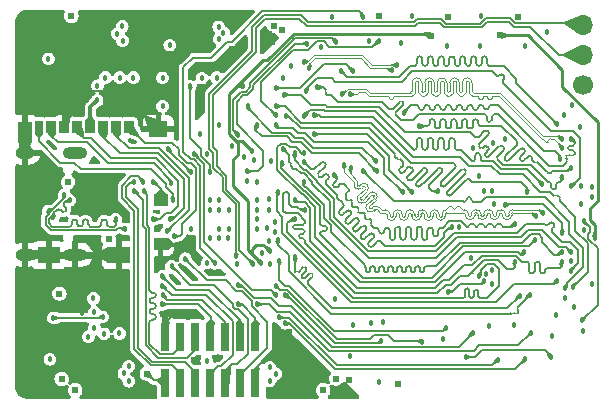
<source format=gbl>
G04 #@! TF.GenerationSoftware,KiCad,Pcbnew,7.0.5-0*
G04 #@! TF.CreationDate,2023-06-20T23:32:33+08:00*
G04 #@! TF.ProjectId,slimarm_hypericum,736c696d-6172-46d5-9f68-797065726963,rev?*
G04 #@! TF.SameCoordinates,Original*
G04 #@! TF.FileFunction,Copper,L4,Bot*
G04 #@! TF.FilePolarity,Positive*
%FSLAX46Y46*%
G04 Gerber Fmt 4.6, Leading zero omitted, Abs format (unit mm)*
G04 Created by KiCad (PCBNEW 7.0.5-0) date 2023-06-20 23:32:33*
%MOMM*%
%LPD*%
G01*
G04 APERTURE LIST*
G04 #@! TA.AperFunction,SMDPad,CuDef*
%ADD10R,0.740000X2.400000*%
G04 #@! TD*
G04 #@! TA.AperFunction,ComponentPad*
%ADD11O,2.100000X1.000000*%
G04 #@! TD*
G04 #@! TA.AperFunction,ComponentPad*
%ADD12O,1.600000X1.000000*%
G04 #@! TD*
G04 #@! TA.AperFunction,ComponentPad*
%ADD13C,1.700000*%
G04 #@! TD*
G04 #@! TA.AperFunction,ComponentPad*
%ADD14O,1.700000X1.700000*%
G04 #@! TD*
G04 #@! TA.AperFunction,SMDPad,CuDef*
%ADD15R,0.850000X1.100000*%
G04 #@! TD*
G04 #@! TA.AperFunction,SMDPad,CuDef*
%ADD16R,0.750000X1.100000*%
G04 #@! TD*
G04 #@! TA.AperFunction,SMDPad,CuDef*
%ADD17R,1.200000X1.000000*%
G04 #@! TD*
G04 #@! TA.AperFunction,SMDPad,CuDef*
%ADD18R,1.550000X1.350000*%
G04 #@! TD*
G04 #@! TA.AperFunction,SMDPad,CuDef*
%ADD19R,1.900000X1.350000*%
G04 #@! TD*
G04 #@! TA.AperFunction,SMDPad,CuDef*
%ADD20R,1.170000X1.800000*%
G04 #@! TD*
G04 #@! TA.AperFunction,ViaPad*
%ADD21C,0.457200*%
G04 #@! TD*
G04 #@! TA.AperFunction,ViaPad*
%ADD22C,0.609600*%
G04 #@! TD*
G04 #@! TA.AperFunction,Conductor*
%ADD23C,0.254000*%
G04 #@! TD*
G04 #@! TA.AperFunction,Conductor*
%ADD24C,0.152400*%
G04 #@! TD*
G04 #@! TA.AperFunction,Conductor*
%ADD25C,0.142240*%
G04 #@! TD*
G04 #@! TA.AperFunction,Conductor*
%ADD26C,0.609600*%
G04 #@! TD*
G04 #@! TA.AperFunction,Conductor*
%ADD27C,0.584200*%
G04 #@! TD*
G04 #@! TA.AperFunction,Conductor*
%ADD28C,0.304800*%
G04 #@! TD*
G04 #@! TA.AperFunction,Conductor*
%ADD29C,0.109220*%
G04 #@! TD*
G04 APERTURE END LIST*
D10*
G04 #@! TO.P,J4,1,Pin_1*
G04 #@! TO.N,GND*
X36410000Y-100910000D03*
G04 #@! TO.P,J4,2,Pin_2*
G04 #@! TO.N,+5V*
X36410000Y-104810000D03*
G04 #@! TO.P,J4,3,Pin_3*
G04 #@! TO.N,/USB_DN1*
X37680000Y-100910000D03*
G04 #@! TO.P,J4,4,Pin_4*
G04 #@! TO.N,/USB_DN2*
X37680000Y-104810000D03*
G04 #@! TO.P,J4,5,Pin_5*
G04 #@! TO.N,/USB_DP1*
X38950000Y-100910000D03*
G04 #@! TO.P,J4,6,Pin_6*
G04 #@! TO.N,/USB_DP2*
X38950000Y-104810000D03*
G04 #@! TO.P,J4,7,Pin_7*
G04 #@! TO.N,/SD1_DAT3*
X40220000Y-100910000D03*
G04 #@! TO.P,J4,8,Pin_8*
G04 #@! TO.N,/SD1_DAT2*
X40220000Y-104810000D03*
G04 #@! TO.P,J4,9,Pin_9*
G04 #@! TO.N,/SD1_DAT1*
X41490000Y-100910000D03*
G04 #@! TO.P,J4,10,Pin_10*
G04 #@! TO.N,/SD1_DAT0*
X41490000Y-104810000D03*
G04 #@! TO.P,J4,11,Pin_11*
G04 #@! TO.N,/SD1_CLK*
X42760000Y-100910000D03*
G04 #@! TO.P,J4,12,Pin_12*
G04 #@! TO.N,/SD1_CMD*
X42760000Y-104810000D03*
G04 #@! TO.P,J4,13,Pin_13*
G04 #@! TO.N,+3V3*
X44030000Y-100910000D03*
G04 #@! TO.P,J4,14,Pin_14*
G04 #@! TO.N,GND*
X44030000Y-104810000D03*
G04 #@! TD*
D11*
G04 #@! TO.P,J1,S1,SHIELD*
G04 #@! TO.N,GND*
X28720000Y-85310000D03*
D12*
X24540000Y-85310000D03*
D11*
X28720000Y-93950000D03*
D12*
X24540000Y-93950000D03*
G04 #@! TD*
D13*
G04 #@! TO.P,J3,1,Pin_1*
G04 #@! TO.N,GND*
X71800000Y-79590000D03*
D14*
G04 #@! TO.P,J3,2,Pin_2*
G04 #@! TO.N,/UART_RX*
X71800000Y-77050000D03*
G04 #@! TO.P,J3,3,Pin_3*
G04 #@! TO.N,/UART_TX*
X71800000Y-74510000D03*
G04 #@! TD*
D15*
G04 #@! TO.P,J2,1,DAT2*
G04 #@! TO.N,/SD_DAT2*
X33360000Y-83170000D03*
G04 #@! TO.P,J2,2,DAT3/CD*
G04 #@! TO.N,/SD_DAT3*
X32260000Y-83170000D03*
G04 #@! TO.P,J2,3,CMD*
G04 #@! TO.N,/SD_CMD*
X31160000Y-83170000D03*
G04 #@! TO.P,J2,4,VDD*
G04 #@! TO.N,+3V3*
X30060000Y-83170000D03*
G04 #@! TO.P,J2,5,CLK*
G04 #@! TO.N,/SD_CLK*
X28960000Y-83170000D03*
G04 #@! TO.P,J2,6,VSS*
G04 #@! TO.N,GND*
X27860000Y-83170000D03*
G04 #@! TO.P,J2,7,DAT0*
G04 #@! TO.N,/SD_DAT0*
X26760000Y-83170000D03*
D16*
G04 #@! TO.P,J2,8,DAT1*
G04 #@! TO.N,/SD_DAT1*
X25710000Y-83170000D03*
D17*
G04 #@! TO.P,J2,9,DET_B*
G04 #@! TO.N,/SD_DET*
X35995000Y-89320000D03*
G04 #@! TO.P,J2,10,DET_A*
G04 #@! TO.N,GND*
X35995000Y-93020000D03*
D18*
G04 #@! TO.P,J2,11,SHIELD*
X35820000Y-83295000D03*
D19*
X32495000Y-93995000D03*
X26525000Y-93995000D03*
D20*
X24500000Y-83520000D03*
G04 #@! TD*
D21*
G04 #@! TO.N,GND*
X56360000Y-76000000D03*
X54860000Y-99650000D03*
X69130000Y-100790000D03*
X65900000Y-99890000D03*
X63780000Y-99980000D03*
X69450000Y-99080000D03*
X60260000Y-76280000D03*
X63070000Y-76250000D03*
X66880000Y-76260000D03*
X70140000Y-82110000D03*
G04 #@! TO.N,+3V3*
X42552953Y-98121122D03*
G04 #@! TO.N,GND*
X37770000Y-99010000D03*
G04 #@! TO.N,/DDR_DQ14*
X70770000Y-84130000D03*
D22*
G04 #@! TO.N,+5V*
X45610000Y-74580000D03*
D21*
G04 #@! TO.N,GND*
X36970000Y-81360000D03*
G04 #@! TO.N,+2V5*
X38560000Y-86940000D03*
G04 #@! TO.N,+1V2_SYS*
X44160000Y-90160000D03*
G04 #@! TO.N,/DDR_A3*
X47360000Y-90930000D03*
G04 #@! TO.N,/DDR_A0*
X48160000Y-85350000D03*
G04 #@! TO.N,/DDR_A8*
X48960000Y-82150000D03*
G04 #@! TO.N,/SD_DET*
X35360000Y-87750000D03*
G04 #@! TO.N,/USB_DN1*
X34560000Y-88540000D03*
G04 #@! TO.N,+2V5*
X40150000Y-89350000D03*
G04 #@! TO.N,/DDR_A1*
X47350000Y-89350000D03*
G04 #@! TO.N,GND*
X26850000Y-75040000D03*
X23950000Y-74710000D03*
X36780000Y-75070000D03*
G04 #@! TO.N,+5V*
X36780000Y-76190000D03*
G04 #@! TO.N,+3V3*
X36170000Y-81360000D03*
G04 #@! TO.N,+2V5*
X36630000Y-84960000D03*
G04 #@! TO.N,GND*
X65166400Y-84143600D03*
G04 #@! TO.N,+1V5*
X52270000Y-99870000D03*
G04 #@! TO.N,+1V3*
X31090000Y-99200000D03*
X39940000Y-94620000D03*
X44170000Y-91730000D03*
G04 #@! TO.N,Net-(U1D-RESET#)*
X53110500Y-73816700D03*
X40617814Y-94673686D03*
G04 #@! TO.N,GND*
X49546561Y-76346700D03*
G04 #@! TO.N,Net-(U1A-SZQ)*
X54450000Y-75870000D03*
G04 #@! TO.N,GND*
X39028100Y-94052900D03*
G04 #@! TO.N,+3V3*
X40942193Y-82932193D03*
X53620000Y-75850000D03*
X42500000Y-94770000D03*
X50800000Y-97670000D03*
G04 #@! TO.N,+1V2_SYS*
X44160000Y-90950000D03*
G04 #@! TO.N,GND*
X41760000Y-91760000D03*
X40960000Y-91740000D03*
X40170000Y-90140000D03*
X41750000Y-90115000D03*
X40940000Y-90150000D03*
X40935000Y-89325000D03*
G04 #@! TO.N,+1V2_SYS*
X38565000Y-91745000D03*
G04 #@! TO.N,+3V3*
X39900000Y-85390000D03*
X39337063Y-83737254D03*
G04 #@! TO.N,+1V2_SYS*
X44160000Y-87750000D03*
X44120000Y-89310000D03*
X43340000Y-87730000D03*
G04 #@! TO.N,+1V2_CPU*
X41740000Y-92530000D03*
X40940000Y-92530000D03*
X40160000Y-92550000D03*
G04 #@! TO.N,+1V5*
X70980000Y-98330000D03*
G04 #@! TO.N,GND*
X70230000Y-97600000D03*
X72500000Y-96430000D03*
G04 #@! TO.N,Net-(U1D-PLLVREG)*
X40170000Y-86940000D03*
X38510000Y-79670000D03*
G04 #@! TO.N,GND*
X47056798Y-77985127D03*
G04 #@! TO.N,+1V5*
X39500000Y-78990000D03*
G04 #@! TO.N,Net-(U1D-JTAGSEL)*
X43330000Y-86893300D03*
X48435172Y-76065500D03*
G04 #@! TO.N,Net-(U1D-BOOTSEL)*
X50830000Y-75898500D03*
X42549620Y-83773300D03*
G04 #@! TO.N,+3V3*
X69070000Y-102590000D03*
X61850000Y-102600000D03*
G04 #@! TO.N,GND*
X59935000Y-101055000D03*
X53815000Y-99695000D03*
G04 #@! TO.N,/PA2*
X58120000Y-101298500D03*
G04 #@! TO.N,/PA0*
X54670000Y-101230000D03*
G04 #@! TO.N,/PA2*
X45750000Y-96570000D03*
G04 #@! TO.N,/PA0*
X46574615Y-97371027D03*
D22*
G04 #@! TO.N,GND*
X46860000Y-100520000D03*
X45680000Y-100520000D03*
D21*
X31220000Y-101800000D03*
X29930000Y-101830000D03*
G04 #@! TO.N,+1V2_SYS*
X32520000Y-100610000D03*
X31210000Y-100650000D03*
X29890000Y-100890000D03*
X30390000Y-100140000D03*
X30370000Y-98820000D03*
X30310000Y-97650000D03*
G04 #@! TO.N,GND*
X29330000Y-98840000D03*
X29320000Y-97600000D03*
X29600000Y-80860000D03*
X29590000Y-79590000D03*
X29600000Y-78290000D03*
G04 #@! TO.N,+3V3*
X30620000Y-80880000D03*
X30650000Y-79640000D03*
X31330000Y-78950000D03*
X32550000Y-78950000D03*
X33700000Y-78950000D03*
G04 #@! TO.N,+2V5*
X36170000Y-78960000D03*
G04 #@! TO.N,GND*
X32480000Y-77910000D03*
X36220000Y-77950000D03*
X39320000Y-77980000D03*
X40740000Y-77970000D03*
G04 #@! TO.N,+1V5*
X46400000Y-78990000D03*
X40760000Y-78950000D03*
G04 #@! TO.N,/JTAG_TCK*
X62432472Y-100571197D03*
G04 #@! TO.N,/JTAG_TDI*
X67370000Y-100540000D03*
G04 #@! TO.N,/JTAG_TDO*
X64526536Y-102863464D03*
G04 #@! TO.N,/JTAG_TMS*
X66860000Y-102800000D03*
G04 #@! TO.N,/JTAG_TDI*
X44182937Y-98137254D03*
G04 #@! TO.N,/JTAG_TDO*
X45983976Y-99236700D03*
G04 #@! TO.N,/JTAG_TMS*
X46540000Y-99746700D03*
G04 #@! TO.N,/JTAG_TCK*
X42585085Y-96539335D03*
G04 #@! TO.N,/UART_RX*
X43809079Y-94730000D03*
G04 #@! TO.N,/UART_TX*
X42408500Y-94050991D03*
G04 #@! TO.N,/SD_DET*
X45799565Y-97375635D03*
X38852166Y-85423971D03*
G04 #@! TO.N,/SD1_DAT3*
X36130000Y-98150000D03*
G04 #@! TO.N,/SD1_DAT1*
X36170000Y-97360000D03*
G04 #@! TO.N,/SD1_DAT2*
X36157163Y-96583388D03*
G04 #@! TO.N,/SD1_CLK*
X36150000Y-95760000D03*
G04 #@! TO.N,/SD1_DAT0*
X36930000Y-94940000D03*
G04 #@! TO.N,/SD1_CMD*
X38070000Y-94280000D03*
G04 #@! TO.N,/USB_DN2*
X34550000Y-87770000D03*
G04 #@! TO.N,/USB_DP2*
X33760000Y-87770000D03*
G04 #@! TO.N,/USB_DP1*
X33789208Y-88556736D03*
G04 #@! TO.N,/SD_DAT3*
X36550000Y-91960000D03*
G04 #@! TO.N,/SD_DAT2*
X37150000Y-92382500D03*
G04 #@! TO.N,/SD_CLK*
X35393388Y-90952837D03*
G04 #@! TO.N,/SD_CMD*
X36810000Y-90900000D03*
G04 #@! TO.N,/SD_DAT0*
X36920000Y-87830000D03*
G04 #@! TO.N,/SD_DAT1*
X37040000Y-89300000D03*
G04 #@! TO.N,Net-(U1D-NMI#)*
X46062064Y-94483300D03*
X60190000Y-100120000D03*
G04 #@! TO.N,GND*
X71771083Y-100377680D03*
G04 #@! TO.N,Net-(U2-ZQ0)*
X71677846Y-99491689D03*
D22*
G04 #@! TO.N,GND*
X27610000Y-80960000D03*
X26040000Y-100670000D03*
D21*
X23960000Y-103980000D03*
G04 #@! TO.N,+1V5*
X68710000Y-75100000D03*
D22*
G04 #@! TO.N,/CPU_VREF*
X58880000Y-75394000D03*
G04 #@! TO.N,/DDR_VREF*
X64750000Y-75364000D03*
D21*
G04 #@! TO.N,+1V5*
X57320000Y-73730000D03*
X63130000Y-73690000D03*
D22*
G04 #@! TO.N,GND*
X66250000Y-73810000D03*
X60360000Y-73850000D03*
X54450000Y-73740000D03*
X56080000Y-104890000D03*
X51920000Y-104540000D03*
X24410000Y-98130000D03*
X38860000Y-102843300D03*
X49330000Y-104460000D03*
D21*
G04 #@! TO.N,+2V5*
X39900000Y-102930000D03*
G04 #@! TO.N,+3V3*
X26500000Y-77350000D03*
X32330000Y-75220000D03*
X32780000Y-75810000D03*
X32760000Y-74600000D03*
G04 #@! TO.N,+1V5*
X50530000Y-73780000D03*
X41320000Y-75130000D03*
X40950000Y-75670000D03*
X40930000Y-74650000D03*
D22*
G04 #@! TO.N,GND*
X45440000Y-75940000D03*
X45160000Y-75240000D03*
X28634248Y-75810000D03*
X28610000Y-74820000D03*
G04 #@! TO.N,+5V*
X34840000Y-104010000D03*
G04 #@! TO.N,GND*
X49485752Y-103640000D03*
X29150000Y-104340000D03*
X28970000Y-103610000D03*
D21*
G04 #@! TO.N,+1V3*
X26930000Y-99300000D03*
G04 #@! TO.N,+1V2_CPU*
X52010000Y-102530000D03*
X54510000Y-104700000D03*
X45770000Y-104040000D03*
X45260000Y-104600000D03*
X45260000Y-103490000D03*
G04 #@! TO.N,+1V2_SYS*
X32890000Y-104000000D03*
X33310000Y-104650000D03*
X33300000Y-103370000D03*
X26630000Y-102800000D03*
D22*
G04 #@! TO.N,+5V*
X27430000Y-97230000D03*
X27630000Y-104460000D03*
X28770000Y-105410000D03*
X49760000Y-105420000D03*
X50850000Y-104430000D03*
X46300000Y-74950000D03*
X28450000Y-73720000D03*
X28160000Y-87780000D03*
X31590000Y-92610000D03*
D21*
G04 #@! TO.N,/USB_DN0*
X27860000Y-88880000D03*
G04 #@! TO.N,/USB_DP0*
X28296117Y-89315110D03*
X26930000Y-90750000D03*
G04 #@! TO.N,/USB_DN0*
X26510000Y-90240000D03*
X32983227Y-91762462D03*
G04 #@! TO.N,/USB_DP0*
X32189381Y-90956573D03*
G04 #@! TO.N,Net-(U2-ZQ0)*
X71820000Y-91130000D03*
G04 #@! TO.N,/CPU_VREF*
X44490000Y-94640000D03*
X43780000Y-85190500D03*
X45230000Y-93630000D03*
X43009879Y-79672218D03*
G04 #@! TO.N,GND*
X64030000Y-88586750D03*
X45670000Y-92050000D03*
X71550000Y-83100000D03*
X71621297Y-89637446D03*
X71620000Y-88140000D03*
X64022962Y-96402962D03*
X63556491Y-95557007D03*
X42020500Y-84707222D03*
X70772805Y-94500405D03*
X62440000Y-84870000D03*
X71860000Y-91870000D03*
X45304387Y-94756700D03*
X64250000Y-89620000D03*
X61300000Y-91626718D03*
X45670000Y-91133300D03*
X45313462Y-85966538D03*
G04 #@! TO.N,/DDR_CLKN*
X51547330Y-86342670D03*
X67741684Y-90695110D03*
G04 #@! TO.N,/DDR_DQ8*
X69854551Y-85816760D03*
X56570000Y-81916700D03*
G04 #@! TO.N,/DDR_SDQS1_N*
X69970021Y-84125442D03*
X51390000Y-80360000D03*
G04 #@! TO.N,/DDR_A8*
X70890000Y-96640000D03*
G04 #@! TO.N,/DDR_ODT0*
X46580000Y-82170000D03*
X59500000Y-88590000D03*
G04 #@! TO.N,/DDR_RST*
X45760000Y-82930000D03*
X56490000Y-88660000D03*
G04 #@! TO.N,/DDR_DQ14*
X49278375Y-79760000D03*
G04 #@! TO.N,/DDR_DQ6*
X44174615Y-82971027D03*
X54280000Y-86840000D03*
G04 #@! TO.N,/DDR_DQ3*
X48333189Y-80093189D03*
X70713300Y-88103779D03*
G04 #@! TO.N,/DDR_DQ4*
X45762837Y-81383388D03*
X67060000Y-88613300D03*
G04 #@! TO.N,/DDR_DQ5*
X48160000Y-82170000D03*
X68253300Y-87920000D03*
G04 #@! TO.N,/DDR_DQ12*
X51250000Y-78370000D03*
X69570000Y-82890000D03*
G04 #@! TO.N,/DDR_SDQS0_N*
X55993024Y-77886867D03*
X48120000Y-77640000D03*
G04 #@! TO.N,/DDR_SDQM0*
X69982472Y-87341999D03*
X46460000Y-80400000D03*
G04 #@! TO.N,/DDR_DQ2*
X43360211Y-81330000D03*
X54250000Y-86050000D03*
G04 #@! TO.N,/DDR_BA0*
X66400000Y-97420000D03*
X47384818Y-94160923D03*
G04 #@! TO.N,/DDR_BA2*
X45930000Y-92710000D03*
X67240000Y-97330000D03*
G04 #@! TO.N,/DDR_A7*
X60310000Y-97070000D03*
X63410000Y-96210000D03*
G04 #@! TO.N,/DDR_A3*
X62950000Y-95750000D03*
G04 #@! TO.N,/DDR_A5*
X48185066Y-90160683D03*
X65970099Y-94554638D03*
G04 #@! TO.N,/DDR_A12*
X48145514Y-87744425D03*
X69957599Y-93712167D03*
G04 #@! TO.N,/DDR_A14*
X45950500Y-88624761D03*
X69524700Y-96210000D03*
G04 #@! TO.N,/DDR_A1*
X69967003Y-94522330D03*
G04 #@! TO.N,/DDR_NRAS*
X67740000Y-92690000D03*
X46300000Y-86140000D03*
G04 #@! TO.N,/DDR_NCAS*
X50690000Y-87160000D03*
X65971207Y-91324209D03*
G04 #@! TO.N,/DDR_A2*
X48123454Y-86076546D03*
X60653186Y-91632686D03*
G04 #@! TO.N,/DDR_A6*
X70733198Y-95283202D03*
X47348600Y-85361400D03*
G04 #@! TO.N,/DDR_A11*
X53160000Y-86820000D03*
X70240000Y-96730000D03*
G04 #@! TO.N,/DDR_A0*
X66757066Y-93741549D03*
G04 #@! TO.N,/DDR_DQ10*
X70774410Y-86571692D03*
X57920000Y-83060000D03*
G04 #@! TO.N,/DDR_A13*
X48990000Y-83750000D03*
X57260000Y-88660000D03*
G04 #@! TO.N,/DDR_A4*
X46360432Y-84986700D03*
X70777201Y-93732799D03*
G04 #@! TO.N,+1V5*
X62312064Y-94252064D03*
X45050000Y-91690000D03*
X43922000Y-85952000D03*
X70826143Y-81273857D03*
X45210000Y-90160000D03*
X72491020Y-88250000D03*
X63420908Y-88590285D03*
X44550000Y-93770000D03*
X43040000Y-85704700D03*
X45140000Y-92740000D03*
X62960000Y-87302900D03*
X72491020Y-89098172D03*
X45210000Y-89200000D03*
X64050000Y-95200000D03*
X64180000Y-84510000D03*
G04 #@! TO.N,/DDR_DQ0*
X52250000Y-78360000D03*
X45750000Y-79830000D03*
G04 #@! TO.N,/DDR_VREF*
X72763462Y-92516538D03*
X65186799Y-89740069D03*
X69992937Y-92127254D03*
G04 #@! TO.N,Net-(U1A-SZQ)*
X45759719Y-82150000D03*
G04 #@! TO.N,/DDR_SDQS1_P*
X52002221Y-80363118D03*
X69970036Y-84925427D03*
G04 #@! TO.N,/DDR_SDQS0_P*
X55570000Y-78325110D03*
X48600000Y-78110000D03*
G04 #@! TO.N,/DDR_CLKP*
X68350000Y-90430000D03*
X52100000Y-86610000D03*
G04 #@! TD*
D23*
G04 #@! TO.N,/CPU_VREF*
X42540000Y-84508301D02*
X42540000Y-85460000D01*
X42181699Y-84150000D02*
X42540000Y-84508301D01*
X42180000Y-84150000D02*
X42181699Y-84150000D01*
X42360000Y-84330000D02*
X42180000Y-84150000D01*
X42180000Y-84150000D02*
X41790000Y-83760000D01*
X42540000Y-85460000D02*
X42160000Y-85840000D01*
X42160000Y-85840000D02*
X42160000Y-86360000D01*
D24*
G04 #@! TO.N,Net-(U1D-JTAGSEL)*
X48435172Y-76065500D02*
X47348446Y-76065500D01*
X44206700Y-86893300D02*
X43330000Y-86893300D01*
X47348446Y-76065500D02*
X43864800Y-79549146D01*
X42985200Y-80444800D02*
X42450400Y-80979600D01*
X42450400Y-82910400D02*
X44690000Y-85150000D01*
X43864800Y-79549146D02*
X43864800Y-79894928D01*
X43864800Y-79894928D02*
X43314928Y-80444800D01*
X44690000Y-85150000D02*
X44690000Y-86410000D01*
X43314928Y-80444800D02*
X42985200Y-80444800D01*
X42450400Y-80979600D02*
X42450400Y-82910400D01*
X44690000Y-86410000D02*
X44206700Y-86893300D01*
G04 #@! TO.N,/SD_DAT2*
X37607500Y-92382500D02*
X37790000Y-92200000D01*
X37790000Y-92200000D02*
X37790000Y-91360000D01*
X37790000Y-91360000D02*
X39017481Y-90132519D01*
X38235971Y-86185971D02*
X37520000Y-85470000D01*
X39017481Y-90132519D02*
X39017481Y-86607481D01*
X39017481Y-86607481D02*
X38595971Y-86185971D01*
X38595971Y-86185971D02*
X38235971Y-86185971D01*
X37520000Y-85470000D02*
X37520000Y-85030000D01*
X37520000Y-85030000D02*
X36992800Y-84502800D01*
X37150000Y-92382500D02*
X37607500Y-92382500D01*
X36992800Y-84502800D02*
X34692800Y-84502800D01*
X34692800Y-84502800D02*
X33360000Y-83170000D01*
G04 #@! TO.N,Net-(U1D-RESET#)*
X40617814Y-94673686D02*
X40617814Y-94647814D01*
X38831171Y-85881171D02*
X38551171Y-85881171D01*
X40617814Y-94647814D02*
X39361438Y-93391438D01*
X39361438Y-93391438D02*
X39361438Y-86411438D01*
X38551171Y-85881171D02*
X37920000Y-85250000D01*
X37920000Y-78080000D02*
X38740000Y-77260000D01*
X39361438Y-86411438D02*
X38831171Y-85881171D01*
X44601948Y-73337000D02*
X46690000Y-73337000D01*
X46690000Y-73337000D02*
X46704200Y-73322800D01*
X38740000Y-77260000D02*
X40290000Y-77260000D01*
X40290000Y-77260000D02*
X41650000Y-75900000D01*
X52832800Y-73322800D02*
X53110500Y-73600500D01*
X53110500Y-73600500D02*
X53110500Y-73816700D01*
X41650000Y-75900000D02*
X42038948Y-75900000D01*
X37920000Y-85250000D02*
X37920000Y-78080000D01*
X46704200Y-73322800D02*
X52832800Y-73322800D01*
X42038948Y-75900000D02*
X44601948Y-73337000D01*
D23*
G04 #@! TO.N,/DDR_VREF*
X72763462Y-92516538D02*
X72763462Y-91426883D01*
X72998520Y-82728520D02*
X70000000Y-79730000D01*
X72763462Y-91426883D02*
X72350000Y-91013421D01*
X72350000Y-90001579D02*
X72998520Y-89353059D01*
X72998520Y-89353059D02*
X72998520Y-82728520D01*
X72350000Y-91013421D02*
X72350000Y-90001579D01*
X70000000Y-79730000D02*
X70000000Y-78280000D01*
X70000000Y-78280000D02*
X67084000Y-75364000D01*
X67084000Y-75364000D02*
X64750000Y-75364000D01*
D24*
G04 #@! TO.N,Net-(U2-ZQ0)*
X71820000Y-91130000D02*
X72317200Y-91627200D01*
X72200000Y-92598948D02*
X73010000Y-93408948D01*
X72317200Y-91627200D02*
X72317200Y-92059379D01*
X72317200Y-92059379D02*
X72200000Y-92176579D01*
X72200000Y-92176579D02*
X72200000Y-92598948D01*
X73010000Y-93408948D02*
X73010000Y-98159535D01*
X73010000Y-98159535D02*
X71677846Y-99491689D01*
G04 #@! TO.N,/DDR_DQ3*
X64374956Y-78755044D02*
G75*
G03*
X64698289Y-78754999I161644J161644D01*
G01*
X65048745Y-78727833D02*
G75*
G03*
X64725410Y-78727878I-161645J-161667D01*
G01*
X49240000Y-79000000D02*
X50470000Y-79000000D01*
X65048699Y-79051167D02*
X65021578Y-79078289D01*
X65048675Y-79051144D02*
G75*
G03*
X65048699Y-78727880I-161575J161644D01*
G01*
X50470000Y-79000000D02*
X50790000Y-79320000D01*
X65021546Y-79078257D02*
G75*
G03*
X65021580Y-79401577I161654J-161643D01*
G01*
X48350000Y-80076378D02*
X48350000Y-79890000D01*
X65021577Y-79401577D02*
X69070000Y-83450000D01*
X48350000Y-79890000D02*
X49240000Y-79000000D01*
X57308815Y-78410000D02*
X64030000Y-78410000D01*
X48333189Y-80093189D02*
X48350000Y-80076378D01*
X65021579Y-79401578D02*
X65021577Y-79401577D01*
X56398815Y-79320000D02*
X57308815Y-78410000D01*
X64030000Y-78410000D02*
X64375000Y-78755000D01*
X65048699Y-78727879D02*
X65048700Y-78727879D01*
X64698289Y-78754999D02*
X64698290Y-78755001D01*
X64698290Y-78755001D02*
X64725410Y-78727878D01*
X65048699Y-79051168D02*
X65048699Y-79051167D01*
X69070000Y-83450000D02*
X70885000Y-83450000D01*
X50790000Y-79320000D02*
X56398815Y-79320000D01*
X70885000Y-83450000D02*
X71490000Y-84055000D01*
X71490000Y-84055000D02*
X71490000Y-87470000D01*
X71490000Y-87470000D02*
X70856221Y-88103779D01*
X70856221Y-88103779D02*
X70713300Y-88103779D01*
G04 #@! TO.N,/DDR_A5*
X46600000Y-90440000D02*
X47620000Y-90440000D01*
X48069500Y-92172500D02*
X47830500Y-92172500D01*
X47580000Y-89890000D02*
X47100000Y-89890000D01*
X47190000Y-91601000D02*
G75*
G03*
X47380500Y-91791500I190500J0D01*
G01*
X46390000Y-88810000D02*
X46390000Y-90230000D01*
X60620000Y-96470000D02*
X61370000Y-95720000D01*
X47380500Y-91410500D02*
G75*
G03*
X47190000Y-91601000I0J-190500D01*
G01*
X48260000Y-91982000D02*
G75*
G03*
X48069500Y-91791500I-190500J0D01*
G01*
X47830500Y-92172500D02*
G75*
G03*
X47640000Y-92363000I0J-190500D01*
G01*
X46890000Y-88830000D02*
X46730000Y-88670000D01*
X48069500Y-91410500D02*
G75*
G03*
X48260000Y-91220000I0J190500D01*
G01*
X47850683Y-90160683D02*
X47580000Y-89890000D01*
X48260000Y-92744000D02*
G75*
G03*
X48069500Y-92553500I-190500J0D01*
G01*
X47640000Y-92363000D02*
G75*
G03*
X47830500Y-92553500I190500J0D01*
G01*
X47100000Y-89890000D02*
X46890000Y-89680000D01*
X48260000Y-92744000D02*
X48260000Y-92970000D01*
X46890000Y-89680000D02*
X46890000Y-88830000D01*
X48069500Y-92172500D02*
G75*
G03*
X48260000Y-91982000I0J190500D01*
G01*
X46730000Y-88670000D02*
X46530000Y-88670000D01*
X48185066Y-90160683D02*
X47850683Y-90160683D01*
X59430000Y-97180000D02*
X60140000Y-96470000D01*
X46530000Y-88670000D02*
X46390000Y-88810000D01*
X48260000Y-91080000D02*
X48260000Y-91220000D01*
X46390000Y-90230000D02*
X46600000Y-90440000D01*
X47620000Y-90440000D02*
X48260000Y-91080000D01*
X48069500Y-91410500D02*
X47380500Y-91410500D01*
X47380500Y-91791500D02*
X48069500Y-91791500D01*
X47830500Y-92553500D02*
X48069500Y-92553500D01*
X62050000Y-95720000D02*
X63360000Y-94410000D01*
X64550000Y-94410000D02*
X65290000Y-95150000D01*
X48260000Y-92970000D02*
X52470000Y-97180000D01*
X52470000Y-97180000D02*
X59430000Y-97180000D01*
X60140000Y-96470000D02*
X60620000Y-96470000D01*
X61370000Y-95720000D02*
X62050000Y-95720000D01*
X63360000Y-94410000D02*
X64550000Y-94410000D01*
X65290000Y-95150000D02*
X65800000Y-95150000D01*
X65800000Y-95150000D02*
X65970099Y-94979901D01*
X65970099Y-94979901D02*
X65970099Y-94554638D01*
X62418818Y-95471186D02*
X62418817Y-95471184D01*
X62418817Y-95471187D02*
X62418818Y-95471186D01*
G04 #@! TO.N,/DDR_DQ8*
X57860000Y-81480000D02*
G75*
G03*
X57640000Y-81260000I-220000J0D01*
G01*
X61754800Y-81700000D02*
G75*
G03*
X61974800Y-81480000I0J220000D01*
G01*
X58080000Y-81700000D02*
X58097200Y-81700000D01*
X59688800Y-81480000D02*
G75*
G03*
X59908800Y-81700000I220000J0D01*
G01*
X58537200Y-81260000D02*
G75*
G03*
X58317200Y-81480000I0J-220000D01*
G01*
X58774400Y-81480000D02*
G75*
G03*
X58554400Y-81260000I-220000J0D01*
G01*
X63109200Y-81260000D02*
G75*
G03*
X62889200Y-81480000I0J-220000D01*
G01*
X59011600Y-81700000D02*
G75*
G03*
X59231600Y-81480000I0J220000D01*
G01*
X60366000Y-81260000D02*
G75*
G03*
X60146000Y-81480000I0J-220000D01*
G01*
X57860000Y-81480000D02*
G75*
G03*
X58080000Y-81700000I220000J0D01*
G01*
X61280400Y-81260000D02*
X61297600Y-81260000D01*
X60840400Y-81700000D02*
G75*
G03*
X61060400Y-81480000I0J220000D01*
G01*
X60603200Y-81480000D02*
G75*
G03*
X60383200Y-81260000I-220000J0D01*
G01*
X61517600Y-81480000D02*
G75*
G03*
X61737600Y-81700000I220000J0D01*
G01*
X59926000Y-81700000D02*
G75*
G03*
X60146000Y-81480000I0J220000D01*
G01*
X59688800Y-81480000D02*
G75*
G03*
X59468800Y-81260000I-220000J0D01*
G01*
X61280400Y-81260000D02*
G75*
G03*
X61060400Y-81480000I0J-220000D01*
G01*
X58774400Y-81480000D02*
G75*
G03*
X58994400Y-81700000I220000J0D01*
G01*
X63346400Y-81430000D02*
G75*
G03*
X63566400Y-81650000I220000J0D01*
G01*
X64535872Y-81260000D02*
X68435872Y-85160000D01*
X61517600Y-81480000D02*
G75*
G03*
X61297600Y-81260000I-220000J0D01*
G01*
X60603200Y-81480000D02*
G75*
G03*
X60823200Y-81700000I220000J0D01*
G01*
X56570000Y-81916700D02*
X57226700Y-81260000D01*
X59908800Y-81700000D02*
X59926000Y-81700000D01*
X58097200Y-81700000D02*
G75*
G03*
X58317200Y-81480000I0J220000D01*
G01*
X60366000Y-81260000D02*
X60383200Y-81260000D01*
X62194800Y-81260000D02*
X62212000Y-81260000D01*
X62432000Y-81480000D02*
G75*
G03*
X62652000Y-81700000I220000J0D01*
G01*
X62194800Y-81260000D02*
G75*
G03*
X61974800Y-81480000I0J-220000D01*
G01*
X62669200Y-81700000D02*
G75*
G03*
X62889200Y-81480000I0J220000D01*
G01*
X59451600Y-81260000D02*
G75*
G03*
X59231600Y-81480000I0J-220000D01*
G01*
X63346400Y-81480000D02*
G75*
G03*
X63126400Y-81260000I-220000J0D01*
G01*
X63583600Y-81650000D02*
G75*
G03*
X63803600Y-81430000I0J220000D01*
G01*
X60823200Y-81700000D02*
X60840400Y-81700000D01*
X64023600Y-81260000D02*
G75*
G03*
X63803600Y-81480000I0J-220000D01*
G01*
X57226700Y-81260000D02*
X57640000Y-81260000D01*
X58537200Y-81260000D02*
X58554400Y-81260000D01*
X59451600Y-81260000D02*
X59468800Y-81260000D01*
X61737600Y-81700000D02*
X61754800Y-81700000D01*
X69390000Y-85160000D02*
X69854551Y-85624551D01*
X62432000Y-81480000D02*
G75*
G03*
X62212000Y-81260000I-220000J0D01*
G01*
X62652000Y-81700000D02*
X62669200Y-81700000D01*
X63109200Y-81260000D02*
X63126400Y-81260000D01*
X58994400Y-81700000D02*
X59011600Y-81700000D01*
X64023600Y-81260000D02*
X64535872Y-81260000D01*
X68435872Y-85160000D02*
X69390000Y-85160000D01*
X69854551Y-85624551D02*
X69854551Y-85816760D01*
G04 #@! TO.N,/DDR_A2*
X49349100Y-87042807D02*
G75*
G03*
X49380032Y-87333125I199100J-125593D01*
G01*
X49908649Y-86483289D02*
X49349119Y-87042819D01*
X49909999Y-86483289D02*
X49908649Y-86483289D01*
X48766459Y-86717422D02*
G75*
G03*
X49027798Y-86713553I127641J206522D01*
G01*
X48123454Y-86076546D02*
X48125526Y-86076546D01*
X48125526Y-86076546D02*
X48766437Y-86717457D01*
X49581354Y-86159999D02*
X49586710Y-86159999D01*
X49027799Y-86713554D02*
X49581354Y-86159999D01*
X53639557Y-93209644D02*
G75*
G03*
X53962853Y-93209634I161643J161644D01*
G01*
X54662890Y-92832889D02*
G75*
G03*
X54339600Y-92832889I-161645J-161643D01*
G01*
X53639574Y-92886356D02*
G75*
G03*
X53639566Y-93209636I161626J-161644D01*
G01*
X53962854Y-93209635D02*
X53962854Y-93209636D01*
X54662889Y-92832889D02*
X55020000Y-93190000D01*
X54016311Y-92509601D02*
X54016312Y-92509601D01*
X54016355Y-92509645D02*
G75*
G03*
X54016312Y-92186312I-161655J161645D01*
G01*
X53962854Y-93209636D02*
X54339600Y-92832889D01*
X54016312Y-92509601D02*
X53639565Y-92886347D01*
X59206844Y-93190000D02*
X59973422Y-92423422D01*
X53639565Y-93209637D02*
X53639565Y-93209636D01*
X54662890Y-92832889D02*
X54662889Y-92832889D01*
X55020000Y-93190000D02*
X59206844Y-93190000D01*
X59973422Y-92423422D02*
X59973422Y-92136578D01*
X59973422Y-92136578D02*
X60477314Y-91632686D01*
X60477314Y-91632686D02*
X60653186Y-91632686D01*
G04 #@! TO.N,/DDR_A3*
X62913500Y-97399500D02*
X62913500Y-97082617D01*
X63099291Y-95600709D02*
X62950000Y-95750000D01*
X63099291Y-95250709D02*
X63099291Y-95600709D01*
X63607200Y-94742800D02*
X63099291Y-95250709D01*
X64239379Y-94742800D02*
X63607200Y-94742800D01*
X62943433Y-97506788D02*
X62996712Y-97560067D01*
X64670000Y-95173421D02*
X64239379Y-94742800D01*
X63066326Y-97588902D02*
X63104000Y-97590000D01*
X64670000Y-96580000D02*
X64670000Y-95173421D01*
X63660000Y-97590000D02*
X64670000Y-96580000D01*
X62996712Y-97560067D02*
X63066326Y-97588902D01*
X62914598Y-97437174D02*
X62943433Y-97506788D01*
X63104000Y-97590000D02*
X63660000Y-97590000D01*
X62913500Y-97399500D02*
X62914598Y-97437174D01*
X61769402Y-97437174D02*
X61770500Y-97399500D01*
X61800436Y-96884308D02*
X61853715Y-96831031D01*
X61580000Y-97590000D02*
X61617674Y-97588902D01*
X61770500Y-96991592D02*
X61771599Y-96953919D01*
X62532500Y-97476855D02*
X62532500Y-97082617D01*
X61740567Y-97506788D02*
X61769402Y-97437174D01*
X46720000Y-92000000D02*
X52310000Y-97590000D01*
X62151500Y-96991592D02*
X62151500Y-97399500D01*
X62121571Y-96884304D02*
X62150408Y-96953917D01*
X52310000Y-97590000D02*
X61580000Y-97590000D01*
X46720000Y-91290000D02*
X46720000Y-92000000D01*
X47396562Y-90950069D02*
X47296631Y-91050000D01*
X61687288Y-97560067D02*
X61740567Y-97506788D01*
X46960000Y-91050000D02*
X46720000Y-91290000D01*
X61770500Y-97399500D02*
X61770500Y-96991592D01*
X47296631Y-91050000D02*
X46960000Y-91050000D01*
X61853715Y-96831031D02*
X61923327Y-96802198D01*
X62068289Y-96831024D02*
X62121571Y-96884304D01*
X61771599Y-96953919D02*
X61800436Y-96884308D01*
X61923327Y-96802198D02*
X61961000Y-96801092D01*
X61617674Y-97588902D02*
X61687288Y-97560067D01*
X62181433Y-97506788D02*
X62234712Y-97560067D01*
X61998675Y-96802190D02*
X62068289Y-96831024D01*
X62150408Y-96953917D02*
X62151500Y-96991592D01*
X61961000Y-96801092D02*
X61998675Y-96802190D01*
X62151500Y-97399500D02*
X62152598Y-97437174D01*
X62152598Y-97437174D02*
X62181433Y-97506788D01*
X62234712Y-97560067D02*
X62304326Y-97588902D01*
X62379674Y-97588902D02*
X62449288Y-97560067D01*
X62304326Y-97588902D02*
X62342000Y-97590000D01*
X62342000Y-97590000D02*
X62379674Y-97588902D01*
X62449288Y-97560067D02*
X62532500Y-97476855D01*
X62912752Y-97044872D02*
X62913500Y-97082617D01*
X62830488Y-96921746D02*
X62883866Y-96975127D01*
X62562124Y-96975120D02*
X62615505Y-96921736D01*
X62685253Y-96892844D02*
X62723000Y-96892117D01*
X62615505Y-96921736D02*
X62685253Y-96892844D01*
X62532500Y-97082617D02*
X62533237Y-97044870D01*
X62533237Y-97044870D02*
X62562124Y-96975120D01*
X62723000Y-96892117D02*
X62760745Y-96892856D01*
X62760745Y-96892856D02*
X62830488Y-96921746D01*
X62883866Y-96975127D02*
X62912752Y-97044872D01*
G04 #@! TO.N,/DDR_A1*
X67894400Y-94522300D02*
G75*
G03*
X67665800Y-94750930I0J-228600D01*
G01*
X67208560Y-95304740D02*
G75*
G03*
X67437200Y-95533340I228640J40D01*
G01*
X68720200Y-95060000D02*
X69800000Y-95060000D01*
X68122960Y-95304740D02*
G75*
G03*
X68351600Y-95533340I228640J40D01*
G01*
X68122970Y-94750930D02*
G75*
G03*
X67894400Y-94522330I-228570J30D01*
G01*
X68123000Y-94750930D02*
X68123000Y-95304740D01*
X59900000Y-96090000D02*
X60400000Y-96090000D01*
X47360134Y-89386633D02*
X47493501Y-89520000D01*
X67208570Y-94750930D02*
G75*
G03*
X66980000Y-94522330I-228570J30D01*
G01*
X67665800Y-95304740D02*
X67665800Y-94750930D01*
X47493501Y-89520000D02*
X48212838Y-89520000D01*
X48212838Y-89520000D02*
X48670000Y-89977162D01*
X48670000Y-89977162D02*
X48670000Y-92751014D01*
X52658986Y-96740000D02*
X59250000Y-96740000D01*
X68351600Y-95533300D02*
G75*
G03*
X68580200Y-95304740I0J228600D01*
G01*
X67437200Y-95533300D02*
G75*
G03*
X67665800Y-95304740I0J228600D01*
G01*
X69800000Y-95060000D02*
X69967003Y-94892997D01*
X48670000Y-92751014D02*
X52658986Y-96740000D01*
X68580200Y-95304740D02*
X68580200Y-95200000D01*
X60400000Y-96090000D02*
X61660000Y-94830000D01*
X61660000Y-94830000D02*
X62400000Y-94830000D01*
X66082040Y-94020000D02*
X66584370Y-94522330D01*
X59250000Y-96740000D02*
X59900000Y-96090000D01*
X62400000Y-94830000D02*
X63210000Y-94020000D01*
X68580200Y-95200000D02*
X68720200Y-95060000D01*
X63210000Y-94020000D02*
X66082040Y-94020000D01*
X66584370Y-94522330D02*
X66980000Y-94522330D01*
X67208600Y-94750930D02*
X67208600Y-95304740D01*
X69967003Y-94892997D02*
X69967003Y-94522330D01*
G04 #@! TO.N,/DDR_DQ6*
X44174615Y-82971027D02*
X44020000Y-83125642D01*
X44020000Y-83125642D02*
X44020000Y-83380000D01*
X44020000Y-83380000D02*
X44570000Y-83930000D01*
X47895200Y-84425200D02*
X48812800Y-85342800D01*
X48812800Y-85342800D02*
X52759379Y-85342800D01*
X44570000Y-83930000D02*
X46670000Y-83930000D01*
X46670000Y-83930000D02*
X47165200Y-84425200D01*
X47165200Y-84425200D02*
X47895200Y-84425200D01*
X52759379Y-85342800D02*
X54256579Y-86840000D01*
X54256579Y-86840000D02*
X54280000Y-86840000D01*
G04 #@! TO.N,GND*
X37090000Y-99010000D02*
X36425000Y-99675000D01*
X37770000Y-99010000D02*
X37090000Y-99010000D01*
X36425000Y-99675000D02*
X36425000Y-100680000D01*
D25*
G04 #@! TO.N,/USB_DP1*
X33789208Y-88556736D02*
X34530000Y-89297528D01*
X34765360Y-91785360D02*
X34765360Y-101625360D01*
X34530000Y-91550000D02*
X34765360Y-91785360D01*
X34530000Y-89297528D02*
X34530000Y-91550000D01*
X34765360Y-101625360D02*
X35790000Y-102650000D01*
X35790000Y-102650000D02*
X38270000Y-102650000D01*
X38270000Y-102650000D02*
X38965000Y-101955000D01*
X38965000Y-101955000D02*
X38965000Y-100680000D01*
D24*
G04 #@! TO.N,/SD1_DAT2*
X36923775Y-97350000D02*
X39880000Y-97350000D01*
X41128600Y-103381400D02*
X40891400Y-103381400D01*
X39880000Y-97350000D02*
X42088600Y-99558600D01*
X42088600Y-99558600D02*
X42088600Y-102421400D01*
X42088600Y-102421400D02*
X41128600Y-103381400D01*
X36157163Y-96583388D02*
X36923775Y-97350000D01*
X40891400Y-103381400D02*
X40235000Y-104037800D01*
X40235000Y-104037800D02*
X40235000Y-104580000D01*
D25*
G04 #@! TO.N,/USB_DN2*
X34550000Y-87770000D02*
X34097880Y-87317880D01*
X34097880Y-87317880D02*
X33535436Y-87317880D01*
X33535436Y-87317880D02*
X32745360Y-88107956D01*
X36937040Y-103320000D02*
X37695000Y-104077960D01*
X32745360Y-88107956D02*
X32745360Y-89162044D01*
X32745360Y-89162044D02*
X33790000Y-90206684D01*
X33790000Y-101936684D02*
X35173316Y-103320000D01*
X33790000Y-90206684D02*
X33790000Y-101936684D01*
X35173316Y-103320000D02*
X36937040Y-103320000D01*
X37695000Y-104077960D02*
X37695000Y-104580000D01*
G04 #@! TO.N,/USB_DP2*
X33760000Y-87770000D02*
X33500000Y-87770000D01*
X38045360Y-103025360D02*
X38965000Y-103945000D01*
X33040000Y-88230000D02*
X33040000Y-89040000D01*
X38965000Y-103945000D02*
X38965000Y-104580000D01*
X33500000Y-87770000D02*
X33040000Y-88230000D01*
X34084640Y-92560000D02*
X34085375Y-92589240D01*
X34085375Y-92589240D02*
X34085375Y-101815375D01*
X34084640Y-90084640D02*
X34084640Y-92560000D01*
X34085375Y-101815375D02*
X35295360Y-103025360D01*
X33040000Y-89040000D02*
X34084640Y-90084640D01*
X35295360Y-103025360D02*
X38045360Y-103025360D01*
D24*
G04 #@! TO.N,+5V*
X34840000Y-104010000D02*
X35410000Y-104580000D01*
X35410000Y-104580000D02*
X36425000Y-104580000D01*
D25*
G04 #@! TO.N,/USB_DN1*
X35607300Y-97377200D02*
G75*
G03*
X35378659Y-97148600I-228600J0D01*
G01*
X35060000Y-97834400D02*
G75*
G03*
X35288600Y-98063000I228600J0D01*
G01*
X35607300Y-99206000D02*
G75*
G03*
X35378659Y-98977400I-228600J0D01*
G01*
X35378659Y-97605759D02*
G75*
G03*
X35607259Y-97377200I41J228559D01*
G01*
X37064640Y-102355360D02*
X37680000Y-101740000D01*
X35288600Y-97148600D02*
X35378659Y-97148600D01*
X35378659Y-99434559D02*
G75*
G03*
X35607259Y-99206000I41J228559D01*
G01*
X35288600Y-97605800D02*
G75*
G03*
X35060000Y-97834400I0J-228600D01*
G01*
X35378659Y-99434600D02*
X35288600Y-99434600D01*
X35378659Y-98520159D02*
G75*
G03*
X35607259Y-98291600I41J228559D01*
G01*
X35607300Y-98291600D02*
G75*
G03*
X35378659Y-98063000I-228600J0D01*
G01*
X35060000Y-96920000D02*
G75*
G03*
X35288600Y-97148600I228600J0D01*
G01*
X35288600Y-98520200D02*
G75*
G03*
X35060000Y-98748800I0J-228600D01*
G01*
X37680000Y-101740000D02*
X37680000Y-100910000D01*
X35060000Y-98748800D02*
G75*
G03*
X35288600Y-98977400I228600J0D01*
G01*
X35288600Y-99434600D02*
G75*
G03*
X35060000Y-99663200I0J-228600D01*
G01*
X35378659Y-98520200D02*
X35288600Y-98520200D01*
X35288600Y-98063000D02*
X35378659Y-98063000D01*
X34559719Y-88586795D02*
X34824640Y-88851716D01*
X35378659Y-97605800D02*
X35288600Y-97605800D01*
X34824640Y-88851716D02*
X34824640Y-91427956D01*
X34824640Y-91427956D02*
X35060000Y-91663316D01*
X35288600Y-98977400D02*
X35378659Y-98977400D01*
X35060000Y-91663316D02*
X35060000Y-96920000D01*
X35060000Y-99663200D02*
X35060000Y-101503316D01*
X35060000Y-101503316D02*
X35912044Y-102355360D01*
X35912044Y-102355360D02*
X37064640Y-102355360D01*
X37695000Y-101427040D02*
X37695000Y-100680000D01*
D24*
G04 #@! TO.N,GND*
X44030000Y-104810000D02*
X44030000Y-103600000D01*
X45680000Y-101950000D02*
X45680000Y-100520000D01*
X44030000Y-103600000D02*
X45680000Y-101950000D01*
G04 #@! TO.N,/SD1_DAT0*
X42538322Y-98578322D02*
X42298322Y-98578322D01*
X43358600Y-102338600D02*
X43358600Y-99398600D01*
X42027500Y-103227500D02*
X42469700Y-103227500D01*
X43358600Y-99398600D02*
X42538322Y-98578322D01*
X42095753Y-98135753D02*
X40480000Y-96520000D01*
X42469700Y-103227500D02*
X43358600Y-102338600D01*
X41505000Y-104580000D02*
X41505000Y-103750000D01*
X42298322Y-98578322D02*
X42095753Y-98375753D01*
X41505000Y-103750000D02*
X42027500Y-103227500D01*
X42095753Y-98375753D02*
X42095753Y-98135753D01*
X40480000Y-96520000D02*
X38510000Y-96520000D01*
X38510000Y-96520000D02*
X36930000Y-94940000D01*
G04 #@! TO.N,+3V3*
X44030000Y-100910000D02*
X44030000Y-99270000D01*
X44030000Y-99270000D02*
X42881122Y-98121122D01*
X42881122Y-98121122D02*
X42552953Y-98121122D01*
G04 #@! TO.N,/SD1_CLK*
X36150000Y-95760000D02*
X37300000Y-96910000D01*
X42775000Y-99595000D02*
X42775000Y-100680000D01*
X37300000Y-96910000D02*
X40090000Y-96910000D01*
X40090000Y-96910000D02*
X42775000Y-99595000D01*
G04 #@! TO.N,/SD1_DAT1*
X36170000Y-97360000D02*
X36570000Y-97760000D01*
X39540000Y-97760000D02*
X41505000Y-99725000D01*
X36570000Y-97760000D02*
X39540000Y-97760000D01*
X41505000Y-99725000D02*
X41505000Y-100680000D01*
G04 #@! TO.N,/SD1_CMD*
X38070000Y-94280000D02*
X39900000Y-96110000D01*
X39900000Y-96110000D02*
X41509171Y-96110000D01*
X41509171Y-96110000D02*
X42395706Y-96996535D01*
X42855483Y-96996535D02*
X43725737Y-97866789D01*
X42395706Y-96996535D02*
X42855483Y-96996535D01*
X43725737Y-97866789D02*
X43725737Y-98326633D01*
X43725737Y-98326633D02*
X45020000Y-99620896D01*
X45020000Y-99620896D02*
X45020000Y-101861711D01*
X45020000Y-101861711D02*
X42760000Y-104121711D01*
X42760000Y-104121711D02*
X42760000Y-104810000D01*
G04 #@! TO.N,/JTAG_TDO*
X46910000Y-99290000D02*
X50910000Y-103290000D01*
X45983976Y-99236700D02*
X46037276Y-99290000D01*
X46037276Y-99290000D02*
X46910000Y-99290000D01*
X50910000Y-103290000D02*
X64100000Y-103290000D01*
X64100000Y-103290000D02*
X64526536Y-102863464D01*
G04 #@! TO.N,/JTAG_TMS*
X46556700Y-99730000D02*
X46830000Y-99730000D01*
X46540000Y-99746700D02*
X46556700Y-99730000D01*
X46830000Y-99730000D02*
X50750000Y-103650000D01*
X50750000Y-103650000D02*
X66010000Y-103650000D01*
X66010000Y-103650000D02*
X66860000Y-102800000D01*
G04 #@! TO.N,/DDR_DQ2*
X43360211Y-81330000D02*
X43360211Y-81510211D01*
X43360211Y-81510211D02*
X45450000Y-83600000D01*
X45450000Y-83600000D02*
X46980000Y-83600000D01*
X47410000Y-84030000D02*
X48040000Y-84030000D01*
X46980000Y-83600000D02*
X47410000Y-84030000D01*
X48880000Y-84870000D02*
X53070000Y-84870000D01*
X48040000Y-84030000D02*
X48880000Y-84870000D01*
X53070000Y-84870000D02*
X54250000Y-86050000D01*
G04 #@! TO.N,/DDR_RST*
X56490000Y-88660000D02*
X54900000Y-87070000D01*
X54900000Y-87070000D02*
X54900000Y-85790000D01*
X53530000Y-84420000D02*
X49000000Y-84420000D01*
X54900000Y-85790000D02*
X53530000Y-84420000D01*
X48190000Y-83610000D02*
X47620000Y-83610000D01*
X45860000Y-83200000D02*
X45760000Y-83100000D01*
X49000000Y-84420000D02*
X48190000Y-83610000D01*
X47620000Y-83610000D02*
X47210000Y-83200000D01*
X47210000Y-83200000D02*
X45860000Y-83200000D01*
X45760000Y-83100000D02*
X45760000Y-82930000D01*
G04 #@! TO.N,Net-(U1A-SZQ)*
X50283421Y-76380000D02*
X53940000Y-76380000D01*
X45759719Y-82150000D02*
X44520000Y-80910281D01*
X44520000Y-80910281D02*
X44520000Y-79324998D01*
X48497324Y-76649927D02*
X49257251Y-75890000D01*
X44520000Y-79324998D02*
X47195071Y-76649927D01*
X47195071Y-76649927D02*
X48497324Y-76649927D01*
X49257251Y-75890000D02*
X49793421Y-75890000D01*
X49793421Y-75890000D02*
X50283421Y-76380000D01*
X53940000Y-76380000D02*
X54450000Y-75870000D01*
G04 #@! TO.N,+2V5*
X36630000Y-85044762D02*
X36630000Y-84960000D01*
X38560781Y-86975543D02*
X36630000Y-85044762D01*
G04 #@! TO.N,/PA0*
X46691027Y-97371027D02*
X50770400Y-101450400D01*
X46574615Y-97371027D02*
X46691027Y-97371027D01*
X50770400Y-101450400D02*
X54449600Y-101450400D01*
X54449600Y-101450400D02*
X54670000Y-101230000D01*
G04 #@! TO.N,/SD_DET*
X45799565Y-97375635D02*
X45313930Y-96890000D01*
X45313930Y-96890000D02*
X43710000Y-96890000D01*
X43710000Y-96890000D02*
X39666238Y-92846238D01*
X39666238Y-92846238D02*
X39666238Y-86238043D01*
X39666238Y-86238043D02*
X38852166Y-85423971D01*
G04 #@! TO.N,/JTAG_TCK*
X43920000Y-97630000D02*
X45370000Y-97630000D01*
X45370000Y-97630000D02*
X46010000Y-98270000D01*
X42585085Y-96539335D02*
X42829335Y-96539335D01*
X47000000Y-98270000D02*
X50485200Y-101755200D01*
X46010000Y-98270000D02*
X47000000Y-98270000D01*
X42829335Y-96539335D02*
X43920000Y-97630000D01*
X50485200Y-101755200D02*
X61248470Y-101755200D01*
X61248470Y-101755200D02*
X62432472Y-100571197D01*
G04 #@! TO.N,Net-(U1D-BOOTSEL)*
X42145600Y-83369280D02*
X42145600Y-80804318D01*
X42549620Y-83773300D02*
X42145600Y-83369280D01*
X42820500Y-80129418D02*
X43199258Y-80129418D01*
X43199258Y-80129418D02*
X43560000Y-79768676D01*
X42145600Y-80804318D02*
X42820500Y-80129418D01*
X43560000Y-79768676D02*
X43560000Y-79422894D01*
X43560000Y-79422894D02*
X47402894Y-75580000D01*
X47402894Y-75580000D02*
X50511500Y-75580000D01*
X50511500Y-75580000D02*
X50830000Y-75898500D01*
G04 #@! TO.N,/DDR_A0*
X49100000Y-92470000D02*
X52880000Y-96250000D01*
X49100000Y-89900000D02*
X49100000Y-92470000D01*
X47945000Y-88835000D02*
X48035000Y-88835000D01*
X47805800Y-85255800D02*
X47805800Y-85172021D01*
X45842800Y-86732800D02*
X47945000Y-88835000D01*
X48160425Y-85386209D02*
X47936209Y-85386209D01*
X59200000Y-96250000D02*
X61740000Y-93710000D01*
X45842800Y-84857753D02*
X45842800Y-86732800D01*
X66757066Y-93922934D02*
X66757066Y-93741549D01*
X47936209Y-85386209D02*
X47805800Y-85255800D01*
X46920000Y-84820000D02*
X46630000Y-84530000D01*
X47805800Y-85172021D02*
X47453779Y-84820000D01*
X47453779Y-84820000D02*
X46920000Y-84820000D01*
X46630000Y-84530000D02*
X46170553Y-84530000D01*
X46170553Y-84530000D02*
X45842800Y-84857753D01*
X48035000Y-88835000D02*
X49100000Y-89900000D01*
X52880000Y-96250000D02*
X59200000Y-96250000D01*
X61740000Y-93710000D02*
X66230000Y-93710000D01*
X66695000Y-93985000D02*
X66757066Y-93922934D01*
X66230000Y-93710000D02*
X66505000Y-93985000D01*
X66505000Y-93985000D02*
X66695000Y-93985000D01*
G04 #@! TO.N,/DDR_A2*
X49909954Y-86483244D02*
G75*
G03*
X49909999Y-86160001I-161554J161644D01*
G01*
X49909999Y-86160000D02*
G75*
G03*
X49586711Y-86160000I-161644J-161646D01*
G01*
G04 #@! TO.N,/DDR_BA0*
X47959955Y-95638197D02*
G75*
G03*
X47959990Y-95907638I134745J-134703D01*
G01*
X47959997Y-95907633D02*
G75*
G03*
X48229397Y-95907639I134703J134733D01*
G01*
X48850115Y-95825703D02*
G75*
G03*
X48850131Y-95556313I-134715J134703D01*
G01*
X48850131Y-95825719D02*
X48850133Y-95825720D01*
X48850131Y-95556313D02*
G75*
G03*
X48580725Y-95556313I-134703J-134704D01*
G01*
X48311310Y-95017504D02*
G75*
G03*
X48041904Y-95017504I-134703J-134704D01*
G01*
X48498854Y-96177096D02*
G75*
G03*
X48498804Y-96446454I134646J-134704D01*
G01*
X48498805Y-96446455D02*
X50542350Y-98490000D01*
X47421198Y-95368802D02*
G75*
G03*
X47690581Y-95368823I134702J134702D01*
G01*
X48311312Y-95286911D02*
X47959989Y-95638231D01*
X48229397Y-95907639D02*
X48229398Y-95907641D01*
X47384818Y-95332468D02*
X47421175Y-95368825D01*
X48311310Y-95286910D02*
X48311312Y-95286911D01*
X47384818Y-94160923D02*
X47384818Y-95332468D01*
X47690582Y-95368824D02*
X47690583Y-95368826D01*
X50542350Y-98490000D02*
X65330000Y-98490000D01*
X47690583Y-95368826D02*
X48041903Y-95017503D01*
X48311304Y-95286904D02*
G75*
G03*
X48311311Y-95017503I-134704J134704D01*
G01*
X47959989Y-95907639D02*
X47959990Y-95907640D01*
X48229398Y-95907641D02*
X48580724Y-95556312D01*
X48850133Y-95825720D02*
X48498804Y-96177046D01*
X48498804Y-96446454D02*
X48498805Y-96446455D01*
X65330000Y-98490000D02*
X66400000Y-97420000D01*
G04 #@! TO.N,/DDR_VREF*
X69992937Y-92127254D02*
X69992937Y-91253989D01*
X69992937Y-91253989D02*
X68358948Y-89620000D01*
X68358948Y-89620000D02*
X65306868Y-89620000D01*
X65306868Y-89620000D02*
X65186799Y-89740069D01*
G04 #@! TO.N,/DDR_DQ10*
X67622094Y-86100794D02*
X67433156Y-85911856D01*
X58540000Y-83060000D02*
G75*
G03*
X58768600Y-82831400I0J228600D01*
G01*
X67890795Y-86100794D02*
G75*
G03*
X67756445Y-86100794I-67175J-67174D01*
G01*
X70774410Y-86571692D02*
X70526102Y-86820000D01*
X62350000Y-83212400D02*
X62045200Y-83212400D01*
X61054605Y-82683095D02*
G75*
G03*
X60826000Y-82454495I-228605J-5D01*
G01*
X65197603Y-85615755D02*
G75*
G03*
X65197567Y-85939009I161597J-161645D01*
G01*
X62883400Y-82831400D02*
G75*
G03*
X63112000Y-83060000I228600J0D01*
G01*
X66786555Y-85319845D02*
G75*
G03*
X66786578Y-84996578I-161655J161645D01*
G01*
X68705000Y-86915000D02*
G75*
G03*
X68800000Y-87010000I95000J0D01*
G01*
X58997200Y-82453200D02*
G75*
G03*
X58768600Y-82681755I0J-228600D01*
G01*
X66480556Y-85949178D02*
G75*
G03*
X66803831Y-85949191I161644J161678D01*
G01*
X67622125Y-86100763D02*
G75*
G03*
X67756444Y-86100794I67175J67163D01*
G01*
X70526102Y-86820000D02*
X69257200Y-86820000D01*
X67109866Y-85643156D02*
X66803831Y-85949192D01*
X62883402Y-82691398D02*
G75*
G03*
X62654800Y-82462798I-228602J-2D01*
G01*
X60140200Y-83060000D02*
X60140200Y-82682261D01*
X66480496Y-85625856D02*
G75*
G03*
X66480542Y-85949190I161704J-161644D01*
G01*
X66786543Y-84996611D02*
G75*
G03*
X66463289Y-84996579I-161643J-161589D01*
G01*
X62426200Y-83060000D02*
X62426200Y-83136200D01*
X69067200Y-87010000D02*
G75*
G03*
X69162200Y-86915000I0J95000D01*
G01*
X69257200Y-86820000D02*
G75*
G03*
X69162200Y-86915000I0J-95000D01*
G01*
X66139954Y-84673244D02*
G75*
G03*
X66139999Y-84350001I-161554J161644D01*
G01*
X62654800Y-82462800D02*
G75*
G03*
X62426200Y-82691398I0J-228600D01*
G01*
X67433124Y-85777476D02*
G75*
G03*
X67433156Y-85643156I-67124J67176D01*
G01*
X61969000Y-83136200D02*
G75*
G03*
X62045200Y-83212400I76200J0D01*
G01*
X61740400Y-82456200D02*
G75*
G03*
X61511800Y-82684761I0J-228600D01*
G01*
X61435600Y-83212400D02*
G75*
G03*
X61511800Y-83136200I0J76200D01*
G01*
X61054600Y-83136200D02*
G75*
G03*
X61130800Y-83212400I76200J0D01*
G01*
X67433175Y-85777525D02*
G75*
G03*
X67433156Y-85911856I67125J-67175D01*
G01*
X65197568Y-85615720D02*
X66140000Y-84673289D01*
X60826000Y-82454500D02*
G75*
G03*
X60597400Y-82683095I0J-228600D01*
G01*
X62350000Y-83212400D02*
G75*
G03*
X62426200Y-83136200I0J76200D01*
G01*
X67756445Y-86100794D02*
X67756445Y-86100795D01*
X67433156Y-85777506D02*
X67433155Y-85777507D01*
X61969039Y-82684761D02*
G75*
G03*
X61740400Y-82456161I-228639J-39D01*
G01*
X66803831Y-85949192D02*
X66803831Y-85949191D01*
X60521200Y-83212400D02*
G75*
G03*
X60597400Y-83136200I0J76200D01*
G01*
X60140200Y-83136200D02*
G75*
G03*
X60216400Y-83212400I76200J0D01*
G01*
X59911600Y-82453700D02*
G75*
G03*
X59683000Y-82682261I0J-228600D01*
G01*
X60140239Y-82682261D02*
G75*
G03*
X59911600Y-82453661I-228639J-39D01*
G01*
X68705000Y-86915000D02*
G75*
G03*
X68610000Y-86820000I-95000J0D01*
G01*
X60521200Y-83212400D02*
X60216400Y-83212400D01*
X59606800Y-83212400D02*
G75*
G03*
X59683000Y-83136200I0J76200D01*
G01*
X65197556Y-85939022D02*
G75*
G03*
X65520857Y-85939009I161644J161622D01*
G01*
X59225845Y-82681755D02*
G75*
G03*
X58997200Y-82453155I-228645J-45D01*
G01*
X67433144Y-85643166D02*
G75*
G03*
X67109866Y-85643156I-161644J-161634D01*
G01*
X59225800Y-83136200D02*
G75*
G03*
X59302000Y-83212400I76200J0D01*
G01*
X66786578Y-84996578D02*
X66786577Y-84996577D01*
X69067200Y-87010000D02*
X68800000Y-87010000D01*
X68610000Y-86820000D02*
X67890795Y-86100794D01*
X67433156Y-85643156D02*
X67433155Y-85643155D01*
X66480542Y-85949192D02*
X66480541Y-85949191D01*
X66480542Y-85625902D02*
X66786578Y-85319867D01*
X61054600Y-83136200D02*
X61054600Y-83060000D01*
X66786578Y-85319867D02*
X66786577Y-85319867D01*
X66463288Y-84996578D02*
X65520857Y-85939010D01*
X65520857Y-85939010D02*
X65520857Y-85939009D01*
X65197568Y-85939010D02*
X65197567Y-85939009D01*
X66140000Y-84673289D02*
X66139999Y-84673289D01*
X66140000Y-84350000D02*
X64850000Y-83060000D01*
X64850000Y-83060000D02*
X63112000Y-83060000D01*
X62883400Y-82831400D02*
X62883400Y-82691398D01*
X62426200Y-82691398D02*
X62426200Y-83060000D01*
X60140200Y-83136200D02*
X60140200Y-83060000D01*
X61969000Y-83136200D02*
X61969000Y-83060000D01*
X61969000Y-83060000D02*
X61969000Y-82684761D01*
X59683000Y-82682261D02*
X59683000Y-83060000D01*
X61511800Y-82684761D02*
X61511800Y-83060000D01*
X61511800Y-83060000D02*
X61511800Y-83136200D01*
X61435600Y-83212400D02*
X61130800Y-83212400D01*
X59683000Y-83060000D02*
X59683000Y-83136200D01*
X61054600Y-83060000D02*
X61054600Y-82683095D01*
X60597400Y-82683095D02*
X60597400Y-83060000D01*
X60597400Y-83060000D02*
X60597400Y-83136200D01*
X59606800Y-83212400D02*
X59302000Y-83212400D01*
X59225800Y-83136200D02*
X59225800Y-82681755D01*
X58768600Y-82681755D02*
X58768600Y-82831400D01*
X58540000Y-83060000D02*
X57920000Y-83060000D01*
D23*
G04 #@! TO.N,/CPU_VREF*
X43780000Y-85190500D02*
X42919500Y-84330000D01*
X42919500Y-84330000D02*
X42360000Y-84330000D01*
D24*
G04 #@! TO.N,/SD_CMD*
X37940400Y-87550400D02*
X35750000Y-85360000D01*
X37055000Y-90900000D02*
X37940400Y-90014600D01*
X32580000Y-85360000D02*
X31160000Y-83940000D01*
X37940400Y-90014600D02*
X37940400Y-87550400D01*
X35750000Y-85360000D02*
X32580000Y-85360000D01*
X36810000Y-90900000D02*
X37055000Y-90900000D01*
X31160000Y-83940000D02*
X31160000Y-83170000D01*
G04 #@! TO.N,/SD_DAT3*
X36550000Y-91960000D02*
X38370000Y-90140000D01*
X38370000Y-90140000D02*
X38370000Y-87430000D01*
X38370000Y-87430000D02*
X35860000Y-84920000D01*
X35860000Y-84920000D02*
X33307600Y-84920000D01*
X33307600Y-84920000D02*
X32260000Y-83872400D01*
X32260000Y-83872400D02*
X32260000Y-83170000D01*
G04 #@! TO.N,/SD_CLK*
X35393388Y-90952837D02*
X35917163Y-90952837D01*
X35917163Y-90952837D02*
X36427200Y-90442800D01*
X36427200Y-90442800D02*
X36887200Y-90442800D01*
X31760000Y-85770000D02*
X30080000Y-84090000D01*
X28960000Y-83502200D02*
X28960000Y-83170000D01*
X36887200Y-90442800D02*
X37497200Y-89832800D01*
X37497200Y-89832800D02*
X37497200Y-87677200D01*
X37497200Y-87677200D02*
X35590000Y-85770000D01*
X29547800Y-84090000D02*
X28960000Y-83502200D01*
X35590000Y-85770000D02*
X31760000Y-85770000D01*
X30080000Y-84090000D02*
X29547800Y-84090000D01*
G04 #@! TO.N,/DDR_SDQM0*
X64490144Y-85641664D02*
G75*
G03*
X64541441Y-85898020I226256J-88036D01*
G01*
X69058600Y-87988600D02*
G75*
G03*
X68830000Y-87760000I-228600J0D01*
G01*
X69287200Y-88399000D02*
G75*
G03*
X69515800Y-88170400I0J228600D01*
G01*
X69058600Y-88170400D02*
G75*
G03*
X69287200Y-88399000I228600J0D01*
G01*
X65010045Y-85100045D02*
G75*
G03*
X65010001Y-84776711I-161645J161645D01*
G01*
X64541441Y-85898020D02*
X64541441Y-85898021D01*
X69744400Y-87760000D02*
G75*
G03*
X69515800Y-87988600I0J-228600D01*
G01*
X64541441Y-85898021D02*
X64968221Y-86324800D01*
X65010000Y-85100000D02*
X65010000Y-85121858D01*
X67394800Y-86324800D02*
X68830000Y-87760000D01*
X64968221Y-86324800D02*
X67394800Y-86324800D01*
X65010000Y-85121858D02*
X64490180Y-85641678D01*
X69850000Y-87760000D02*
X69982472Y-87627528D01*
X69058600Y-87988600D02*
X69058600Y-88170400D01*
X69515800Y-88170400D02*
X69515800Y-87988600D01*
X69744400Y-87760000D02*
X69850000Y-87760000D01*
X69982472Y-87627528D02*
X69982472Y-87341999D01*
X46460000Y-80400000D02*
X47893153Y-80400000D01*
X63723045Y-83483534D02*
G75*
G03*
X63399774Y-83483515I-161645J-161666D01*
G01*
X62233421Y-83590000D02*
X62601711Y-83958290D01*
X62976329Y-84553437D02*
G75*
G03*
X62976380Y-84774014I110271J-110263D01*
G01*
X63790431Y-85032591D02*
X63733220Y-85089799D01*
X63079141Y-84876775D02*
G75*
G03*
X63299667Y-84876775I110263J110264D01*
G01*
X63521057Y-85625251D02*
G75*
G03*
X63844342Y-85625252I161643J161651D01*
G01*
X63844343Y-85625253D02*
X63844343Y-85619078D01*
X63723063Y-83806805D02*
X63723063Y-83806804D01*
X47893153Y-80400000D02*
X48773153Y-81280000D01*
X63581511Y-84709352D02*
G75*
G03*
X63467141Y-84709301I-57211J-57148D01*
G01*
X63723103Y-83806845D02*
G75*
G03*
X63723064Y-83483516I-161703J161645D01*
G01*
X62601757Y-83958244D02*
G75*
G03*
X62924999Y-83958288I161643J161644D01*
G01*
X63521045Y-85301955D02*
G75*
G03*
X63521053Y-85625253I161655J-161645D01*
G01*
X63790450Y-85032610D02*
G75*
G03*
X63790431Y-84918171I-57250J57210D01*
G01*
X50118932Y-81430000D02*
X54500000Y-81430000D01*
X48773153Y-81280000D02*
X49968932Y-81280000D01*
X54500000Y-81430000D02*
X56660000Y-83590000D01*
X49968932Y-81280000D02*
X50118932Y-81430000D01*
X56660000Y-83590000D02*
X62233421Y-83590000D01*
X63844343Y-85619078D02*
X64686711Y-84776710D01*
X62925000Y-83958289D02*
X62925001Y-83958291D01*
X62925001Y-83958291D02*
X63399774Y-83483515D01*
X63723063Y-83483516D02*
X63723064Y-83483516D01*
X63723063Y-83806804D02*
X62976379Y-84553487D01*
X62976380Y-84774014D02*
X63079141Y-84876775D01*
X63299667Y-84876775D02*
X63299668Y-84876775D01*
X63299668Y-84876775D02*
X63467140Y-84709300D01*
X63581562Y-84709302D02*
X63790431Y-84918171D01*
X63733220Y-85089799D02*
X63521054Y-85301964D01*
X63521053Y-85625253D02*
X63521054Y-85625254D01*
G04 #@! TO.N,+1V3*
X31090000Y-99200000D02*
X30990000Y-99300000D01*
X30990000Y-99300000D02*
X26930000Y-99300000D01*
G04 #@! TO.N,GND*
X39028100Y-94052900D02*
X37995200Y-93020000D01*
X37995200Y-93020000D02*
X35995000Y-93020000D01*
G04 #@! TO.N,/UART_TX*
X42408500Y-94050991D02*
X42360000Y-94002491D01*
X40120000Y-80310000D02*
X43740000Y-76690000D01*
X41260000Y-87383421D02*
X40474800Y-86598221D01*
X41260000Y-88560000D02*
X41260000Y-87383421D01*
X42360000Y-89660000D02*
X41260000Y-88560000D01*
X40474800Y-85318221D02*
X40120000Y-84963421D01*
X40474800Y-86598221D02*
X40474800Y-85318221D01*
X71633400Y-74343400D02*
X71800000Y-74510000D01*
X40120000Y-84963421D02*
X40120000Y-80310000D01*
X42360000Y-94002491D02*
X42360000Y-89660000D01*
X57696579Y-74000000D02*
X59755658Y-74000000D01*
X43740000Y-76690000D02*
X43740000Y-74630000D01*
X44728200Y-73641800D02*
X47848400Y-73641800D01*
X59755658Y-74000000D02*
X60139058Y-74383400D01*
X63083179Y-74383400D02*
X63546579Y-73920000D01*
X43740000Y-74630000D02*
X44728200Y-73641800D01*
X63546579Y-73920000D02*
X65605658Y-73920000D01*
X47848400Y-73641800D02*
X48480000Y-74273400D01*
X48480000Y-74273400D02*
X57423179Y-74273400D01*
X65605658Y-73920000D02*
X66029058Y-74343400D01*
X57423179Y-74273400D02*
X57696579Y-74000000D01*
X60139058Y-74383400D02*
X63083179Y-74383400D01*
X66029058Y-74343400D02*
X71633400Y-74343400D01*
G04 #@! TO.N,/UART_RX*
X44044800Y-76816252D02*
X44044800Y-74756252D01*
X44044800Y-74756252D02*
X44854452Y-73946600D01*
X47722148Y-73946600D02*
X48353748Y-74578200D01*
X44854452Y-73946600D02*
X47722148Y-73946600D01*
X48353748Y-74578200D02*
X57549431Y-74578200D01*
G04 #@! TO.N,Net-(U1D-PLLVREG)*
X38510000Y-79670000D02*
X38510000Y-84100000D01*
X38510000Y-84100000D02*
X39442800Y-85032800D01*
X39442800Y-85032800D02*
X39442800Y-85579379D01*
X39442800Y-85579379D02*
X40170000Y-86306579D01*
X40170000Y-86306579D02*
X40170000Y-86940000D01*
D23*
G04 #@! TO.N,/CPU_VREF*
X42545000Y-79615000D02*
X44700000Y-77460000D01*
X44700000Y-77460000D02*
X45020000Y-77460000D01*
X45020000Y-77460000D02*
X47255600Y-75224400D01*
X47255600Y-75224400D02*
X58710400Y-75224400D01*
X58710400Y-75224400D02*
X58880000Y-75394000D01*
D24*
G04 #@! TO.N,/UART_RX*
X44005526Y-76855526D02*
X44044800Y-76816252D01*
X40424800Y-80436252D02*
X44005526Y-76855526D01*
G04 #@! TO.N,GND*
X35820000Y-83295000D02*
X32622200Y-80097200D01*
X30307200Y-80097200D02*
X30300000Y-80090000D01*
X30300000Y-80090000D02*
X30090000Y-80090000D01*
X32622200Y-80097200D02*
X30307200Y-80097200D01*
X30090000Y-80090000D02*
X29590000Y-79590000D01*
D26*
X24540000Y-93950000D02*
X32450000Y-93950000D01*
D24*
X32450000Y-93950000D02*
X32495000Y-93995000D01*
X28765000Y-93995000D02*
X28720000Y-93950000D01*
D27*
X24500000Y-83520000D02*
X24500000Y-85270000D01*
D24*
X24500000Y-85270000D02*
X24540000Y-85310000D01*
D28*
G04 #@! TO.N,+3V3*
X30060000Y-83170000D02*
X30060000Y-81440000D01*
X30060000Y-81440000D02*
X30620000Y-80880000D01*
D24*
G04 #@! TO.N,GND*
X27860000Y-83170000D02*
X27860000Y-82640000D01*
D28*
X27860000Y-82640000D02*
X29600000Y-80900000D01*
D24*
X29600000Y-80900000D02*
X29600000Y-80860000D01*
G04 #@! TO.N,/SD_DAT1*
X37040000Y-89300000D02*
X37040000Y-88807800D01*
X36450000Y-87920000D02*
X35190000Y-86660000D01*
X35190000Y-86660000D02*
X29220000Y-86660000D01*
X37040000Y-88807800D02*
X36450000Y-88217800D01*
X28700000Y-86140000D02*
X27500000Y-86140000D01*
X25710000Y-84350000D02*
X25710000Y-83170000D01*
X36450000Y-88217800D02*
X36450000Y-87920000D01*
X29220000Y-86660000D02*
X28700000Y-86140000D01*
X27500000Y-86140000D02*
X25710000Y-84350000D01*
G04 #@! TO.N,/UART_RX*
X43809079Y-94730000D02*
X43809079Y-94709079D01*
X42664800Y-93564800D02*
X42664800Y-89533748D01*
X57822831Y-74304800D02*
X59629406Y-74304800D01*
X59629406Y-74304800D02*
X60012806Y-74688200D01*
X42664800Y-89533748D02*
X41564800Y-88433748D01*
X69710000Y-77050000D02*
X71800000Y-77050000D01*
X41564800Y-88433748D02*
X41564800Y-87257169D01*
X63672831Y-74224800D02*
X65479406Y-74224800D01*
X40779600Y-86471969D02*
X40779600Y-85191969D01*
X40779600Y-85191969D02*
X40424800Y-84837169D01*
X43809079Y-94709079D02*
X42664800Y-93564800D01*
X63209431Y-74688200D02*
X63672831Y-74224800D01*
X40424800Y-84837169D02*
X40424800Y-80436252D01*
X41564800Y-87257169D02*
X40779600Y-86471969D01*
X57549431Y-74578200D02*
X57822831Y-74304800D01*
X60012806Y-74688200D02*
X63209431Y-74688200D01*
X65479406Y-74224800D02*
X65902806Y-74648200D01*
X65902806Y-74648200D02*
X67308200Y-74648200D01*
X67308200Y-74648200D02*
X69710000Y-77050000D01*
D23*
G04 #@! TO.N,/CPU_VREF*
X43722000Y-93872000D02*
X43380400Y-93530400D01*
X43380400Y-93530400D02*
X43380400Y-89380400D01*
X43380400Y-89380400D02*
X42160000Y-88160000D01*
X42160000Y-88160000D02*
X42160000Y-86360000D01*
D24*
G04 #@! TO.N,/DDR_A11*
X61720000Y-89450000D02*
G75*
G03*
X61910500Y-89259500I0J190500D01*
G01*
X62482000Y-89450000D02*
X63150000Y-89450000D01*
X68520000Y-89070000D02*
X70585200Y-91135200D01*
X62291493Y-89219207D02*
G75*
G03*
X62101000Y-89028707I-190493J7D01*
G01*
X62291500Y-89219207D02*
X62291500Y-89259500D01*
X70432800Y-96357200D02*
X70432800Y-96537200D01*
X62291500Y-89259500D02*
G75*
G03*
X62482000Y-89450000I190500J0D01*
G01*
X53160000Y-86820000D02*
X55730000Y-89390000D01*
X61910500Y-89259500D02*
X61910500Y-89219207D01*
X55730000Y-89390000D02*
X61660000Y-89390000D01*
X63150000Y-89450000D02*
X63530000Y-89070000D01*
X61660000Y-89390000D02*
X61720000Y-89450000D01*
X62101000Y-89028700D02*
G75*
G03*
X61910500Y-89219207I0J-190500D01*
G01*
X63530000Y-89070000D02*
X68520000Y-89070000D01*
X70585200Y-91135200D02*
X70585200Y-92155200D01*
X70585200Y-92155200D02*
X71790000Y-93360000D01*
X71790000Y-95000000D02*
X70432800Y-96357200D01*
X71790000Y-93360000D02*
X71790000Y-95000000D01*
X70432800Y-96537200D02*
X70240000Y-96730000D01*
G04 #@! TO.N,Net-(U1D-NMI#)*
X60190000Y-100120000D02*
X59880000Y-100430000D01*
X46062064Y-96092064D02*
X46062064Y-94483300D01*
X46555200Y-96585200D02*
X46062064Y-96092064D01*
X50711052Y-100430000D02*
X46866252Y-96585200D01*
X59880000Y-100430000D02*
X50711052Y-100430000D01*
X46866252Y-96585200D02*
X46555200Y-96585200D01*
G04 #@! TO.N,/DDR_BA2*
X65959406Y-98880000D02*
G75*
G03*
X65690000Y-98880000I-134703J-134702D01*
G01*
X65984034Y-98904625D02*
G75*
G03*
X66253440Y-98904625I134703J134704D01*
G01*
X45930000Y-93080000D02*
X46840000Y-93990000D01*
X66253418Y-98904603D02*
G75*
G03*
X66253440Y-98635219I-134718J134703D01*
G01*
X66228827Y-98341196D02*
G75*
G03*
X66228814Y-98610591I134673J-134704D01*
G01*
X46840000Y-95360000D02*
X50420000Y-98940000D01*
X45930000Y-92710000D02*
X45930000Y-93080000D01*
X65959406Y-98880000D02*
X65959407Y-98880000D01*
X50420000Y-98940000D02*
X65630000Y-98940000D01*
X65630000Y-98940000D02*
X65690000Y-98880000D01*
X46840000Y-93990000D02*
X46840000Y-95360000D01*
X65959407Y-98880000D02*
X65984033Y-98904626D01*
X66253441Y-98635218D02*
X66228814Y-98610591D01*
X66228814Y-98341183D02*
X66228815Y-98341184D01*
X66228815Y-98341184D02*
X67240000Y-97330000D01*
D23*
G04 #@! TO.N,/CPU_VREF*
X43009879Y-79672218D02*
X42602218Y-79672218D01*
X42602218Y-79672218D02*
X42545000Y-79615000D01*
X41790000Y-80370000D02*
X42545000Y-79615000D01*
X41790000Y-83760000D02*
X41790000Y-80370000D01*
D24*
G04 #@! TO.N,/JTAG_TDI*
X67370000Y-100540000D02*
X66300000Y-101610000D01*
X66300000Y-101610000D02*
X62970000Y-101610000D01*
X50270000Y-102060000D02*
X46990000Y-98780000D01*
X62970000Y-101610000D02*
X62520000Y-102060000D01*
X62520000Y-102060000D02*
X50270000Y-102060000D01*
X46990000Y-98780000D02*
X45860000Y-98780000D01*
X45860000Y-98780000D02*
X45217254Y-98137254D01*
X45217254Y-98137254D02*
X44182937Y-98137254D01*
G04 #@! TO.N,/PA2*
X45750000Y-96570000D02*
X46070000Y-96890000D01*
X46070000Y-96890000D02*
X46740000Y-96890000D01*
X46740000Y-96890000D02*
X50970000Y-101120000D01*
X55730000Y-101250000D02*
X58071500Y-101250000D01*
X58071500Y-101250000D02*
X58120000Y-101298500D01*
X53720000Y-101120000D02*
X54067200Y-100772800D01*
X50970000Y-101120000D02*
X53720000Y-101120000D01*
X54067200Y-100772800D02*
X55252800Y-100772800D01*
X55252800Y-100772800D02*
X55730000Y-101250000D01*
G04 #@! TO.N,+3V3*
X61850000Y-102600000D02*
X62650000Y-102600000D01*
X62650000Y-102600000D02*
X63200000Y-102050000D01*
X68530000Y-102050000D02*
X69070000Y-102590000D01*
X63200000Y-102050000D02*
X68530000Y-102050000D01*
D23*
G04 #@! TO.N,/CPU_VREF*
X45230000Y-93630000D02*
X44710000Y-93110000D01*
X44710000Y-93110000D02*
X44100000Y-93110000D01*
X44100000Y-93110000D02*
X43722000Y-93488000D01*
X43722000Y-93488000D02*
X43722000Y-93872000D01*
X44490000Y-94640000D02*
X43722000Y-93872000D01*
D24*
G04 #@! TO.N,/SD1_DAT3*
X36130000Y-98150000D02*
X39170000Y-98150000D01*
X39170000Y-98150000D02*
X40235000Y-99215000D01*
X40235000Y-99215000D02*
X40235000Y-100680000D01*
D25*
G04 #@! TO.N,/USB_DN0*
X32983227Y-91762462D02*
X32860765Y-91640000D01*
X32186684Y-91860000D02*
X26720000Y-91860000D01*
X32860765Y-91640000D02*
X32406684Y-91640000D01*
X26255353Y-91395353D02*
X26255353Y-90785252D01*
X32406684Y-91640000D02*
X32186684Y-91860000D01*
X26720000Y-91860000D02*
X26255353Y-91395353D01*
X26255353Y-90785252D02*
X26510000Y-90530605D01*
X26510000Y-90530605D02*
X26510000Y-90240000D01*
G04 #@! TO.N,/USB_DP0*
X29641600Y-90955800D02*
G75*
G03*
X29413000Y-91184360I0J-228600D01*
G01*
X29870200Y-91336760D02*
X29870200Y-91184360D01*
X29870240Y-91184360D02*
G75*
G03*
X29641600Y-90955760I-228640J-40D01*
G01*
X28270000Y-91565400D02*
G75*
G03*
X28498600Y-91336760I0J228600D01*
G01*
X31445829Y-91334871D02*
G75*
G03*
X31674400Y-91563471I228571J-29D01*
G01*
X30760000Y-91563500D02*
G75*
G03*
X30988600Y-91334871I0J228600D01*
G01*
X31445800Y-91334871D02*
X31445800Y-91182471D01*
X31445829Y-91182471D02*
G75*
G03*
X31217200Y-90953871I-228629J-29D01*
G01*
X28955840Y-91184360D02*
G75*
G03*
X28727200Y-90955760I-228640J-40D01*
G01*
X31217200Y-90953900D02*
G75*
G03*
X30988600Y-91182471I0J-228600D01*
G01*
X32026529Y-91563471D02*
X31674400Y-91563471D01*
X32189381Y-90956573D02*
X32189381Y-91400619D01*
X32189381Y-91400619D02*
X32026529Y-91563471D01*
X29184400Y-91565400D02*
G75*
G03*
X29413000Y-91336760I0J228600D01*
G01*
X30988600Y-91182471D02*
X30988600Y-91334871D01*
X30760000Y-91563471D02*
X30053707Y-91563471D01*
X29870186Y-91336760D02*
G75*
G03*
X30053707Y-91563470I234214J1960D01*
G01*
X28270000Y-91565360D02*
X26842044Y-91565360D01*
X29413000Y-91184360D02*
X29413000Y-91336760D01*
X28727200Y-90955800D02*
G75*
G03*
X28498600Y-91184360I0J-228600D01*
G01*
X28955840Y-91336760D02*
G75*
G03*
X29184400Y-91565360I228560J-40D01*
G01*
X28498600Y-91184360D02*
X28498600Y-91336760D01*
X28955800Y-91336760D02*
X28955800Y-91184360D01*
X26842044Y-91565360D02*
X26549993Y-91273309D01*
X26549993Y-91273309D02*
X26549993Y-90920007D01*
X26549993Y-90920007D02*
X26720000Y-90750000D01*
X26720000Y-90750000D02*
X26930000Y-90750000D01*
X27526630Y-90173342D02*
G75*
G03*
X27203342Y-90173342I-161644J-161644D01*
G01*
X27634356Y-90281143D02*
G75*
G03*
X27957683Y-90281104I161644J161643D01*
G01*
X27526630Y-90173342D02*
X27526631Y-90173342D01*
X27849913Y-89526755D02*
G75*
G03*
X27849919Y-89850051I161687J-161645D01*
G01*
X27957723Y-90281144D02*
G75*
G03*
X27957683Y-89957815I-161723J161644D01*
G01*
X26930000Y-90446684D02*
X27203342Y-90173342D01*
X26930000Y-90750000D02*
X26930000Y-90446684D01*
X27849919Y-89526762D02*
X28061574Y-89315110D01*
X27526631Y-90173342D02*
X27634394Y-90281105D01*
X27957683Y-90281104D02*
X27957683Y-90281105D01*
X27957683Y-89957815D02*
X27849919Y-89850051D01*
X27849920Y-89526762D02*
X27849919Y-89526762D01*
X28061574Y-89315110D02*
X28296117Y-89315110D01*
D24*
G04 #@! TO.N,/SD_DAT0*
X36920000Y-87830000D02*
X36920000Y-87710000D01*
X36920000Y-87710000D02*
X35420000Y-86210000D01*
X35420000Y-86210000D02*
X31570000Y-86210000D01*
X31570000Y-86210000D02*
X29800000Y-84440000D01*
X29800000Y-84440000D02*
X27327600Y-84440000D01*
X27327600Y-84440000D02*
X26760000Y-83872400D01*
X26760000Y-83872400D02*
X26760000Y-83170000D01*
G04 #@! TO.N,/SD_DET*
X35360041Y-87713469D02*
X35995000Y-88348428D01*
X35995000Y-88348428D02*
X35995000Y-89320000D01*
D25*
G04 #@! TO.N,/USB_DN0*
X27860000Y-88880000D02*
X27860000Y-89100000D01*
X27860000Y-89100000D02*
X26720000Y-90240000D01*
X26720000Y-90240000D02*
X26510000Y-90240000D01*
D29*
G04 #@! TO.N,/DDR_CLKN*
X55938050Y-90654000D02*
X55938050Y-90523190D01*
X64755894Y-90400000D02*
X64849440Y-90400000D01*
X63625367Y-90614837D02*
X63625367Y-90484027D01*
X58031010Y-90654000D02*
X58031010Y-90523190D01*
X52389979Y-88188138D02*
X52474999Y-88273156D01*
X57107720Y-90400000D02*
X57122960Y-90400000D01*
X64232654Y-90960505D02*
X64326200Y-90960505D01*
X62139650Y-90960461D02*
X62233240Y-90960461D01*
X58154200Y-90400000D02*
X58169440Y-90400000D01*
X57630960Y-91038810D02*
X57646200Y-91038810D01*
X67446574Y-90400000D02*
X67741684Y-90695110D01*
X54314148Y-90112305D02*
X54314148Y-90112306D01*
X65718322Y-90614833D02*
X65718322Y-90484022D01*
X51547330Y-86342670D02*
X51547330Y-86957330D01*
X65802344Y-90400000D02*
X67446574Y-90400000D01*
X60098970Y-90629000D02*
X60098970Y-90498190D01*
X53492458Y-90194028D02*
X53503232Y-90204802D01*
X62662890Y-90400000D02*
X62756480Y-90400000D01*
X61794015Y-90484015D02*
X61794015Y-90614826D01*
X55538000Y-91038810D02*
X55553240Y-91038810D01*
X56984530Y-90654000D02*
X56984530Y-90523190D01*
X57246150Y-90523190D02*
X57246150Y-90654000D01*
X59314110Y-90498190D02*
X59314110Y-90629000D01*
X54601841Y-90400000D02*
X55030000Y-90400000D01*
X58292630Y-90523190D02*
X58292630Y-90654000D01*
X53296690Y-88365654D02*
X52752489Y-88909857D01*
X58677440Y-91038810D02*
X58692680Y-91038810D01*
X62840507Y-90484027D02*
X62840507Y-90614837D01*
X63186154Y-90960484D02*
X63279720Y-90960484D01*
X56061240Y-90400000D02*
X56076480Y-90400000D01*
X52752489Y-89454059D02*
X52763263Y-89464833D01*
X59673920Y-90988810D02*
X59739160Y-90988810D01*
X65279104Y-90960475D02*
X65372680Y-90960475D01*
X54025886Y-88920631D02*
X54036660Y-88931405D01*
X55153190Y-90523190D02*
X55153190Y-90654000D01*
X53307465Y-89464833D02*
X53851666Y-88920630D01*
X52389979Y-87799981D02*
X52389979Y-88188138D01*
X64933462Y-90484022D02*
X64933462Y-90614833D01*
X64671857Y-90614848D02*
X64671857Y-90484037D01*
X62578875Y-90614826D02*
X62578875Y-90484015D01*
X63709394Y-90400000D02*
X63802960Y-90400000D01*
X53285916Y-88180660D02*
X53285917Y-88180662D01*
X54314148Y-90112306D02*
X54601841Y-90400000D01*
X59077490Y-90654000D02*
X59077490Y-90523190D01*
X51547330Y-86957330D02*
X52389979Y-87799981D01*
X54025886Y-88920630D02*
X54025886Y-88920631D01*
X56199670Y-90523190D02*
X56199670Y-90654000D01*
X53019203Y-88273158D02*
X53111697Y-88180661D01*
X56584480Y-91038810D02*
X56599720Y-91038810D01*
X53296692Y-88365655D02*
X53296690Y-88365654D01*
X63886997Y-90484037D02*
X63886997Y-90614848D01*
X59200680Y-90400000D02*
X59215920Y-90400000D01*
X53285917Y-88180662D02*
X53296691Y-88191436D01*
X54036659Y-89105623D02*
X53492458Y-89649826D01*
X54036661Y-89105624D02*
X54036659Y-89105623D01*
X60197160Y-90400000D02*
X61710000Y-90400000D01*
X54047434Y-90204802D02*
X54139929Y-90112306D01*
X64933400Y-90484022D02*
G75*
G03*
X64849440Y-90400000I-84000J22D01*
G01*
X62840516Y-90614837D02*
G75*
G03*
X63186154Y-90960484I345684J37D01*
G01*
X52763264Y-89464832D02*
G75*
G03*
X53307464Y-89464832I272100J272100D01*
G01*
X62840500Y-90484027D02*
G75*
G03*
X62756480Y-90400000I-84000J27D01*
G01*
X56599720Y-91038830D02*
G75*
G03*
X56984530Y-90654000I-20J384830D01*
G01*
X53503233Y-90204801D02*
G75*
G03*
X54047433Y-90204801I272100J272100D01*
G01*
X59314090Y-90629000D02*
G75*
G03*
X59673920Y-90988810I359810J0D01*
G01*
X58154200Y-90400010D02*
G75*
G03*
X58031010Y-90523190I0J-123190D01*
G01*
X56199700Y-90523190D02*
G75*
G03*
X56076480Y-90400000I-123200J-10D01*
G01*
X58292590Y-90654000D02*
G75*
G03*
X58677440Y-91038810I384810J0D01*
G01*
X64755894Y-90399957D02*
G75*
G03*
X64671857Y-90484037I6J-84043D01*
G01*
X52752531Y-88909899D02*
G75*
G03*
X52752489Y-89454059I272069J-272101D01*
G01*
X56061240Y-90400050D02*
G75*
G03*
X55938050Y-90523190I-40J-123150D01*
G01*
X54036645Y-89105608D02*
G75*
G03*
X54036659Y-88931406I-87145J87108D01*
G01*
X53285909Y-88180667D02*
G75*
G03*
X53111697Y-88180661I-87109J-87133D01*
G01*
X54025886Y-88920630D02*
G75*
G03*
X53851666Y-88920630I-87110J-87110D01*
G01*
X65372680Y-90960422D02*
G75*
G03*
X65718322Y-90614833I20J345622D01*
G01*
X55153190Y-90654000D02*
G75*
G03*
X55538000Y-91038810I384810J0D01*
G01*
X65802344Y-90400022D02*
G75*
G03*
X65718322Y-90484022I-44J-83978D01*
G01*
X53492431Y-89649799D02*
G75*
G03*
X53492458Y-90194028I272169J-272101D01*
G01*
X59739160Y-90988770D02*
G75*
G03*
X60098970Y-90629000I40J359770D01*
G01*
X60197160Y-90399970D02*
G75*
G03*
X60098970Y-90498190I40J-98230D01*
G01*
X63886995Y-90614848D02*
G75*
G03*
X64232654Y-90960505I345705J48D01*
G01*
X64326200Y-90960457D02*
G75*
G03*
X64671857Y-90614848I0J345657D01*
G01*
X59314100Y-90498190D02*
G75*
G03*
X59215920Y-90400000I-98200J-10D01*
G01*
X58292600Y-90523190D02*
G75*
G03*
X58169440Y-90400000I-123200J-10D01*
G01*
X63709394Y-90399967D02*
G75*
G03*
X63625367Y-90484027I6J-84033D01*
G01*
X58692680Y-91038790D02*
G75*
G03*
X59077490Y-90654000I20J384790D01*
G01*
X63887000Y-90484037D02*
G75*
G03*
X63802960Y-90400000I-84000J37D01*
G01*
X52474998Y-88273157D02*
G75*
G03*
X53019202Y-88273157I272102J272057D01*
G01*
X59200680Y-90399990D02*
G75*
G03*
X59077490Y-90523190I20J-123210D01*
G01*
X57246190Y-90654000D02*
G75*
G03*
X57630960Y-91038810I384810J0D01*
G01*
X55153200Y-90523190D02*
G75*
G03*
X55030000Y-90400000I-123200J-10D01*
G01*
X54314109Y-90112344D02*
G75*
G03*
X54139929Y-90112306I-87109J-87056D01*
G01*
X62662890Y-90399975D02*
G75*
G03*
X62578875Y-90484015I10J-84025D01*
G01*
X55553240Y-91038850D02*
G75*
G03*
X55938050Y-90654000I-40J384850D01*
G01*
X62233240Y-90960475D02*
G75*
G03*
X62578875Y-90614826I-40J345675D01*
G01*
X53296646Y-88365609D02*
G75*
G03*
X53296691Y-88191436I-87046J87109D01*
G01*
X57246200Y-90523190D02*
G75*
G03*
X57122960Y-90400000I-123200J-10D01*
G01*
X57646200Y-91038810D02*
G75*
G03*
X58031010Y-90654000I0J384810D01*
G01*
X61793939Y-90614826D02*
G75*
G03*
X62139650Y-90960461I345661J26D01*
G01*
X61794000Y-90484015D02*
G75*
G03*
X61710000Y-90400000I-84000J15D01*
G01*
X64933425Y-90614833D02*
G75*
G03*
X65279104Y-90960475I345675J33D01*
G01*
X56199690Y-90654000D02*
G75*
G03*
X56584480Y-91038810I384810J0D01*
G01*
X57107720Y-90400030D02*
G75*
G03*
X56984530Y-90523190I-20J-123170D01*
G01*
X63279720Y-90960467D02*
G75*
G03*
X63625367Y-90614837I-20J345667D01*
G01*
G04 #@! TO.N,/DDR_SDQS1_N*
X51390000Y-80360000D02*
X51870000Y-79880000D01*
X58357290Y-80089190D02*
X58357290Y-79370884D01*
X62492400Y-80220000D02*
X64769986Y-80220000D01*
X59162150Y-79370884D02*
X59162150Y-80089190D01*
X58095670Y-79370884D02*
X58095670Y-80089190D01*
X51870000Y-79880000D02*
X53418428Y-79880000D01*
X64769986Y-80220000D02*
X68409986Y-83860000D01*
X60228630Y-79370884D02*
X60228630Y-80089190D01*
X61295110Y-79370871D02*
X61295110Y-80089190D01*
X60490250Y-80089190D02*
X60490250Y-79370871D01*
X62361590Y-79370884D02*
X62361590Y-80089190D01*
X68409986Y-83860000D02*
X69704579Y-83860000D01*
X57290810Y-80089190D02*
X57290810Y-79370884D01*
X53758428Y-80220000D02*
X57160000Y-80220000D01*
X59423770Y-80089190D02*
X59423770Y-79370884D01*
X53418428Y-79880000D02*
X53758428Y-80220000D01*
X61556730Y-80089190D02*
X61556730Y-79370884D01*
X69704579Y-83860000D02*
X69970021Y-84125442D01*
X61295159Y-79370871D02*
G75*
G03*
X60892680Y-78968441I-402459J-29D01*
G01*
X60892680Y-78968450D02*
G75*
G03*
X60490250Y-79370871I20J-402450D01*
G01*
X59162146Y-79370884D02*
G75*
G03*
X58759720Y-78968454I-402446J-16D01*
G01*
X57693240Y-78968510D02*
G75*
G03*
X57290810Y-79370884I-40J-402390D01*
G01*
X57160000Y-80220010D02*
G75*
G03*
X57290810Y-80089190I0J130810D01*
G01*
X59292960Y-80219970D02*
G75*
G03*
X59423770Y-80089190I40J130770D01*
G01*
X58759720Y-78968490D02*
G75*
G03*
X58357290Y-79370884I-20J-402410D01*
G01*
X60228600Y-80089190D02*
G75*
G03*
X60359440Y-80220000I130800J-10D01*
G01*
X59162200Y-80089190D02*
G75*
G03*
X59292960Y-80220000I130800J-10D01*
G01*
X58095700Y-80089190D02*
G75*
G03*
X58226480Y-80220000I130800J-10D01*
G01*
X61425920Y-80220030D02*
G75*
G03*
X61556730Y-80089190I-20J130830D01*
G01*
X60228646Y-79370884D02*
G75*
G03*
X59826200Y-78968454I-402446J-16D01*
G01*
X60359440Y-80220050D02*
G75*
G03*
X60490250Y-80089190I-40J130850D01*
G01*
X61295100Y-80089190D02*
G75*
G03*
X61425920Y-80220000I130800J-10D01*
G01*
X62361646Y-79370884D02*
G75*
G03*
X61959160Y-78968454I-402446J-16D01*
G01*
X62361600Y-80089190D02*
G75*
G03*
X62492400Y-80220000I130800J-10D01*
G01*
X58226480Y-80219990D02*
G75*
G03*
X58357290Y-80089190I20J130790D01*
G01*
X61959160Y-78968430D02*
G75*
G03*
X61556730Y-79370884I40J-402470D01*
G01*
X58095646Y-79370884D02*
G75*
G03*
X57693240Y-78968454I-402446J-16D01*
G01*
X59826200Y-78968470D02*
G75*
G03*
X59423770Y-79370884I0J-402430D01*
G01*
D24*
G04 #@! TO.N,/DDR_A8*
X69641811Y-88929999D02*
X69789194Y-89077382D01*
X68993200Y-88633200D02*
X69290000Y-88930000D01*
X64700000Y-87150000D02*
X66651052Y-87150000D01*
X68134252Y-88633200D02*
X68993200Y-88633200D01*
X61310000Y-85630000D02*
X62130000Y-86450000D01*
X71080000Y-90720000D02*
X71080000Y-91910000D01*
X49595868Y-82265868D02*
X53985868Y-82265868D01*
X48960042Y-82113468D02*
X49443468Y-82113468D01*
X69789194Y-89429195D02*
X71080000Y-90720000D01*
X62130000Y-86450000D02*
X64000000Y-86450000D01*
X57350000Y-85630000D02*
X61310000Y-85630000D01*
X66651052Y-87150000D02*
X68134252Y-88633200D01*
X53985868Y-82265868D02*
X57350000Y-85630000D01*
X49443468Y-82113468D02*
X49595868Y-82265868D01*
X71080000Y-91910000D02*
X72150000Y-92980000D01*
X64000000Y-86450000D02*
X64700000Y-87150000D01*
X69789194Y-89253288D02*
X69789194Y-89253289D01*
X72150000Y-95380000D02*
X70890000Y-96640000D01*
X72150000Y-92980000D02*
X72150000Y-95380000D01*
X69789153Y-89253248D02*
G75*
G03*
X69789195Y-89429194I87947J-87952D01*
G01*
X69290049Y-88929951D02*
G75*
G03*
X69465904Y-88929998I87951J87951D01*
G01*
X69641811Y-88929999D02*
G75*
G03*
X69465905Y-88929999I-87953J-87954D01*
G01*
X69789159Y-89253253D02*
G75*
G03*
X69789194Y-89077382I-87959J87953D01*
G01*
G04 #@! TO.N,/DDR_ODT0*
X56500000Y-86396445D02*
X56258952Y-86637492D01*
X57146579Y-86504208D02*
X57146577Y-86504207D01*
X46580000Y-82170000D02*
X46800000Y-82170000D01*
X58514391Y-86968361D02*
X58514393Y-86968362D01*
X53646844Y-83220000D02*
X55853422Y-85426578D01*
X46800000Y-82170000D02*
X47850000Y-83220000D01*
X57362102Y-86827496D02*
X57362104Y-86827497D01*
X56284474Y-85857630D02*
X56500000Y-86073156D01*
X58514393Y-86645072D02*
X58514392Y-86645072D01*
X55853421Y-85534341D02*
X55853422Y-85534341D01*
X57362104Y-86827497D02*
X56925432Y-87264167D01*
X58001335Y-88127994D02*
X58439729Y-87689596D01*
X57248721Y-87587455D02*
X57248721Y-87587456D01*
X57678045Y-88127994D02*
X57678046Y-88127994D01*
X58763019Y-88336175D02*
X59016844Y-88590000D01*
X59797295Y-86978612D02*
X59797295Y-86978611D01*
X56284473Y-85857630D02*
X56284474Y-85857630D01*
X59797295Y-86978611D02*
X58763020Y-88012887D01*
X59016844Y-88590000D02*
X59500000Y-88590000D01*
X56258951Y-86960781D02*
X56258952Y-86960781D01*
X56499999Y-86396445D02*
X56500000Y-86396445D01*
X57146577Y-86504207D02*
X57362103Y-86719733D01*
X58514393Y-86968362D02*
X57678046Y-87804705D01*
X56925432Y-87587457D02*
X56925432Y-87587456D01*
X56176711Y-85857629D02*
X56176711Y-85857630D01*
X56582241Y-86960780D02*
X56582241Y-86960781D01*
X58001335Y-88127993D02*
X58001335Y-88127994D01*
X47850000Y-83220000D02*
X53646844Y-83220000D01*
X58439729Y-87689596D02*
X59474004Y-86655321D01*
X55853422Y-85642103D02*
X55853422Y-85642104D01*
X56582241Y-86960781D02*
X56984933Y-86558089D01*
X58763021Y-88336176D02*
X58763019Y-88336175D01*
X57248721Y-87587456D02*
X58191102Y-86645071D01*
X59797295Y-86655322D02*
X59797296Y-86655323D01*
X55853422Y-85642104D02*
X56068948Y-85857630D01*
X56984933Y-86558089D02*
X57038813Y-86504206D01*
X56499999Y-86396445D02*
G75*
G03*
X56500000Y-86073156I-161599J161645D01*
G01*
X57677996Y-87804655D02*
G75*
G03*
X57678045Y-88127994I161704J-161645D01*
G01*
X56068919Y-85857659D02*
G75*
G03*
X56176711Y-85857629I53881J53959D01*
G01*
X55853462Y-85534382D02*
G75*
G03*
X55853422Y-85426578I-53962J53882D01*
G01*
X55853400Y-85534319D02*
G75*
G03*
X55853422Y-85642103I53900J-53881D01*
G01*
X58514346Y-86645119D02*
G75*
G03*
X58191102Y-86645071I-161646J-161581D01*
G01*
X58762989Y-88012856D02*
G75*
G03*
X58763021Y-88336176I161711J-161644D01*
G01*
X56258916Y-86637456D02*
G75*
G03*
X56258952Y-86960780I161684J-161644D01*
G01*
X59797328Y-86978645D02*
G75*
G03*
X59797296Y-86655323I-161628J161645D01*
G01*
X57678056Y-88127984D02*
G75*
G03*
X58001335Y-88127993I161644J161684D01*
G01*
X56925420Y-87264155D02*
G75*
G03*
X56925432Y-87587457I161680J-161645D01*
G01*
X57362087Y-86827481D02*
G75*
G03*
X57362102Y-86719734I-53887J53881D01*
G01*
X58514374Y-86968344D02*
G75*
G03*
X58514391Y-86645073I-161674J161644D01*
G01*
X56258956Y-86960777D02*
G75*
G03*
X56582241Y-86960780I161644J161677D01*
G01*
X59797245Y-86655372D02*
G75*
G03*
X59474005Y-86655322I-161645J-161628D01*
G01*
X57146584Y-86504203D02*
G75*
G03*
X57038813Y-86504206I-53884J-53897D01*
G01*
X56925456Y-87587432D02*
G75*
G03*
X57248721Y-87587455I161644J161632D01*
G01*
X56284472Y-85857631D02*
G75*
G03*
X56176712Y-85857631I-53880J-53881D01*
G01*
G04 #@! TO.N,/DDR_DQ14*
X64212000Y-82070000D02*
X64545594Y-82070000D01*
X54760000Y-81010000D02*
X55365000Y-81615000D01*
X70390001Y-85800592D02*
X70362424Y-85773015D01*
X49965000Y-80301201D02*
X49965000Y-80301202D01*
X71080000Y-84520000D02*
X71080000Y-84412985D01*
X63640500Y-82260500D02*
X63640500Y-82549500D01*
X70889500Y-85091500D02*
X70650500Y-85091500D01*
X49770000Y-79760000D02*
X49965000Y-79955000D01*
X50407507Y-80397508D02*
X50407508Y-80397508D01*
X70631831Y-85503609D02*
X70659409Y-85531187D01*
X49964999Y-80128101D02*
X49965000Y-80128101D01*
X50234408Y-80397508D02*
X50234407Y-80397508D01*
X51020000Y-81010000D02*
X54760000Y-81010000D01*
X64545594Y-82070000D02*
X68895594Y-86420000D01*
X50407508Y-80397508D02*
X51020000Y-81010000D01*
X56532431Y-81255789D02*
X56532433Y-81255790D01*
X57370000Y-82570000D02*
X57870000Y-82070000D01*
X49278375Y-79760000D02*
X49770000Y-79760000D01*
X71080000Y-85380000D02*
X71080000Y-85282000D01*
X68895594Y-86420000D02*
X70040000Y-86420000D01*
X57870000Y-82070000D02*
X63450000Y-82070000D01*
X71080000Y-84412985D02*
X70806763Y-84139748D01*
X56320000Y-82570000D02*
X57370000Y-82570000D01*
X64021500Y-82549500D02*
X64021500Y-82260500D01*
X70362424Y-85503607D02*
X70362423Y-85503609D01*
X55903813Y-82153813D02*
X56320000Y-82570000D01*
X70928817Y-85531187D02*
X70928817Y-85531186D01*
X55634407Y-81614999D02*
X55634408Y-81615001D01*
X56532433Y-81255790D02*
X55903814Y-81884406D01*
X70650500Y-84710500D02*
X70889500Y-84710500D01*
X70390000Y-85800594D02*
X70390001Y-85800592D01*
X49965000Y-80301202D02*
X50061306Y-80397508D01*
X70040000Y-86420000D02*
X70390000Y-86070000D01*
X70928817Y-85531186D02*
X71080000Y-85380000D01*
X56532431Y-80986381D02*
X56532432Y-80986382D01*
X55634408Y-81615001D02*
X56263024Y-80986382D01*
X50407506Y-80397509D02*
G75*
G03*
X50234408Y-80397509I-86549J-86550D01*
G01*
X71080000Y-85282000D02*
G75*
G03*
X70889500Y-85091500I-190500J0D01*
G01*
X63640500Y-82549500D02*
G75*
G03*
X63831000Y-82740000I190500J0D01*
G01*
X70362413Y-85503596D02*
G75*
G03*
X70362424Y-85773015I134687J-134704D01*
G01*
X49965048Y-80128150D02*
G75*
G03*
X49964999Y-79955001I-86648J86550D01*
G01*
X70631830Y-85503610D02*
G75*
G03*
X70362424Y-85503610I-134703J-134704D01*
G01*
X49965050Y-80128151D02*
G75*
G03*
X49965001Y-80301200I86550J-86549D01*
G01*
X50061307Y-80397507D02*
G75*
G03*
X50234407Y-80397507I86550J86549D01*
G01*
X70460000Y-84901000D02*
G75*
G03*
X70650500Y-85091500I190500J0D01*
G01*
X63831000Y-82740000D02*
G75*
G03*
X64021500Y-82549500I0J190500D01*
G01*
X55903804Y-81884396D02*
G75*
G03*
X55903813Y-82153813I134696J-134704D01*
G01*
X55364998Y-81615002D02*
G75*
G03*
X55634406Y-81614998I134702J134702D01*
G01*
X70659410Y-85531186D02*
G75*
G03*
X70928816Y-85531186I134703J134704D01*
G01*
X70390002Y-86070002D02*
G75*
G03*
X70389999Y-85800595I-134702J134702D01*
G01*
X70889500Y-84710500D02*
G75*
G03*
X71080000Y-84520000I0J190500D01*
G01*
X56532403Y-80986409D02*
G75*
G03*
X56263024Y-80986382I-134703J-134691D01*
G01*
X64212000Y-82070000D02*
G75*
G03*
X64021500Y-82260500I0J-190500D01*
G01*
X63640500Y-82260500D02*
G75*
G03*
X63450000Y-82070000I-190500J0D01*
G01*
X56532445Y-81255803D02*
G75*
G03*
X56532431Y-80986383I-134745J134703D01*
G01*
X70650500Y-84710500D02*
G75*
G03*
X70460000Y-84901000I0J-190500D01*
G01*
G04 #@! TO.N,/DDR_DQ4*
X60300074Y-88546367D02*
X61737695Y-87108747D01*
X60300074Y-88869657D02*
X60300073Y-88869656D01*
X60929474Y-86300526D02*
X60768548Y-86139600D01*
X61504197Y-86695666D02*
X61414407Y-86785459D01*
X59759565Y-88117013D02*
X59759564Y-88117012D01*
X66539600Y-87759600D02*
X62388548Y-87759600D01*
X62388548Y-87759600D02*
X62222628Y-87593681D01*
X53810000Y-82750000D02*
X47900000Y-82750000D01*
X60623363Y-88869657D02*
X60623363Y-88869656D01*
X61414407Y-86785459D02*
X60082854Y-88117012D01*
X67060000Y-88280000D02*
X66539600Y-87759600D01*
X61899339Y-87593680D02*
X60623363Y-88869657D01*
X60929474Y-86623815D02*
X60929473Y-86623815D01*
X60768548Y-86139600D02*
X57199600Y-86139600D01*
X57199600Y-86139600D02*
X53810000Y-82750000D01*
X59759565Y-87793723D02*
X60929474Y-86623815D01*
X67060000Y-88613300D02*
X67060000Y-88280000D01*
X61827488Y-86839373D02*
X61683783Y-86695668D01*
X47900000Y-82750000D02*
X46533388Y-81383388D01*
X61737695Y-87108747D02*
X61827488Y-87018957D01*
X46533388Y-81383388D02*
X45762837Y-81383388D01*
X61683794Y-86695657D02*
G75*
G03*
X61504197Y-86695666I-89794J-89843D01*
G01*
X60300062Y-88546355D02*
G75*
G03*
X60300073Y-88869656I161638J-161645D01*
G01*
X60300056Y-88869675D02*
G75*
G03*
X60623363Y-88869656I161644J161675D01*
G01*
X62222645Y-87593664D02*
G75*
G03*
X61899339Y-87593680I-161645J-161636D01*
G01*
X59759556Y-88117022D02*
G75*
G03*
X60082854Y-88117012I161644J161622D01*
G01*
X61827522Y-87018991D02*
G75*
G03*
X61827487Y-86839374I-89822J89791D01*
G01*
X59759598Y-87793756D02*
G75*
G03*
X59759565Y-88117011I161602J-161644D01*
G01*
X60929503Y-86623845D02*
G75*
G03*
X60929474Y-86300526I-161703J161645D01*
G01*
G04 #@! TO.N,/DDR_DQ5*
X61430000Y-85070000D02*
X62400000Y-86040000D01*
X64150000Y-86040000D02*
X64800000Y-86690000D01*
X57688600Y-84841400D02*
X57688600Y-84275361D01*
X63085800Y-85545377D02*
X63085800Y-85811400D01*
X61117600Y-85070000D02*
X61430000Y-85070000D01*
X63315348Y-86040000D02*
X64150000Y-86040000D01*
X58145800Y-84275361D02*
X58145800Y-84841400D01*
X58603000Y-84841400D02*
X58603000Y-84275361D01*
X64800000Y-86690000D02*
X67023300Y-86690000D01*
X60889000Y-84275376D02*
X60889000Y-84841400D01*
X54180000Y-81790000D02*
X57460000Y-85070000D01*
X67023300Y-86690000D02*
X68253300Y-87920000D01*
X60431800Y-84841400D02*
X60431800Y-84275376D01*
X63314400Y-86040000D02*
X63315348Y-86040000D01*
X48160000Y-82170000D02*
X48673732Y-81656268D01*
X62628600Y-85811400D02*
X62628600Y-85545377D01*
X59517400Y-84841400D02*
X59517400Y-84275361D01*
X49950000Y-81790000D02*
X54180000Y-81790000D01*
X59060200Y-84275361D02*
X59060200Y-84841400D01*
X48673732Y-81656268D02*
X49816268Y-81656268D01*
X49816268Y-81656268D02*
X49950000Y-81790000D01*
X59974600Y-84275361D02*
X59974600Y-84841400D01*
X63085800Y-85811400D02*
G75*
G03*
X63314400Y-86040000I228600J0D01*
G01*
X58374400Y-85070000D02*
G75*
G03*
X58603000Y-84841400I0J228600D01*
G01*
X59974639Y-84275361D02*
G75*
G03*
X59746000Y-84046761I-228639J-39D01*
G01*
X57460000Y-85070000D02*
G75*
G03*
X57688600Y-84841400I0J228600D01*
G01*
X58831600Y-84046800D02*
G75*
G03*
X58603000Y-84275361I0J-228600D01*
G01*
X62400000Y-86040000D02*
G75*
G03*
X62628600Y-85811400I0J228600D01*
G01*
X60889024Y-84275376D02*
G75*
G03*
X60660400Y-84046776I-228624J-24D01*
G01*
X60660400Y-84046800D02*
G75*
G03*
X60431800Y-84275376I0J-228600D01*
G01*
X60203200Y-85070000D02*
G75*
G03*
X60431800Y-84841400I0J228600D01*
G01*
X58145800Y-84841400D02*
G75*
G03*
X58374400Y-85070000I228600J0D01*
G01*
X63085823Y-85545377D02*
G75*
G03*
X62857200Y-85316777I-228623J-23D01*
G01*
X59974600Y-84841400D02*
G75*
G03*
X60203200Y-85070000I228600J0D01*
G01*
X59060200Y-84841400D02*
G75*
G03*
X59288800Y-85070000I228600J0D01*
G01*
X59060239Y-84275361D02*
G75*
G03*
X58831600Y-84046761I-228639J-39D01*
G01*
X60889000Y-84841400D02*
G75*
G03*
X61117600Y-85070000I228600J0D01*
G01*
X57917200Y-84046800D02*
G75*
G03*
X57688600Y-84275361I0J-228600D01*
G01*
X58145839Y-84275361D02*
G75*
G03*
X57917200Y-84046761I-228639J-39D01*
G01*
X59288800Y-85070000D02*
G75*
G03*
X59517400Y-84841400I0J228600D01*
G01*
X62857200Y-85316800D02*
G75*
G03*
X62628600Y-85545377I0J-228600D01*
G01*
X59746000Y-84046800D02*
G75*
G03*
X59517400Y-84275361I0J-228600D01*
G01*
G04 #@! TO.N,/DDR_DQ12*
X59984600Y-77741400D02*
X59984600Y-77374251D01*
X69570000Y-82890000D02*
X66120000Y-79440000D01*
X57698600Y-77374248D02*
X57698600Y-77741400D01*
X66120000Y-79440000D02*
X66120000Y-79040000D01*
X61813400Y-77741400D02*
X61813400Y-77374251D01*
X57470000Y-77970000D02*
X57156579Y-77970000D01*
X60899000Y-77741400D02*
X60899000Y-77374252D01*
X63642200Y-77741400D02*
X63642200Y-77374248D01*
X60441800Y-77374252D02*
X60441800Y-77741400D01*
X61356200Y-77374251D02*
X61356200Y-77741400D01*
X62270600Y-77374252D02*
X62270600Y-77741400D01*
X66120000Y-79040000D02*
X65050000Y-77970000D01*
X56206579Y-78920000D02*
X51800000Y-78920000D01*
X58613000Y-77374248D02*
X58613000Y-77741400D01*
X62727800Y-77741400D02*
X62727800Y-77374252D01*
X65050000Y-77970000D02*
X63870800Y-77970000D01*
X63185000Y-77374248D02*
X63185000Y-77741400D01*
X57156579Y-77970000D02*
X56206579Y-78920000D01*
X59070200Y-77741400D02*
X59070200Y-77374248D01*
X51800000Y-78920000D02*
X51250000Y-78370000D01*
X59527400Y-77374251D02*
X59527400Y-77741400D01*
X58155800Y-77741400D02*
X58155800Y-77374248D01*
X57470000Y-77970000D02*
G75*
G03*
X57698600Y-77741400I0J228600D01*
G01*
X63642152Y-77374248D02*
G75*
G03*
X63413600Y-77145648I-228552J48D01*
G01*
X61127600Y-77970000D02*
G75*
G03*
X61356200Y-77741400I0J228600D01*
G01*
X61813349Y-77374251D02*
G75*
G03*
X61584800Y-77145651I-228549J51D01*
G01*
X59070200Y-77741400D02*
G75*
G03*
X59298800Y-77970000I228600J0D01*
G01*
X62499200Y-77145700D02*
G75*
G03*
X62270600Y-77374252I0J-228600D01*
G01*
X58841600Y-77145600D02*
G75*
G03*
X58613000Y-77374248I0J-228600D01*
G01*
X59298800Y-77970000D02*
G75*
G03*
X59527400Y-77741400I0J228600D01*
G01*
X61813400Y-77741400D02*
G75*
G03*
X62042000Y-77970000I228600J0D01*
G01*
X63413600Y-77145600D02*
G75*
G03*
X63185000Y-77374248I0J-228600D01*
G01*
X58155800Y-77741400D02*
G75*
G03*
X58384400Y-77970000I228600J0D01*
G01*
X57927200Y-77145600D02*
G75*
G03*
X57698600Y-77374248I0J-228600D01*
G01*
X62727800Y-77741400D02*
G75*
G03*
X62956400Y-77970000I228600J0D01*
G01*
X63642200Y-77741400D02*
G75*
G03*
X63870800Y-77970000I228600J0D01*
G01*
X59756000Y-77145600D02*
G75*
G03*
X59527400Y-77374251I0J-228600D01*
G01*
X60899048Y-77374252D02*
G75*
G03*
X60670400Y-77145652I-228648J-48D01*
G01*
X62956400Y-77970000D02*
G75*
G03*
X63185000Y-77741400I0J228600D01*
G01*
X60670400Y-77145700D02*
G75*
G03*
X60441800Y-77374252I0J-228600D01*
G01*
X59984549Y-77374251D02*
G75*
G03*
X59756000Y-77145651I-228549J51D01*
G01*
X61584800Y-77145600D02*
G75*
G03*
X61356200Y-77374251I0J-228600D01*
G01*
X58384400Y-77970000D02*
G75*
G03*
X58613000Y-77741400I0J228600D01*
G01*
X62042000Y-77970000D02*
G75*
G03*
X62270600Y-77741400I0J228600D01*
G01*
X60213200Y-77970000D02*
G75*
G03*
X60441800Y-77741400I0J228600D01*
G01*
X59984600Y-77741400D02*
G75*
G03*
X60213200Y-77970000I228600J0D01*
G01*
X59070152Y-77374248D02*
G75*
G03*
X58841600Y-77145648I-228552J48D01*
G01*
X58155752Y-77374248D02*
G75*
G03*
X57927200Y-77145648I-228552J48D01*
G01*
X60899000Y-77741400D02*
G75*
G03*
X61127600Y-77970000I228600J0D01*
G01*
X62727848Y-77374252D02*
G75*
G03*
X62499200Y-77145652I-228648J-48D01*
G01*
D29*
G04 #@! TO.N,/DDR_SDQS0_N*
X48380000Y-77640000D02*
X48120000Y-77640000D01*
X55993024Y-77886867D02*
X55989891Y-77890000D01*
X55989891Y-77890000D02*
X53878023Y-77890000D01*
X53878023Y-77890000D02*
X53036402Y-77048380D01*
X48971621Y-77048380D02*
X48380000Y-77640000D01*
X53036402Y-77048380D02*
X48971621Y-77048380D01*
D24*
G04 #@! TO.N,/DDR_SDQM0*
X65010046Y-84776667D02*
G75*
G03*
X64686711Y-84776710I-161646J-161733D01*
G01*
G04 #@! TO.N,/DDR_A7*
X61320000Y-96450000D02*
X63170000Y-96450000D01*
X60310000Y-97070000D02*
X60700000Y-97070000D01*
X63170000Y-96450000D02*
X63410000Y-96210000D01*
X60700000Y-97070000D02*
X61320000Y-96450000D01*
G04 #@! TO.N,/DDR_A12*
X55438326Y-94931098D02*
X55368712Y-94959933D01*
X58303571Y-95350296D02*
X58250289Y-95403576D01*
X55894677Y-95432433D02*
X55857000Y-95433530D01*
X57191603Y-95280700D02*
X57190500Y-95243030D01*
X56810598Y-95082826D02*
X56809500Y-95120500D01*
X68020000Y-92220000D02*
X67320000Y-92220000D01*
X56047500Y-95120500D02*
X56047500Y-95243030D01*
X54142500Y-95120500D02*
X54141402Y-95082826D01*
X53761500Y-95120500D02*
X53761500Y-95243030D01*
X54143603Y-95280700D02*
X54142500Y-95243030D01*
X56839433Y-95013212D02*
X56810598Y-95082826D01*
X57381000Y-95433530D02*
X57343329Y-95432403D01*
X56656677Y-95432433D02*
X56619000Y-95433530D01*
X50446064Y-91986064D02*
X50446064Y-91450804D01*
X69957599Y-93712167D02*
X69739766Y-93930000D01*
X53410443Y-95350303D02*
X53381603Y-95280700D01*
X57107288Y-94959933D02*
X57037674Y-94931098D01*
X55255582Y-95350320D02*
X55202295Y-95403599D01*
X56047500Y-95243030D02*
X56046427Y-95280706D01*
X55285500Y-95243030D02*
X55284427Y-95280706D01*
X54440295Y-95403599D02*
X54370677Y-95432433D01*
X54606712Y-94959933D02*
X54553433Y-95013212D01*
X57037674Y-94931098D02*
X57000000Y-94930000D01*
X58333500Y-95120500D02*
X58333500Y-95243008D01*
X57541582Y-95350320D02*
X57488295Y-95403599D01*
X57654712Y-94959933D02*
X57601433Y-95013212D01*
X53791433Y-95013212D02*
X53762598Y-95082826D01*
X53571000Y-95433530D02*
X53533329Y-95432403D01*
X55666500Y-95120500D02*
X55665402Y-95082826D01*
X54112567Y-95013212D02*
X54059288Y-94959933D01*
X55665402Y-95082826D02*
X55636567Y-95013212D01*
X54172443Y-95350303D02*
X54143603Y-95280700D01*
X48020000Y-87869939D02*
X48145514Y-87744425D01*
X56017582Y-95350320D02*
X55964295Y-95403599D01*
X57572598Y-95082826D02*
X57571500Y-95120500D01*
X57951402Y-95082826D02*
X57922567Y-95013212D01*
X53297288Y-94959933D02*
X53297288Y-94837288D01*
X61326373Y-92920000D02*
X59316373Y-94930000D01*
X53914326Y-94931098D02*
X53844712Y-94959933D01*
X57570427Y-95280706D02*
X57541582Y-95350320D01*
X57343329Y-95432403D02*
X57273722Y-95403574D01*
X54523500Y-95243030D02*
X54522427Y-95280706D01*
X58333500Y-95243008D02*
X58332408Y-95280683D01*
X56808427Y-95280706D02*
X56779582Y-95350320D01*
X67320000Y-92220000D02*
X66620000Y-92920000D01*
X58332408Y-95280683D02*
X58303571Y-95350296D01*
X69340000Y-93930000D02*
X68300000Y-92890000D01*
X55095000Y-95433530D02*
X55057329Y-95432403D01*
X55284427Y-95280706D02*
X55255582Y-95350320D01*
X55286598Y-95082826D02*
X55285500Y-95120500D01*
X57189402Y-95082826D02*
X57160567Y-95013212D01*
X58105327Y-95432402D02*
X58035715Y-95403569D01*
X54905603Y-95280700D02*
X54904500Y-95243030D01*
X68300000Y-92500000D02*
X68020000Y-92220000D01*
X56200326Y-94931098D02*
X56130712Y-94959933D01*
X55583288Y-94959933D02*
X55513674Y-94931098D01*
X57953599Y-95280681D02*
X57952500Y-95243008D01*
X56398567Y-95013212D02*
X56345288Y-94959933D01*
X55368712Y-94959933D02*
X55315433Y-95013212D01*
X57488295Y-95403599D02*
X57418677Y-95432433D01*
X57418677Y-95432433D02*
X57381000Y-95433530D01*
X50446064Y-91450804D02*
X49870000Y-90874740D01*
X57190500Y-95120500D02*
X57189402Y-95082826D01*
X55696443Y-95350303D02*
X55667603Y-95280700D01*
X54904500Y-95120500D02*
X54903402Y-95082826D01*
X54524598Y-95082826D02*
X54523500Y-95120500D01*
X54295329Y-95432403D02*
X54225722Y-95403574D01*
X54751674Y-94931098D02*
X54714000Y-94930000D01*
X55057329Y-95432403D02*
X54987722Y-95403574D01*
X55666500Y-95243030D02*
X55666500Y-95120500D01*
X58035715Y-95403569D02*
X57982436Y-95350292D01*
X56130712Y-94959933D02*
X56077433Y-95013212D01*
X55964295Y-95403599D02*
X55894677Y-95432433D01*
X55315433Y-95013212D02*
X55286598Y-95082826D01*
X57571500Y-95120500D02*
X57571500Y-95243030D01*
X54522427Y-95280706D02*
X54493582Y-95350320D01*
X57922567Y-95013212D02*
X57869288Y-94959933D01*
X56892712Y-94959933D02*
X56839433Y-95013212D01*
X57190500Y-95243030D02*
X57190500Y-95120500D01*
X57571500Y-95243030D02*
X57570427Y-95280706D01*
X56809500Y-95120500D02*
X56809500Y-95243030D01*
X56275674Y-94931098D02*
X56238000Y-94930000D01*
X48235400Y-88225400D02*
X48020000Y-88010000D01*
X58334598Y-95082826D02*
X58333500Y-95120500D01*
X54333000Y-95433530D02*
X54295329Y-95432403D01*
X54553433Y-95013212D02*
X54524598Y-95082826D01*
X56238000Y-94930000D02*
X56200326Y-94931098D01*
X54903402Y-95082826D02*
X54874567Y-95013212D01*
X57952500Y-95243008D02*
X57952500Y-95120500D01*
X56581329Y-95432403D02*
X56511722Y-95403574D01*
X53989674Y-94931098D02*
X53952000Y-94930000D01*
X58486326Y-94931098D02*
X58416712Y-94959933D01*
X53762598Y-95082826D02*
X53761500Y-95120500D01*
X53678295Y-95403599D02*
X53608677Y-95432433D01*
X54714000Y-94930000D02*
X54676326Y-94931098D01*
X53844712Y-94959933D02*
X53791433Y-95013212D01*
X55202295Y-95403599D02*
X55132677Y-95432433D01*
X54523500Y-95120500D02*
X54523500Y-95243030D01*
X53380500Y-95120500D02*
X53379402Y-95082826D01*
X53761500Y-95243030D02*
X53760427Y-95280706D01*
X59316373Y-94930000D02*
X58524000Y-94930000D01*
X57160567Y-95013212D02*
X57107288Y-94959933D01*
X54225722Y-95403574D02*
X54172443Y-95350303D01*
X58524000Y-94930000D02*
X58486326Y-94931098D01*
X68300000Y-92890000D02*
X68300000Y-92500000D01*
X55513674Y-94931098D02*
X55476000Y-94930000D01*
X55819329Y-95432403D02*
X55749722Y-95403574D01*
X56779582Y-95350320D02*
X56726295Y-95403599D01*
X69739766Y-93930000D02*
X69340000Y-93930000D01*
X57000000Y-94930000D02*
X56962326Y-94931098D01*
X66620000Y-92920000D02*
X61326373Y-92920000D01*
X56962326Y-94931098D02*
X56892712Y-94959933D01*
X53608677Y-95432433D02*
X53571000Y-95433530D01*
X48020000Y-88010000D02*
X48020000Y-87869939D01*
X56458443Y-95350303D02*
X56429603Y-95280700D01*
X55857000Y-95433530D02*
X55819329Y-95432403D01*
X53380500Y-95243030D02*
X53380500Y-95120500D01*
X53379402Y-95082826D02*
X53350567Y-95013212D01*
X58363433Y-95013212D02*
X58334598Y-95082826D01*
X54370677Y-95432433D02*
X54333000Y-95433530D01*
X49870000Y-89748948D02*
X48346452Y-88225400D01*
X49870000Y-90874740D02*
X49870000Y-89748948D01*
X54059288Y-94959933D02*
X53989674Y-94931098D01*
X54987722Y-95403574D02*
X54934443Y-95350303D01*
X54676326Y-94931098D02*
X54606712Y-94959933D01*
X56511722Y-95403574D02*
X56458443Y-95350303D01*
X55667603Y-95280700D02*
X55666500Y-95243030D01*
X53952000Y-94930000D02*
X53914326Y-94931098D01*
X55636567Y-95013212D02*
X55583288Y-94959933D01*
X58416712Y-94959933D02*
X58363433Y-95013212D01*
X56077433Y-95013212D02*
X56048598Y-95082826D01*
X58143000Y-95433508D02*
X58105327Y-95432402D01*
X56809500Y-95243030D02*
X56808427Y-95280706D01*
X54821288Y-94959933D02*
X54751674Y-94931098D01*
X54141402Y-95082826D02*
X54112567Y-95013212D01*
X53463722Y-95403574D02*
X53410443Y-95350303D01*
X53381603Y-95280700D02*
X53380500Y-95243030D01*
X56046427Y-95280706D02*
X56017582Y-95350320D01*
X48346452Y-88225400D02*
X48235400Y-88225400D01*
X53297288Y-94837288D02*
X50446064Y-91986064D01*
X58250289Y-95403576D02*
X58180675Y-95432410D01*
X54874567Y-95013212D02*
X54821288Y-94959933D01*
X55749722Y-95403574D02*
X55696443Y-95350303D01*
X57724326Y-94931098D02*
X57654712Y-94959933D01*
X57799674Y-94931098D02*
X57762000Y-94930000D01*
X53760427Y-95280706D02*
X53731582Y-95350320D01*
X56429603Y-95280700D02*
X56428500Y-95243030D01*
X56345288Y-94959933D02*
X56275674Y-94931098D01*
X58180675Y-95432410D02*
X58143000Y-95433508D01*
X54493582Y-95350320D02*
X54440295Y-95403599D01*
X53731582Y-95350320D02*
X53678295Y-95403599D01*
X53533329Y-95432403D02*
X53463722Y-95403574D01*
X57762000Y-94930000D02*
X57724326Y-94931098D01*
X56726295Y-95403599D02*
X56656677Y-95432433D01*
X57220443Y-95350303D02*
X57191603Y-95280700D01*
X56428500Y-95243030D02*
X56428500Y-95120500D01*
X56048598Y-95082826D02*
X56047500Y-95120500D01*
X55132677Y-95432433D02*
X55095000Y-95433530D01*
X56427402Y-95082826D02*
X56398567Y-95013212D01*
X55285500Y-95120500D02*
X55285500Y-95243030D01*
X57273722Y-95403574D02*
X57220443Y-95350303D01*
X54904500Y-95243030D02*
X54904500Y-95120500D01*
X54142500Y-95243030D02*
X54142500Y-95120500D01*
X57982436Y-95350292D02*
X57953599Y-95280681D01*
X53350567Y-95013212D02*
X53297288Y-94959933D01*
X56428500Y-95120500D02*
X56427402Y-95082826D01*
X56619000Y-95433530D02*
X56581329Y-95432403D01*
X57869288Y-94959933D02*
X57799674Y-94931098D01*
X55476000Y-94930000D02*
X55438326Y-94931098D01*
X57601433Y-95013212D02*
X57572598Y-95082826D01*
X54934443Y-95350303D02*
X54905603Y-95280700D01*
X57952500Y-95120500D02*
X57951402Y-95082826D01*
G04 #@! TO.N,/DDR_A14*
X69524700Y-96210000D02*
X69294700Y-96440000D01*
X69294700Y-96440000D02*
X65900000Y-96440000D01*
X65900000Y-96440000D02*
X64380000Y-97960000D01*
X46300000Y-92056579D02*
X46307200Y-92049379D01*
X64380000Y-97960000D02*
X52120000Y-97960000D01*
X46300000Y-92140000D02*
X46300000Y-92056579D01*
X46307200Y-90737200D02*
X45830000Y-90260000D01*
X46307200Y-92049379D02*
X46307200Y-90737200D01*
X45830000Y-88745261D02*
X45950500Y-88624761D01*
X45830000Y-90260000D02*
X45830000Y-88745261D01*
X52120000Y-97960000D02*
X46300000Y-92140000D01*
G04 #@! TO.N,/DDR_NRAS*
X46300000Y-86140000D02*
X46220000Y-86220000D01*
X46220000Y-86220000D02*
X46220000Y-86641052D01*
X49480000Y-89790000D02*
X49480000Y-91270000D01*
X53140000Y-95880000D02*
X58950000Y-95880000D01*
X48109148Y-88530200D02*
X48220200Y-88530200D01*
X67190000Y-93240000D02*
X67740000Y-92690000D01*
X48220200Y-88530200D02*
X49480000Y-89790000D01*
X49865800Y-91955800D02*
X49708600Y-91955800D01*
X49480000Y-92184400D02*
X49480000Y-92220000D01*
X49480000Y-92220000D02*
X53140000Y-95880000D01*
X46220000Y-86641052D02*
X48109148Y-88530200D01*
X49708600Y-91498600D02*
X49865800Y-91498600D01*
X61590000Y-93240000D02*
X67190000Y-93240000D01*
X58950000Y-95880000D02*
X61590000Y-93240000D01*
X49480000Y-91270000D02*
G75*
G03*
X49708600Y-91498600I228600J0D01*
G01*
X50094400Y-91727200D02*
G75*
G03*
X49865800Y-91498600I-228600J0D01*
G01*
X49708600Y-91955800D02*
G75*
G03*
X49480000Y-92184400I0J-228600D01*
G01*
X49865800Y-91955800D02*
G75*
G03*
X50094400Y-91727200I0J228600D01*
G01*
G04 #@! TO.N,/DDR_NCAS*
X53832562Y-91218749D02*
X53832562Y-91218748D01*
X52485524Y-89871710D02*
X52485525Y-89871712D01*
X52126314Y-89332897D02*
X52126314Y-89332896D01*
X59870000Y-91660000D02*
X59736400Y-91660000D01*
X53293746Y-90500328D02*
X53203944Y-90410526D01*
X65725416Y-91570000D02*
X64971000Y-91570000D01*
X51670000Y-88775000D02*
X51670000Y-89235792D01*
X62431000Y-91316000D02*
X62304000Y-91316000D01*
X55393000Y-92471400D02*
X55393000Y-91888600D01*
X51516577Y-87986577D02*
X51516578Y-87986578D01*
X58593400Y-91858600D02*
X58593400Y-92471400D01*
X63955000Y-91316000D02*
X63828000Y-91316000D01*
X59507800Y-91888600D02*
X59507800Y-92171400D01*
X54935800Y-91888600D02*
X54935800Y-91921400D01*
X56764600Y-91821800D02*
X56764600Y-92471400D01*
X52126314Y-89332896D02*
X52216116Y-89422698D01*
X51516578Y-87986578D02*
X51670000Y-88140000D01*
X55851400Y-91788600D02*
X55851400Y-91848600D01*
X52216117Y-89602303D02*
X52216117Y-89602304D01*
X52216116Y-89781908D02*
X52305919Y-89871711D01*
X59050600Y-92171400D02*
X59050600Y-91858600D01*
X53832561Y-91039143D02*
X53742759Y-90949341D01*
X50869999Y-87663289D02*
X50870000Y-87663289D01*
X54094208Y-91660000D02*
X53832562Y-91398353D01*
X65971207Y-91324209D02*
X65725416Y-91570000D01*
X62812000Y-91570000D02*
X62685000Y-91570000D01*
X50670029Y-88186547D02*
X50670030Y-88186548D01*
X56307400Y-91849800D02*
X56308600Y-91848600D01*
X60437200Y-91092800D02*
X59870000Y-91660000D01*
X62050000Y-91570000D02*
X61920000Y-91570000D01*
X51924000Y-88394000D02*
X51924000Y-88521000D01*
X61920000Y-91570000D02*
X61442800Y-91092800D01*
X53293747Y-90679934D02*
X53293747Y-90679933D01*
X64717000Y-91316000D02*
X64590000Y-91316000D01*
X53742759Y-90949341D02*
X53742759Y-90949342D01*
X54250000Y-91660000D02*
X54094208Y-91660000D01*
X50993319Y-88186547D02*
X50993319Y-88186548D01*
X53293746Y-90859538D02*
X53293747Y-90859538D01*
X63574000Y-91570000D02*
X63447000Y-91570000D01*
X53024340Y-90410527D02*
X53024339Y-90410525D01*
X53563155Y-90949342D02*
X53563154Y-90949340D01*
X54478600Y-91921400D02*
X54478600Y-91888600D01*
X51946709Y-89332895D02*
X51946710Y-89332897D01*
X50993319Y-88186548D02*
X51193288Y-87986578D01*
X57679000Y-91778600D02*
X57679000Y-92471400D01*
X51670000Y-89235792D02*
X51767104Y-89332896D01*
X63193000Y-91316000D02*
X63066000Y-91316000D01*
X50870000Y-87663289D02*
X50670030Y-87863258D01*
X64336000Y-91570000D02*
X64209000Y-91570000D01*
X50690000Y-87160000D02*
X50870000Y-87340000D01*
X53203944Y-90410526D02*
X53203944Y-90410527D01*
X53383549Y-90949341D02*
X53293746Y-90859538D01*
X52665129Y-89871712D02*
X52665129Y-89871711D01*
X61442800Y-91092800D02*
X60437200Y-91092800D01*
X57221800Y-91821800D02*
X57218600Y-91818600D01*
X52665129Y-89871711D02*
X52754931Y-89961513D01*
X56308600Y-91848600D02*
X56308600Y-91788600D01*
X52216117Y-89781908D02*
X52216116Y-89781908D01*
X56307400Y-92471400D02*
X56307400Y-91849800D01*
X52844734Y-90410526D02*
X52754931Y-90320723D01*
X57221800Y-92471400D02*
X57221800Y-91821800D01*
X55851400Y-91848600D02*
X55850200Y-91849800D01*
X55850200Y-91849800D02*
X55850200Y-92471400D01*
X52754931Y-90320723D02*
X52754932Y-90320723D01*
X58136200Y-92471400D02*
X58136200Y-91778600D01*
X56761400Y-91818600D02*
X56764600Y-91821800D01*
X62558000Y-91443000D02*
G75*
G03*
X62431000Y-91316000I-127000J0D01*
G01*
X55621600Y-92700000D02*
G75*
G03*
X55850200Y-92471400I0J228600D01*
G01*
X53742759Y-90949342D02*
G75*
G03*
X53563155Y-90949342I-89802J-89799D01*
G01*
X51767098Y-89332902D02*
G75*
G03*
X51946709Y-89332895I89802J89802D01*
G01*
X53832611Y-91218798D02*
G75*
G03*
X53832562Y-91398353I89789J-89802D01*
G01*
X56536000Y-92700000D02*
G75*
G03*
X56764600Y-92471400I0J228600D01*
G01*
X52216111Y-89602298D02*
G75*
G03*
X52216117Y-89781908I89789J-89802D01*
G01*
X63320000Y-91443000D02*
G75*
G03*
X63193000Y-91316000I-127000J0D01*
G01*
X64082000Y-91443000D02*
G75*
G03*
X63955000Y-91316000I-127000J0D01*
G01*
X59736400Y-91660000D02*
G75*
G03*
X59507800Y-91888600I0J-228600D01*
G01*
X63066000Y-91316000D02*
G75*
G03*
X62939000Y-91443000I0J-127000D01*
G01*
X54478600Y-91921400D02*
G75*
G03*
X54707200Y-92150000I228600J0D01*
G01*
X50869954Y-87663244D02*
G75*
G03*
X50869999Y-87340001I-161554J161644D01*
G01*
X56990000Y-91590000D02*
G75*
G03*
X56761400Y-91818600I0J-228600D01*
G01*
X63828000Y-91316000D02*
G75*
G03*
X63701000Y-91443000I0J-127000D01*
G01*
X57450400Y-92700000D02*
G75*
G03*
X57679000Y-92471400I0J228600D01*
G01*
X62812000Y-91570000D02*
G75*
G03*
X62939000Y-91443000I0J127000D01*
G01*
X53293711Y-90679898D02*
G75*
G03*
X53293747Y-90859538I89789J-89802D01*
G01*
X56308600Y-91788600D02*
G75*
G03*
X56080000Y-91560000I-228600J0D01*
G01*
X62050000Y-91570000D02*
G75*
G03*
X62177000Y-91443000I0J127000D01*
G01*
X53832516Y-91218702D02*
G75*
G03*
X53832561Y-91039143I-89716J89802D01*
G01*
X58136200Y-92471400D02*
G75*
G03*
X58364800Y-92700000I228600J0D01*
G01*
X51516543Y-87986611D02*
G75*
G03*
X51193289Y-87986579I-161643J-161589D01*
G01*
X56080000Y-91560000D02*
G75*
G03*
X55851400Y-91788600I0J-228600D01*
G01*
X52665129Y-89871712D02*
G75*
G03*
X52485525Y-89871712I-89802J-89799D01*
G01*
X64336000Y-91570000D02*
G75*
G03*
X64463000Y-91443000I0J127000D01*
G01*
X64844000Y-91443000D02*
G75*
G03*
X64971000Y-91570000I127000J0D01*
G01*
X55164400Y-91660000D02*
G75*
G03*
X54935800Y-91888600I0J-228600D01*
G01*
X51670000Y-88140000D02*
G75*
G03*
X51797000Y-88267000I127000J0D01*
G01*
X56307400Y-92471400D02*
G75*
G03*
X56536000Y-92700000I228600J0D01*
G01*
X51797000Y-88648000D02*
G75*
G03*
X51670000Y-88775000I0J-127000D01*
G01*
X62558000Y-91443000D02*
G75*
G03*
X62685000Y-91570000I127000J0D01*
G01*
X53203944Y-90410527D02*
G75*
G03*
X53024340Y-90410527I-89802J-89799D01*
G01*
X54478600Y-91888600D02*
G75*
G03*
X54250000Y-91660000I-228600J0D01*
G01*
X57907600Y-91550000D02*
G75*
G03*
X57679000Y-91778600I0J-228600D01*
G01*
X55393000Y-91888600D02*
G75*
G03*
X55164400Y-91660000I-228600J0D01*
G01*
X58364800Y-92700000D02*
G75*
G03*
X58593400Y-92471400I0J228600D01*
G01*
X52305898Y-89871732D02*
G75*
G03*
X52485524Y-89871710I89802J89832D01*
G01*
X51924000Y-88394000D02*
G75*
G03*
X51797000Y-88267000I-127000J0D01*
G01*
X64844000Y-91443000D02*
G75*
G03*
X64717000Y-91316000I-127000J0D01*
G01*
X51797000Y-88648000D02*
G75*
G03*
X51924000Y-88521000I0J127000D01*
G01*
X52754915Y-90141102D02*
G75*
G03*
X52754931Y-89961513I-89815J89802D01*
G01*
X54707200Y-92150000D02*
G75*
G03*
X54935800Y-91921400I0J228600D01*
G01*
X50670056Y-88186522D02*
G75*
G03*
X50993319Y-88186547I161644J161622D01*
G01*
X63320000Y-91443000D02*
G75*
G03*
X63447000Y-91570000I127000J0D01*
G01*
X63574000Y-91570000D02*
G75*
G03*
X63701000Y-91443000I0J127000D01*
G01*
X52844698Y-90410562D02*
G75*
G03*
X53024339Y-90410525I89802J89862D01*
G01*
X52126314Y-89332897D02*
G75*
G03*
X51946710Y-89332897I-89802J-89799D01*
G01*
X52754911Y-90141098D02*
G75*
G03*
X52754932Y-90320723I89789J-89802D01*
G01*
X58822000Y-91630000D02*
G75*
G03*
X58593400Y-91858600I0J-228600D01*
G01*
X50670027Y-87863255D02*
G75*
G03*
X50670029Y-88186547I161673J-161645D01*
G01*
X59279200Y-92400000D02*
G75*
G03*
X59507800Y-92171400I0J228600D01*
G01*
X64082000Y-91443000D02*
G75*
G03*
X64209000Y-91570000I127000J0D01*
G01*
X58136200Y-91778600D02*
G75*
G03*
X57907600Y-91550000I-228600J0D01*
G01*
X52216116Y-89602302D02*
G75*
G03*
X52216116Y-89422698I-89816J89802D01*
G01*
X62304000Y-91316000D02*
G75*
G03*
X62177000Y-91443000I0J-127000D01*
G01*
X59050600Y-91858600D02*
G75*
G03*
X58822000Y-91630000I-228600J0D01*
G01*
X59050600Y-92171400D02*
G75*
G03*
X59279200Y-92400000I228600J0D01*
G01*
X57221800Y-92471400D02*
G75*
G03*
X57450400Y-92700000I228600J0D01*
G01*
X53293716Y-90679902D02*
G75*
G03*
X53293746Y-90500328I-89816J89802D01*
G01*
X55393000Y-92471400D02*
G75*
G03*
X55621600Y-92700000I228600J0D01*
G01*
X57218600Y-91818600D02*
G75*
G03*
X56990000Y-91590000I-228600J0D01*
G01*
X64590000Y-91316000D02*
G75*
G03*
X64463000Y-91443000I0J-127000D01*
G01*
X53383598Y-90949292D02*
G75*
G03*
X53563154Y-90949340I89802J89792D01*
G01*
G04 #@! TO.N,/DDR_A2*
X51482608Y-90517258D02*
X51753288Y-90246577D01*
X53316276Y-92563057D02*
X53316276Y-92563058D01*
X52076578Y-90569867D02*
X51699831Y-90946613D01*
X52023120Y-91269901D02*
X52023120Y-91269902D01*
X52023120Y-91269902D02*
X52399866Y-90893155D01*
X50177082Y-87182652D02*
X50177083Y-87182652D01*
X50026609Y-87979701D02*
X50954400Y-88907492D01*
X53369733Y-91863023D02*
X53369734Y-91863023D01*
X52669698Y-91916480D02*
X53046444Y-91539733D01*
X49703322Y-87333125D02*
X49853793Y-87182651D01*
X52723156Y-91216445D02*
X52346409Y-91593191D01*
X53369734Y-91863023D02*
X52992987Y-92239769D01*
X50954400Y-88907492D02*
X50954400Y-89124400D01*
X51159319Y-90517259D02*
X51159319Y-90517258D01*
X50177082Y-87505941D02*
X50177082Y-87505940D01*
X51430000Y-89923289D02*
X51159319Y-90193969D01*
X53316276Y-92563058D02*
X53693022Y-92186311D01*
X51429999Y-89923289D02*
X51430000Y-89923289D01*
X49703321Y-87333123D02*
X49703322Y-87333125D01*
X52669698Y-91916479D02*
X52669698Y-91916480D01*
X52723155Y-91216445D02*
X52723156Y-91216445D01*
X50026611Y-87979702D02*
X50026609Y-87979701D01*
X50177082Y-87505940D02*
X50026610Y-87656413D01*
X50954400Y-89124400D02*
X51430000Y-89600000D01*
X51482608Y-90517257D02*
X51482608Y-90517258D01*
X52346409Y-91916481D02*
X52346409Y-91916480D01*
X52076577Y-90569867D02*
X52076578Y-90569867D01*
X51699831Y-91269903D02*
X51699831Y-91269902D01*
X52992987Y-92563059D02*
X52992987Y-92563058D01*
X51159357Y-90517220D02*
G75*
G03*
X51482607Y-90517256I161643J161620D01*
G01*
X52346373Y-91593155D02*
G75*
G03*
X52346409Y-91916481I161727J-161645D01*
G01*
X51699874Y-90946656D02*
G75*
G03*
X51699832Y-91269902I161626J-161644D01*
G01*
X50026653Y-87656456D02*
G75*
G03*
X50026611Y-87979702I161647J-161644D01*
G01*
X52076555Y-90569845D02*
G75*
G03*
X52076578Y-90246578I-161655J161645D01*
G01*
X53369734Y-91539733D02*
G75*
G03*
X53046444Y-91539733I-161645J-161643D01*
G01*
X49380056Y-87333100D02*
G75*
G03*
X49703321Y-87333123I161644J161600D01*
G01*
X53369755Y-91863045D02*
G75*
G03*
X53369734Y-91539734I-161655J161645D01*
G01*
X52076578Y-90246577D02*
G75*
G03*
X51753288Y-90246577I-161645J-161643D01*
G01*
X54016312Y-92186311D02*
G75*
G03*
X53693022Y-92186311I-161645J-161643D01*
G01*
X51159306Y-90193956D02*
G75*
G03*
X51159320Y-90517258I161694J-161644D01*
G01*
X52992974Y-92239756D02*
G75*
G03*
X52992988Y-92563058I161626J-161644D01*
G01*
X51429954Y-89923244D02*
G75*
G03*
X51429999Y-89600001I-161554J161644D01*
G01*
X50177045Y-87182689D02*
G75*
G03*
X49853793Y-87182651I-161645J-161611D01*
G01*
X51699857Y-91269876D02*
G75*
G03*
X52023119Y-91269900I161643J161576D01*
G01*
X52346456Y-91916433D02*
G75*
G03*
X52669698Y-91916479I161644J161633D01*
G01*
X52723155Y-91216445D02*
G75*
G03*
X52723156Y-90893156I-161655J161645D01*
G01*
X52723156Y-90893155D02*
G75*
G03*
X52399866Y-90893155I-161645J-161643D01*
G01*
X50177086Y-87505945D02*
G75*
G03*
X50177083Y-87182652I-161686J161645D01*
G01*
X52992957Y-92563088D02*
G75*
G03*
X53316275Y-92563056I161643J161688D01*
G01*
G04 #@! TO.N,/DDR_A6*
X69284495Y-91585369D02*
X69166575Y-91703288D01*
X59301052Y-93658948D02*
X60870114Y-92089886D01*
X50649600Y-89189600D02*
X50649600Y-90739600D01*
X71370000Y-93550000D02*
X71370000Y-94646400D01*
X53568948Y-93658948D02*
X59301052Y-93658948D01*
X47348600Y-85361400D02*
X47348600Y-85948271D01*
X69284496Y-91262081D02*
X69284494Y-91262080D01*
X68843287Y-91379999D02*
X68961206Y-91262081D01*
X50649600Y-90739600D02*
X53568948Y-93658948D01*
X70010000Y-92870000D02*
X70690000Y-92870000D01*
X49240000Y-87780000D02*
X50649600Y-89189600D01*
X69166574Y-92026577D02*
X69166576Y-92026576D01*
X66210114Y-92089886D02*
X66920000Y-91380000D01*
X47348600Y-85948271D02*
X48160329Y-86760000D01*
X60870114Y-92089886D02*
X66210114Y-92089886D01*
X48160329Y-86760000D02*
X48310000Y-86760000D01*
X48310000Y-86760000D02*
X49240000Y-87690000D01*
X70690000Y-92870000D02*
X71370000Y-93550000D01*
X69166576Y-92026576D02*
X70010000Y-92870000D01*
X68843288Y-91379999D02*
X68843287Y-91379999D01*
X71370000Y-94646400D02*
X70733198Y-95283202D01*
X49240000Y-87690000D02*
X49240000Y-87780000D01*
X66920000Y-91380000D02*
X68519999Y-91380000D01*
X69284469Y-91585343D02*
G75*
G03*
X69284493Y-91262081I-161569J161643D01*
G01*
X69284496Y-91262081D02*
G75*
G03*
X68961206Y-91262081I-161645J-161640D01*
G01*
X68519956Y-91380043D02*
G75*
G03*
X68843288Y-91379999I161644J161643D01*
G01*
X69166543Y-91703256D02*
G75*
G03*
X69166575Y-92026576I161657J-161644D01*
G01*
G04 #@! TO.N,/DDR_A13*
X55340000Y-86740000D02*
X55340000Y-85590000D01*
X53490000Y-83740000D02*
X49000000Y-83740000D01*
X55340000Y-85590000D02*
X53490000Y-83740000D01*
X57260000Y-88660000D02*
X55340000Y-86740000D01*
X49000000Y-83740000D02*
X48990000Y-83750000D01*
G04 #@! TO.N,/DDR_A4*
X47000000Y-86473133D02*
X47000000Y-86473134D01*
X47323289Y-86664855D02*
X47323289Y-86664856D01*
X47000000Y-86473134D02*
X47191722Y-86664856D01*
X47454855Y-86664856D02*
X47454856Y-86664856D01*
X67080000Y-91880000D02*
X68330000Y-91880000D01*
X61095000Y-92430000D02*
X66530000Y-92430000D01*
X48840000Y-87950000D02*
X50310000Y-89420000D01*
X46860000Y-86070000D02*
X47000000Y-86210000D01*
X68330000Y-91880000D02*
X69704967Y-93254967D01*
X46860000Y-85486268D02*
X46860000Y-86070000D01*
X53616312Y-94190000D02*
X59335000Y-94190000D01*
X69704967Y-93254967D02*
X70299369Y-93254967D01*
X46999999Y-86341567D02*
X47000000Y-86341567D01*
X66530000Y-92430000D02*
X67080000Y-91880000D01*
X48840000Y-87792332D02*
X48840000Y-87950000D01*
X47854800Y-87064800D02*
X48112468Y-87064800D01*
X50310000Y-90883688D02*
X53616312Y-94190000D01*
X48112468Y-87064800D02*
X48840000Y-87792332D01*
X70299369Y-93254967D02*
X70777201Y-93732799D01*
X59335000Y-94190000D02*
X61095000Y-92430000D01*
X46360432Y-84986700D02*
X46860000Y-85486268D01*
X47454856Y-86664856D02*
X47854800Y-87064800D01*
X50310000Y-89420000D02*
X50310000Y-90883688D01*
X47191717Y-86664861D02*
G75*
G03*
X47323289Y-86664855I65783J65761D01*
G01*
X47000016Y-86341584D02*
G75*
G03*
X47000000Y-86210000I-65816J65784D01*
G01*
X47454854Y-86664857D02*
G75*
G03*
X47323290Y-86664857I-65782J-65783D01*
G01*
X47000051Y-86341618D02*
G75*
G03*
X47000001Y-86473132I65749J-65782D01*
G01*
G04 #@! TO.N,/DDR_DQ0*
X51690000Y-77800000D02*
X49820000Y-77800000D01*
X47790000Y-79830000D02*
X45750000Y-79830000D01*
X49820000Y-77800000D02*
X47790000Y-79830000D01*
X52250000Y-78360000D02*
X51690000Y-77800000D01*
D29*
G04 #@! TO.N,/DDR_SDQS1_P*
X64028782Y-80652321D02*
X64030000Y-80618620D01*
X59955724Y-79336180D02*
X59957010Y-79370884D01*
X58410619Y-80450579D02*
X58513284Y-80375992D01*
X62852506Y-80526109D02*
X62886360Y-80584760D01*
X63361134Y-80492225D02*
X63395000Y-80491620D01*
X62089970Y-79370884D02*
X62089970Y-80089190D01*
X60175307Y-80450559D02*
X60295993Y-80489762D01*
X55308238Y-80652316D02*
X55341939Y-80710675D01*
X55815000Y-80491620D02*
X57160000Y-80491620D01*
X58629591Y-79336020D02*
X58664463Y-79275637D01*
X53660062Y-80491620D02*
X55180000Y-80491620D01*
X59791500Y-79241387D02*
X59826200Y-79240074D01*
X61828350Y-80089190D02*
X61828350Y-79370884D01*
X62089344Y-79336007D02*
X62089970Y-79370884D01*
X55561000Y-80745620D02*
X55594701Y-80744387D01*
X58042483Y-80450316D02*
X58163078Y-80489506D01*
X63648360Y-80584760D02*
X63649000Y-80618620D01*
X63650238Y-80652316D02*
X63683939Y-80710675D01*
X59292960Y-80491620D02*
X59356412Y-80489792D01*
X59957010Y-80089190D02*
X59958843Y-80152637D01*
X60892680Y-79240061D02*
X60927389Y-79241354D01*
X59229557Y-80489523D02*
X59292960Y-80491620D01*
X60857980Y-79241372D02*
X60892680Y-79240061D01*
X55686782Y-80652321D02*
X55688000Y-80618620D01*
X63233075Y-80710689D02*
X63266782Y-80652321D01*
X59695390Y-79370884D02*
X59696692Y-79336184D01*
X60720506Y-80273171D02*
X60759681Y-80152585D01*
X61139123Y-80375985D02*
X61241785Y-80450570D01*
X58931849Y-80273194D02*
X59006378Y-80375786D01*
X61025323Y-80152638D02*
X61064534Y-80273324D01*
X59826200Y-79240074D02*
X59860904Y-79241372D01*
X60359440Y-80491620D02*
X60422835Y-80489473D01*
X58513284Y-80375992D02*
X58587874Y-80273328D01*
X57521377Y-80273323D02*
X57560588Y-80152638D01*
X62492400Y-80491620D02*
X62760000Y-80491620D01*
X57562430Y-79370884D02*
X57563112Y-79336022D01*
X58892669Y-80152593D02*
X58931849Y-80273194D01*
X61924457Y-79241357D02*
X61959160Y-79240074D01*
X58627087Y-80152640D02*
X58628910Y-80089190D01*
X64030620Y-80584754D02*
X64064479Y-80526094D01*
X62091802Y-80152639D02*
X62131013Y-80273328D01*
X57865370Y-80273190D02*
X57939900Y-80375779D01*
X60295993Y-80489762D02*
X60359440Y-80491620D01*
X57560588Y-80152638D02*
X57562430Y-80089190D01*
X58163078Y-80489506D02*
X58226480Y-80491620D01*
X57160000Y-80491620D02*
X57223448Y-80489786D01*
X63395000Y-80491620D02*
X63522000Y-80491620D01*
X62888238Y-80652316D02*
X62921939Y-80710675D01*
X60645986Y-80375750D02*
X60720506Y-80273171D01*
X59998055Y-80273320D02*
X60072644Y-80375977D01*
X62887000Y-80618620D02*
X62888238Y-80652316D01*
X62308263Y-80450582D02*
X62428951Y-80489796D01*
X58889225Y-79336183D02*
X58890530Y-79370884D01*
X68301620Y-84121620D02*
X68390000Y-84121620D01*
X61864353Y-79276071D02*
X61924457Y-79241357D01*
X69970036Y-84800036D02*
X69970036Y-84925427D01*
X63522000Y-80491620D02*
X63555860Y-80492245D01*
X59006378Y-80375786D02*
X59108961Y-80450328D01*
X62205601Y-80375992D02*
X62308263Y-80450582D01*
X60072644Y-80375977D02*
X60175307Y-80450559D01*
X52838380Y-80141620D02*
X53310062Y-80141620D01*
X62793860Y-80492245D02*
X62852506Y-80526109D01*
X57826190Y-80152592D02*
X57865370Y-80273190D01*
X62760000Y-80491620D02*
X62793860Y-80492245D01*
X52616882Y-80363118D02*
X52838380Y-80141620D01*
X52002221Y-80363118D02*
X52616882Y-80363118D01*
X58226480Y-80491620D02*
X58289930Y-80489789D01*
X58759720Y-79240074D02*
X58794421Y-79241376D01*
X60422835Y-80489473D02*
X60543416Y-80450283D01*
X59108961Y-80450328D02*
X59229557Y-80489523D01*
X64064479Y-80526094D02*
X64123134Y-80492225D01*
X59696692Y-79336184D02*
X59731397Y-79276085D01*
X64030000Y-80618620D02*
X64030620Y-80584754D01*
X59693587Y-80152642D02*
X59695390Y-80089190D01*
X61826181Y-80152587D02*
X61828350Y-80089190D01*
X62921939Y-80710675D02*
X62980304Y-80744368D01*
X57727937Y-79241381D02*
X57788029Y-79276088D01*
X58724855Y-79240781D02*
X58759720Y-79240074D01*
X59477107Y-80450585D02*
X59579777Y-80375999D01*
X63141000Y-80745620D02*
X63174701Y-80744387D01*
X55213860Y-80492245D02*
X55272506Y-80526109D01*
X63649000Y-80618620D02*
X63650238Y-80652316D01*
X61064534Y-80273324D02*
X61139123Y-80375985D01*
X64671620Y-80491620D02*
X68301620Y-84121620D01*
X64123134Y-80492225D02*
X64157000Y-80491620D01*
X59654372Y-80273334D02*
X59693587Y-80152642D01*
X58890530Y-79370884D02*
X58890530Y-80089190D01*
X60761870Y-80089190D02*
X60761870Y-79370871D01*
X63266782Y-80652321D02*
X63268000Y-80618620D01*
X60763174Y-79336171D02*
X60797880Y-79276073D01*
X63903000Y-80745620D02*
X63936701Y-80744387D01*
X55653075Y-80710689D02*
X55686782Y-80652321D01*
X68644000Y-84375620D02*
X68771000Y-84375620D01*
X63742304Y-80744368D02*
X63776000Y-80745620D01*
X61022233Y-79336163D02*
X61023490Y-79370871D01*
X57223448Y-80489786D02*
X57344132Y-80450573D01*
X63268620Y-80584754D02*
X63302479Y-80526094D01*
X55688000Y-80618620D02*
X55688620Y-80584754D01*
X61829651Y-79336180D02*
X61864353Y-79276071D01*
X62131013Y-80273328D02*
X62205601Y-80375992D01*
X63174701Y-80744387D02*
X63233075Y-80710689D01*
X57597985Y-79275644D02*
X57658377Y-79240797D01*
X62886360Y-80584760D02*
X62887000Y-80618620D01*
X53310062Y-80141620D02*
X53660062Y-80491620D01*
X59957010Y-79370884D02*
X59957010Y-80089190D01*
X63555860Y-80492245D02*
X63614506Y-80526109D01*
X59921015Y-79276074D02*
X59955724Y-79336180D01*
X59579777Y-80375999D02*
X59654372Y-80273334D01*
X55272506Y-80526109D02*
X55306360Y-80584760D01*
X55307000Y-80618620D02*
X55308238Y-80652316D01*
X55400304Y-80744368D02*
X55434000Y-80745620D01*
X62980304Y-80744368D02*
X63014000Y-80745620D01*
X57446792Y-80375984D02*
X57521377Y-80273323D01*
X55722479Y-80526094D02*
X55781134Y-80492225D01*
X62054456Y-79275604D02*
X62089344Y-79336007D01*
X60759681Y-80152585D02*
X60761870Y-80089190D01*
X61959160Y-79240074D02*
X61994038Y-79240741D01*
X57788029Y-79276088D02*
X57822726Y-79336187D01*
X61425920Y-80491620D02*
X61489317Y-80489476D01*
X59695390Y-80089190D02*
X59695390Y-79370884D01*
X63936701Y-80744387D02*
X63995075Y-80710689D01*
X55594701Y-80744387D02*
X55653075Y-80710689D01*
X64157000Y-80491620D02*
X64671620Y-80491620D01*
X63268000Y-80618620D02*
X63268620Y-80584754D01*
X61489317Y-80489476D02*
X61609903Y-80450289D01*
X58854522Y-79276081D02*
X58889225Y-79336183D01*
X61023490Y-80089190D02*
X61025323Y-80152638D01*
X63302479Y-80526094D02*
X63361134Y-80492225D01*
X61994038Y-79240741D02*
X62054456Y-79275604D01*
X62428951Y-80489796D02*
X62492400Y-80491620D01*
X58628910Y-80089190D02*
X58628910Y-79370884D01*
X60543416Y-80450283D02*
X60645986Y-80375750D01*
X57658377Y-79240797D02*
X57693240Y-79240074D01*
X63614506Y-80526109D02*
X63648360Y-80584760D01*
X57563112Y-79336022D02*
X57597985Y-79275644D01*
X55688620Y-80584754D02*
X55722479Y-80526094D01*
X57344132Y-80450573D02*
X57446792Y-80375984D01*
X60797880Y-79276073D02*
X60857980Y-79241372D01*
X69291620Y-84121620D02*
X69970036Y-84800036D01*
X55341939Y-80710675D02*
X55400304Y-80744368D01*
X58587874Y-80273328D02*
X58627087Y-80152640D01*
X63995075Y-80710689D02*
X64028782Y-80652321D01*
X61241785Y-80450570D02*
X61362472Y-80489779D01*
X61787003Y-80273176D02*
X61826181Y-80152587D01*
X57693240Y-79240074D02*
X57727937Y-79241381D01*
X59356412Y-80489792D02*
X59477107Y-80450585D01*
X61023490Y-79370871D02*
X61023490Y-80089190D01*
X63776000Y-80745620D02*
X63903000Y-80745620D01*
X57939900Y-80375779D02*
X58042483Y-80450316D01*
X59958843Y-80152637D02*
X59998055Y-80273320D01*
X60927389Y-79241354D02*
X60987512Y-79276052D01*
X58890530Y-80089190D02*
X58892669Y-80152593D01*
X59731397Y-79276085D02*
X59791500Y-79241387D01*
X55306360Y-80584760D02*
X55307000Y-80618620D01*
X63014000Y-80745620D02*
X63141000Y-80745620D01*
X57562430Y-80089190D02*
X57562430Y-79370884D01*
X61828350Y-79370884D02*
X61829651Y-79336180D01*
X61712479Y-80375757D02*
X61787003Y-80273176D01*
X58794421Y-79241376D02*
X58854522Y-79276081D01*
X55180000Y-80491620D02*
X55213860Y-80492245D01*
X58289930Y-80489789D02*
X58410619Y-80450579D01*
X62089970Y-80089190D02*
X62091802Y-80152639D01*
X61609903Y-80450289D02*
X61712479Y-80375757D01*
X57824050Y-79370884D02*
X57824050Y-80089190D01*
X69025000Y-84121620D02*
X69291620Y-84121620D01*
X59860904Y-79241372D02*
X59921015Y-79276074D01*
X57822726Y-79336187D02*
X57824050Y-79370884D01*
X60987512Y-79276052D02*
X61022233Y-79336163D01*
X63683939Y-80710675D02*
X63742304Y-80744368D01*
X55434000Y-80745620D02*
X55561000Y-80745620D01*
X55781134Y-80492225D02*
X55815000Y-80491620D01*
X58664463Y-79275637D02*
X58724855Y-79240781D01*
X58628910Y-79370884D02*
X58629591Y-79336020D01*
X61362472Y-80489779D02*
X61425920Y-80491620D01*
X57824050Y-80089190D02*
X57826190Y-80152592D01*
X60761870Y-79370871D02*
X60763174Y-79336171D01*
X68516980Y-84248620D02*
G75*
G03*
X68644000Y-84375620I127020J20D01*
G01*
X69025000Y-84121600D02*
G75*
G03*
X68898000Y-84248620I0J-127000D01*
G01*
X68771000Y-84375600D02*
G75*
G03*
X68898000Y-84248620I0J127000D01*
G01*
X68516980Y-84248620D02*
G75*
G03*
X68390000Y-84121620I-126980J20D01*
G01*
G04 #@! TO.N,/DDR_SDQS0_P*
X48600000Y-77789987D02*
X48600000Y-78110000D01*
X55396510Y-78151620D02*
X53769656Y-78151620D01*
X52928036Y-77310000D02*
X49079987Y-77310000D01*
X49079987Y-77310000D02*
X48600000Y-77789987D01*
X55570000Y-78325110D02*
X55396510Y-78151620D01*
X53769656Y-78151620D02*
X52928036Y-77310000D01*
G04 #@! TO.N,/DDR_CLKP*
X54499139Y-89927314D02*
X54499140Y-89927314D01*
X59673920Y-90727190D02*
X59739160Y-90727190D01*
X56584480Y-90777190D02*
X56599720Y-90777190D01*
X62139650Y-90698841D02*
X62233240Y-90698841D01*
X57507770Y-90523190D02*
X57507770Y-90654000D01*
X53470908Y-87995671D02*
X53470908Y-87995670D01*
X60501960Y-89833580D02*
X60578160Y-89833580D01*
X56722910Y-90654000D02*
X56722910Y-90523190D01*
X52659992Y-88088165D02*
X52659990Y-88088165D01*
X53862442Y-90019810D02*
X53954937Y-89927314D01*
X57769390Y-90654000D02*
X57769390Y-90523190D01*
X53862442Y-90019811D02*
X53862442Y-90019810D01*
X53122473Y-89279842D02*
X53122473Y-89279841D01*
X58554250Y-90523190D02*
X58554250Y-90654000D01*
X64755894Y-90138380D02*
X64849440Y-90138380D01*
X68058380Y-90138380D02*
X68350000Y-90430000D01*
X63363747Y-90614837D02*
X63363747Y-90484027D01*
X59200680Y-90138380D02*
X59215920Y-90138380D01*
X65802344Y-90138380D02*
X68058380Y-90138380D01*
X52834212Y-88088167D02*
X52834210Y-88088166D01*
X52100000Y-86610000D02*
X52100000Y-87140014D01*
X57107720Y-90138380D02*
X57122960Y-90138380D01*
X63102127Y-90484027D02*
X63102127Y-90614837D01*
X55414810Y-90523190D02*
X55414810Y-90654000D01*
X62668979Y-90138380D02*
X62756480Y-90138380D01*
X65456702Y-90614833D02*
X65456702Y-90484022D01*
X52834210Y-88088166D02*
X52926706Y-87995671D01*
X54499140Y-89927314D02*
X54710207Y-90138380D01*
X65279104Y-90698855D02*
X65372680Y-90698855D01*
X59837350Y-90629000D02*
X59837350Y-90498190D01*
X65195082Y-90484022D02*
X65195082Y-90614833D01*
X53122473Y-89279841D02*
X53666675Y-88735639D01*
X63709394Y-90138380D02*
X63802960Y-90138380D01*
X58815870Y-90654000D02*
X58815870Y-90523190D01*
X59575730Y-90498190D02*
X59575730Y-90629000D01*
X53481682Y-88550646D02*
X52937480Y-89094848D01*
X53677449Y-90009036D02*
X53688223Y-90019810D01*
X64410237Y-90614848D02*
X64410237Y-90484037D01*
X54210877Y-88735639D02*
X54221651Y-88746413D01*
X63186154Y-90698864D02*
X63279720Y-90698864D01*
X64232654Y-90698885D02*
X64326200Y-90698885D01*
X52937480Y-89269067D02*
X52948254Y-89279841D01*
X62317255Y-90614826D02*
X62317255Y-90484015D01*
X54710207Y-90138380D02*
X55030000Y-90138380D01*
X53470908Y-87995670D02*
X53481682Y-88006444D01*
X55538000Y-90777190D02*
X55553240Y-90777190D01*
X55676430Y-90654000D02*
X55676430Y-90523190D01*
X57630960Y-90777190D02*
X57646200Y-90777190D01*
X52659992Y-87700008D02*
X52659992Y-88088165D01*
X56061240Y-90138380D02*
X56076480Y-90138380D01*
X61568760Y-90138380D02*
X61710000Y-90138380D01*
X61187760Y-89833580D02*
X61263960Y-89833580D01*
X53677449Y-90009037D02*
X53677449Y-90009036D01*
X64148617Y-90484037D02*
X64148617Y-90614848D01*
X58677440Y-90777190D02*
X58692680Y-90777190D01*
X56461290Y-90523190D02*
X56461290Y-90654000D01*
X52100000Y-87140014D02*
X52659992Y-87700008D01*
X52937480Y-89269068D02*
X52937480Y-89269067D01*
X62055635Y-90484015D02*
X62055635Y-90614826D01*
X62662890Y-90138380D02*
X62668979Y-90138380D01*
X58154200Y-90138380D02*
X58169440Y-90138380D01*
X54221651Y-89290615D02*
X53677449Y-89834817D01*
X54499138Y-89927315D02*
G75*
G03*
X53954938Y-89927315I-272100J-272100D01*
G01*
X63709394Y-90138347D02*
G75*
G03*
X63363747Y-90484027I6J-345653D01*
G01*
X55414820Y-90523190D02*
G75*
G03*
X55030000Y-90138380I-384820J-10D01*
G01*
X63279720Y-90698847D02*
G75*
G03*
X63363747Y-90614837I-20J84047D01*
G01*
X60882960Y-90138360D02*
G75*
G03*
X61035360Y-89985980I40J152360D01*
G01*
X56461310Y-90654000D02*
G75*
G03*
X56584480Y-90777190I123190J0D01*
G01*
X60730620Y-89985980D02*
G75*
G03*
X60578160Y-89833580I-152420J-20D01*
G01*
X55414810Y-90654000D02*
G75*
G03*
X55538000Y-90777190I123190J0D01*
G01*
X65195020Y-90484022D02*
G75*
G03*
X64849440Y-90138380I-345620J22D01*
G01*
X64326200Y-90698837D02*
G75*
G03*
X64410237Y-90614848I0J84037D01*
G01*
X54221637Y-89290601D02*
G75*
G03*
X54221651Y-88746413I-272037J272101D01*
G01*
X54210877Y-88735639D02*
G75*
G03*
X53666675Y-88735639I-272101J-272097D01*
G01*
X57507820Y-90523190D02*
G75*
G03*
X57122960Y-90138380I-384820J-10D01*
G01*
X55553240Y-90777230D02*
G75*
G03*
X55676430Y-90654000I-40J123230D01*
G01*
X53688190Y-90019843D02*
G75*
G03*
X53862442Y-90019811I87110J87143D01*
G01*
X59739160Y-90727150D02*
G75*
G03*
X59837350Y-90629000I40J98150D01*
G01*
X65195045Y-90614833D02*
G75*
G03*
X65279104Y-90698855I84055J33D01*
G01*
X61187760Y-89833560D02*
G75*
G03*
X61035360Y-89985980I40J-152440D01*
G01*
X52659988Y-88088167D02*
G75*
G03*
X52834212Y-88088167I87112J87067D01*
G01*
X56461320Y-90523190D02*
G75*
G03*
X56076480Y-90138380I-384820J-10D01*
G01*
X58554220Y-90523190D02*
G75*
G03*
X58169440Y-90138380I-384820J-10D01*
G01*
X61416420Y-89985980D02*
G75*
G03*
X61568760Y-90138380I152380J-20D01*
G01*
X59575720Y-90498190D02*
G75*
G03*
X59215920Y-90138380I-359820J-10D01*
G01*
X53470908Y-87995671D02*
G75*
G03*
X52926706Y-87995671I-272101J-272097D01*
G01*
X65372680Y-90698802D02*
G75*
G03*
X65456702Y-90614833I20J84002D01*
G01*
X52937522Y-89094890D02*
G75*
G03*
X52937480Y-89269068I87078J-87110D01*
G01*
X53677422Y-89834790D02*
G75*
G03*
X53677449Y-90009037I87178J-87110D01*
G01*
X62055620Y-90484015D02*
G75*
G03*
X61710000Y-90138380I-345620J15D01*
G01*
X58692680Y-90777170D02*
G75*
G03*
X58815870Y-90654000I20J123170D01*
G01*
X59200680Y-90138370D02*
G75*
G03*
X58815870Y-90523190I20J-384830D01*
G01*
X63102136Y-90614837D02*
G75*
G03*
X63186154Y-90698864I84064J37D01*
G01*
X60197160Y-90138360D02*
G75*
G03*
X60349560Y-89985980I40J152360D01*
G01*
X63102120Y-90484027D02*
G75*
G03*
X62756480Y-90138380I-345620J27D01*
G01*
X57507810Y-90654000D02*
G75*
G03*
X57630960Y-90777190I123190J0D01*
G01*
X58554210Y-90654000D02*
G75*
G03*
X58677440Y-90777190I123190J0D01*
G01*
X64148620Y-90484037D02*
G75*
G03*
X63802960Y-90138380I-345620J37D01*
G01*
X65802344Y-90138402D02*
G75*
G03*
X65456702Y-90484022I-44J-345598D01*
G01*
X59575710Y-90629000D02*
G75*
G03*
X59673920Y-90727190I98190J0D01*
G01*
X62662890Y-90138355D02*
G75*
G03*
X62317255Y-90484015I10J-345645D01*
G01*
X52948290Y-89279805D02*
G75*
G03*
X53122473Y-89279842I87110J87105D01*
G01*
X53481637Y-88550601D02*
G75*
G03*
X53481682Y-88006444I-272037J272101D01*
G01*
X57646200Y-90777190D02*
G75*
G03*
X57769390Y-90654000I0J123190D01*
G01*
X62233240Y-90698855D02*
G75*
G03*
X62317255Y-90614826I-40J84055D01*
G01*
X60501960Y-89833560D02*
G75*
G03*
X60349560Y-89985980I40J-152440D01*
G01*
X56599720Y-90777210D02*
G75*
G03*
X56722910Y-90654000I-20J123210D01*
G01*
X57107720Y-90138410D02*
G75*
G03*
X56722910Y-90523190I-20J-384790D01*
G01*
X61416420Y-89985980D02*
G75*
G03*
X61263960Y-89833580I-152420J-20D01*
G01*
X62055559Y-90614826D02*
G75*
G03*
X62139650Y-90698841I84041J26D01*
G01*
X60197160Y-90138350D02*
G75*
G03*
X59837350Y-90498190I40J-359850D01*
G01*
X58154200Y-90138390D02*
G75*
G03*
X57769390Y-90523190I0J-384810D01*
G01*
X60730620Y-89985980D02*
G75*
G03*
X60882960Y-90138380I152380J-20D01*
G01*
X64755894Y-90138337D02*
G75*
G03*
X64410237Y-90484037I6J-345663D01*
G01*
X56061240Y-90138430D02*
G75*
G03*
X55676430Y-90523190I-40J-384770D01*
G01*
X64148615Y-90614848D02*
G75*
G03*
X64232654Y-90698885I84085J48D01*
G01*
G04 #@! TD*
G04 #@! TA.AperFunction,Conductor*
G04 #@! TO.N,GND*
G36*
X25893466Y-85080284D02*
G01*
X25924822Y-85104344D01*
X27191156Y-86370678D01*
X27210843Y-86394921D01*
X27215440Y-86401956D01*
X27234712Y-86416955D01*
X27243279Y-86423624D01*
X27250318Y-86429840D01*
X27252591Y-86432113D01*
X27270637Y-86444997D01*
X27273100Y-86446833D01*
X27294850Y-86463762D01*
X27315913Y-86480157D01*
X27322935Y-86483956D01*
X27330123Y-86487470D01*
X27330130Y-86487475D01*
X27382113Y-86502950D01*
X27385062Y-86503896D01*
X27436338Y-86521500D01*
X27444224Y-86522815D01*
X27452152Y-86523803D01*
X27452158Y-86523805D01*
X27484921Y-86522449D01*
X27506329Y-86521565D01*
X27509458Y-86521500D01*
X27611938Y-86521500D01*
X27687638Y-86541784D01*
X27743054Y-86597200D01*
X27763338Y-86672900D01*
X27759542Y-86706587D01*
X27759284Y-86707722D01*
X27768905Y-86836112D01*
X27774520Y-86850418D01*
X27812232Y-86946508D01*
X27815943Y-86955962D01*
X27877120Y-87032676D01*
X27879094Y-87035151D01*
X27910433Y-87106983D01*
X27901658Y-87184860D01*
X27855120Y-87247917D01*
X27831086Y-87263604D01*
X27810876Y-87274211D01*
X27699983Y-87372453D01*
X27699975Y-87372462D01*
X27615819Y-87494384D01*
X27615812Y-87494397D01*
X27563279Y-87632916D01*
X27563278Y-87632921D01*
X27545419Y-87780000D01*
X27562601Y-87921507D01*
X27563278Y-87927078D01*
X27563279Y-87927083D01*
X27615812Y-88065602D01*
X27615816Y-88065610D01*
X27690630Y-88173997D01*
X27716939Y-88247820D01*
X27702812Y-88324907D01*
X27652035Y-88384602D01*
X27623971Y-88399876D01*
X27590748Y-88413637D01*
X27479218Y-88499218D01*
X27393637Y-88610748D01*
X27339841Y-88740623D01*
X27321493Y-88879999D01*
X27321493Y-88889919D01*
X27321080Y-88889919D01*
X27321205Y-88893698D01*
X27321362Y-88893694D01*
X27325332Y-89035315D01*
X27307177Y-89111553D01*
X27281047Y-89146613D01*
X26770383Y-89657277D01*
X26702512Y-89696462D01*
X26662810Y-89701620D01*
X26522786Y-89701142D01*
X26522778Y-89701142D01*
X26522759Y-89701142D01*
X26515489Y-89701202D01*
X26515487Y-89701202D01*
X26513946Y-89701215D01*
X26510869Y-89701378D01*
X26370623Y-89719841D01*
X26240748Y-89773637D01*
X26129218Y-89859218D01*
X26043637Y-89970748D01*
X25989841Y-90100623D01*
X25971493Y-90240000D01*
X25971493Y-90240003D01*
X25976542Y-90278364D01*
X25977814Y-90300742D01*
X25977735Y-90305295D01*
X25977735Y-90305304D01*
X25988162Y-90367014D01*
X25988572Y-90369737D01*
X25989842Y-90379377D01*
X25990026Y-90380063D01*
X25991547Y-90387044D01*
X25997469Y-90422094D01*
X25990080Y-90500115D01*
X25969572Y-90535196D01*
X25970764Y-90536047D01*
X25954439Y-90558909D01*
X25952572Y-90561414D01*
X25919725Y-90603616D01*
X25915942Y-90610606D01*
X25912505Y-90617638D01*
X25897245Y-90668894D01*
X25896291Y-90671871D01*
X25878932Y-90722438D01*
X25877631Y-90730236D01*
X25876658Y-90738046D01*
X25878868Y-90791491D01*
X25878933Y-90794619D01*
X25878933Y-91340605D01*
X25875712Y-91371671D01*
X25874053Y-91379581D01*
X25874053Y-91379583D01*
X25874837Y-91385876D01*
X25878351Y-91414062D01*
X25878933Y-91423428D01*
X25878933Y-91426551D01*
X25882529Y-91448104D01*
X25882980Y-91451194D01*
X25889594Y-91504246D01*
X25891855Y-91511840D01*
X25894404Y-91519263D01*
X25894405Y-91519266D01*
X25911375Y-91550624D01*
X25919856Y-91566296D01*
X25921285Y-91569072D01*
X25944768Y-91617107D01*
X25944769Y-91617108D01*
X25949347Y-91623521D01*
X25954196Y-91629751D01*
X25954197Y-91629752D01*
X25993544Y-91665973D01*
X25995789Y-91668128D01*
X26207520Y-91879859D01*
X26415120Y-92087458D01*
X26434810Y-92111705D01*
X26439227Y-92118466D01*
X26439228Y-92118467D01*
X26439229Y-92118468D01*
X26447584Y-92124971D01*
X26466648Y-92139809D01*
X26473687Y-92146025D01*
X26475887Y-92148225D01*
X26485838Y-92155330D01*
X26493656Y-92160912D01*
X26496163Y-92162781D01*
X26501891Y-92167239D01*
X26538367Y-92195629D01*
X26538374Y-92195631D01*
X26545341Y-92199401D01*
X26552388Y-92202846D01*
X26552391Y-92202848D01*
X26603692Y-92218120D01*
X26606605Y-92219054D01*
X26657187Y-92236420D01*
X26657188Y-92236420D01*
X26664987Y-92237721D01*
X26672790Y-92238693D01*
X26672796Y-92238695D01*
X26705136Y-92237357D01*
X26726241Y-92236485D01*
X26729370Y-92236420D01*
X27626792Y-92236420D01*
X27702492Y-92256704D01*
X27757908Y-92312120D01*
X27778192Y-92387820D01*
X27774396Y-92421509D01*
X27759284Y-92487718D01*
X27759284Y-92487722D01*
X27768905Y-92616112D01*
X27773685Y-92628292D01*
X27782459Y-92706169D01*
X27751118Y-92778000D01*
X27688060Y-92824537D01*
X27610183Y-92833311D01*
X27591613Y-92828504D01*
X27591595Y-92828581D01*
X27582368Y-92826400D01*
X27522836Y-92820000D01*
X26775000Y-92820000D01*
X26775000Y-93745000D01*
X27130000Y-93745000D01*
X27130656Y-93744344D01*
X27198527Y-93705159D01*
X27237712Y-93700000D01*
X28003889Y-93700000D01*
X27964390Y-93724457D01*
X27896799Y-93813962D01*
X27866105Y-93921840D01*
X27876454Y-94033521D01*
X27926448Y-94133922D01*
X28005347Y-94205849D01*
X27946473Y-94239841D01*
X27907288Y-94245000D01*
X26775000Y-94245000D01*
X26775000Y-95170000D01*
X27522828Y-95170000D01*
X27522836Y-95169999D01*
X27582368Y-95163599D01*
X27582381Y-95163595D01*
X27717086Y-95113353D01*
X27717093Y-95113349D01*
X27832189Y-95027188D01*
X27856175Y-94995147D01*
X27917778Y-94946701D01*
X27995351Y-94935547D01*
X28007856Y-94937575D01*
X28068314Y-94950000D01*
X28470000Y-94950000D01*
X28470000Y-94250000D01*
X28970000Y-94250000D01*
X28970000Y-94950000D01*
X29320710Y-94950000D01*
X29472332Y-94934581D01*
X29472337Y-94934580D01*
X29666389Y-94873696D01*
X29666393Y-94873694D01*
X29844214Y-94774995D01*
X29844215Y-94774994D01*
X29998527Y-94642523D01*
X29998536Y-94642514D01*
X30123020Y-94481692D01*
X30212586Y-94299098D01*
X30226594Y-94245000D01*
X31045000Y-94245000D01*
X31045000Y-94717836D01*
X31051400Y-94777368D01*
X31051404Y-94777381D01*
X31101646Y-94912086D01*
X31101650Y-94912093D01*
X31187811Y-95027188D01*
X31302906Y-95113349D01*
X31302913Y-95113353D01*
X31437618Y-95163595D01*
X31437631Y-95163599D01*
X31497163Y-95169999D01*
X31497172Y-95170000D01*
X32245000Y-95170000D01*
X32245000Y-94245000D01*
X31045000Y-94245000D01*
X30226594Y-94245000D01*
X30238246Y-94200000D01*
X29436111Y-94200000D01*
X29475610Y-94175543D01*
X29543201Y-94086038D01*
X29573895Y-93978160D01*
X29563546Y-93866479D01*
X29513552Y-93766078D01*
X29441069Y-93700000D01*
X30243366Y-93700000D01*
X30243068Y-93698055D01*
X30243068Y-93698054D01*
X30172435Y-93507336D01*
X30064851Y-93334733D01*
X30064848Y-93334730D01*
X29924735Y-93187331D01*
X29924731Y-93187328D01*
X29757813Y-93071149D01*
X29757801Y-93071142D01*
X29570911Y-92990941D01*
X29570907Y-92990940D01*
X29371688Y-92950000D01*
X28970000Y-92950000D01*
X28970000Y-93650000D01*
X28469999Y-93650000D01*
X28469999Y-92908885D01*
X28490283Y-92833185D01*
X28518420Y-92797902D01*
X28527692Y-92789300D01*
X28592067Y-92677800D01*
X28593370Y-92672094D01*
X28620716Y-92552278D01*
X28620716Y-92552275D01*
X28617887Y-92514522D01*
X28611095Y-92423888D01*
X28611093Y-92423883D01*
X28610553Y-92421514D01*
X28610674Y-92418273D01*
X28610247Y-92412574D01*
X28610889Y-92412525D01*
X28613481Y-92343198D01*
X28655175Y-92276839D01*
X28724462Y-92240217D01*
X28758156Y-92236420D01*
X30859838Y-92236420D01*
X30935538Y-92256704D01*
X30990954Y-92312120D01*
X31011238Y-92387820D01*
X31001399Y-92441508D01*
X30993278Y-92462919D01*
X30993278Y-92462921D01*
X30983145Y-92546376D01*
X30975419Y-92610000D01*
X30992951Y-92754390D01*
X30993278Y-92757078D01*
X30993279Y-92757083D01*
X31045812Y-92895602D01*
X31045819Y-92895616D01*
X31081365Y-92947112D01*
X31107675Y-93020934D01*
X31098620Y-93086025D01*
X31051404Y-93212615D01*
X31051400Y-93212631D01*
X31045000Y-93272163D01*
X31045000Y-93272171D01*
X31044999Y-93745000D01*
X32245000Y-93745000D01*
X32245000Y-92820000D01*
X32238345Y-92813345D01*
X32199160Y-92745474D01*
X32195105Y-92688039D01*
X32195628Y-92683736D01*
X32204581Y-92610000D01*
X32196855Y-92546376D01*
X32189733Y-92487718D01*
X32186722Y-92462921D01*
X32174053Y-92429517D01*
X32166175Y-92351548D01*
X32198338Y-92280082D01*
X32261926Y-92234271D01*
X32292285Y-92226737D01*
X32295566Y-92225760D01*
X32295576Y-92225759D01*
X32295584Y-92225754D01*
X32303159Y-92223500D01*
X32310589Y-92220949D01*
X32310597Y-92220948D01*
X32357672Y-92195471D01*
X32360384Y-92194075D01*
X32408438Y-92170585D01*
X32408444Y-92170578D01*
X32414850Y-92166005D01*
X32421075Y-92161159D01*
X32421083Y-92161156D01*
X32421088Y-92161150D01*
X32428400Y-92155460D01*
X32500596Y-92124971D01*
X32578365Y-92134665D01*
X32608259Y-92152632D01*
X32608996Y-92151577D01*
X32614371Y-92155330D01*
X32614377Y-92155335D01*
X32625444Y-92161715D01*
X32633715Y-92167239D01*
X32713973Y-92228823D01*
X32713974Y-92228824D01*
X32843850Y-92282620D01*
X32860064Y-92284754D01*
X32983227Y-92300969D01*
X33122603Y-92282620D01*
X33204243Y-92248803D01*
X33281941Y-92238574D01*
X33354346Y-92268565D01*
X33402055Y-92330740D01*
X33413580Y-92388679D01*
X33413580Y-92668600D01*
X33393296Y-92744300D01*
X33337880Y-92799716D01*
X33262180Y-92820000D01*
X32745000Y-92820000D01*
X32745000Y-95170000D01*
X33262180Y-95170000D01*
X33337880Y-95190284D01*
X33393296Y-95245700D01*
X33413580Y-95321400D01*
X33413580Y-101881936D01*
X33410359Y-101913002D01*
X33408700Y-101920912D01*
X33408700Y-101920915D01*
X33412998Y-101955387D01*
X33413580Y-101964761D01*
X33413580Y-101967882D01*
X33417176Y-101989435D01*
X33417627Y-101992525D01*
X33424241Y-102045577D01*
X33426502Y-102053171D01*
X33429051Y-102060594D01*
X33429052Y-102060597D01*
X33454503Y-102107627D01*
X33455935Y-102110409D01*
X33479416Y-102158440D01*
X33483994Y-102164852D01*
X33488843Y-102171082D01*
X33488844Y-102171083D01*
X33528191Y-102207304D01*
X33530436Y-102209458D01*
X34564627Y-103243649D01*
X34603812Y-103311520D01*
X34603812Y-103389890D01*
X34564627Y-103457761D01*
X34527932Y-103484762D01*
X34490879Y-103504209D01*
X34490877Y-103504210D01*
X34379983Y-103602453D01*
X34379975Y-103602462D01*
X34295819Y-103724384D01*
X34295812Y-103724397D01*
X34243279Y-103862916D01*
X34243278Y-103862921D01*
X34227141Y-103995822D01*
X34225419Y-104010000D01*
X34241128Y-104139376D01*
X34243278Y-104157078D01*
X34243279Y-104157083D01*
X34295812Y-104295602D01*
X34295819Y-104295615D01*
X34379975Y-104417537D01*
X34379983Y-104417546D01*
X34490877Y-104515789D01*
X34490881Y-104515792D01*
X34600754Y-104573457D01*
X34606774Y-104576978D01*
X34616019Y-104582975D01*
X35025656Y-104751649D01*
X35075067Y-104784590D01*
X35090377Y-104799900D01*
X35101159Y-104810682D01*
X35120847Y-104834926D01*
X35125440Y-104841956D01*
X35129810Y-104845357D01*
X35153274Y-104863620D01*
X35160313Y-104869836D01*
X35162590Y-104872113D01*
X35180626Y-104884990D01*
X35183135Y-104886861D01*
X35225915Y-104920158D01*
X35225919Y-104920159D01*
X35232960Y-104923969D01*
X35240130Y-104927475D01*
X35240846Y-104927688D01*
X35292127Y-104942954D01*
X35295032Y-104943886D01*
X35346339Y-104961500D01*
X35346345Y-104961500D01*
X35354226Y-104962815D01*
X35362153Y-104963803D01*
X35362159Y-104963805D01*
X35394944Y-104962448D01*
X35416329Y-104961565D01*
X35419457Y-104961500D01*
X35455113Y-104961500D01*
X35530813Y-104981784D01*
X35569425Y-105013629D01*
X35697612Y-105161238D01*
X35731932Y-105231692D01*
X35734700Y-105260508D01*
X35734700Y-105620505D01*
X35734701Y-105973620D01*
X35714417Y-106049320D01*
X35659001Y-106104736D01*
X35583301Y-106125020D01*
X29282159Y-106125020D01*
X29206459Y-106104736D01*
X29151043Y-106049320D01*
X29130759Y-105973620D01*
X29151043Y-105897920D01*
X29181763Y-105860295D01*
X29186008Y-105856533D01*
X29230020Y-105817543D01*
X29314184Y-105695610D01*
X29366722Y-105557079D01*
X29384581Y-105410000D01*
X29366722Y-105262921D01*
X29344355Y-105203945D01*
X29314187Y-105124397D01*
X29314185Y-105124394D01*
X29314184Y-105124390D01*
X29284084Y-105080782D01*
X29230024Y-105002462D01*
X29230016Y-105002453D01*
X29119122Y-104904210D01*
X29119121Y-104904209D01*
X28987936Y-104835358D01*
X28987930Y-104835356D01*
X28932866Y-104821784D01*
X28844080Y-104799900D01*
X28695920Y-104799900D01*
X28625008Y-104817378D01*
X28552069Y-104835356D01*
X28552063Y-104835358D01*
X28420878Y-104904209D01*
X28420877Y-104904210D01*
X28418547Y-104906275D01*
X28416158Y-104907467D01*
X28413342Y-104909412D01*
X28413065Y-104909012D01*
X28348433Y-104941289D01*
X28270206Y-104936555D01*
X28204826Y-104893342D01*
X28169812Y-104823228D01*
X28174546Y-104745001D01*
X28176592Y-104739260D01*
X28183224Y-104721773D01*
X28226722Y-104607079D01*
X28244581Y-104460000D01*
X28226722Y-104312921D01*
X28174184Y-104174390D01*
X28162235Y-104157079D01*
X28090024Y-104052462D01*
X28090016Y-104052453D01*
X28030808Y-104000000D01*
X32351493Y-104000000D01*
X32369841Y-104139376D01*
X32423635Y-104269246D01*
X32423637Y-104269250D01*
X32423639Y-104269254D01*
X32509218Y-104380782D01*
X32620746Y-104466361D01*
X32679293Y-104490611D01*
X32741468Y-104538320D01*
X32771460Y-104610724D01*
X32771461Y-104640077D01*
X32771493Y-104640077D01*
X32771493Y-104649998D01*
X32789841Y-104789376D01*
X32843635Y-104919246D01*
X32843637Y-104919250D01*
X32843639Y-104919254D01*
X32847257Y-104923969D01*
X32915156Y-105012457D01*
X32929218Y-105030782D01*
X33040746Y-105116361D01*
X33040752Y-105116363D01*
X33040753Y-105116364D01*
X33170623Y-105170158D01*
X33186837Y-105172292D01*
X33310000Y-105188507D01*
X33449376Y-105170158D01*
X33579254Y-105116361D01*
X33690782Y-105030782D01*
X33776361Y-104919254D01*
X33830158Y-104789376D01*
X33848507Y-104650000D01*
X33830158Y-104510624D01*
X33830158Y-104510623D01*
X33776362Y-104380748D01*
X33724316Y-104312921D01*
X33690782Y-104269218D01*
X33690780Y-104269217D01*
X33690780Y-104269216D01*
X33579255Y-104183640D01*
X33579256Y-104183640D01*
X33579254Y-104183639D01*
X33579250Y-104183637D01*
X33579246Y-104183635D01*
X33520706Y-104159387D01*
X33458530Y-104111678D01*
X33428539Y-104039273D01*
X33428540Y-104009924D01*
X33428507Y-104009924D01*
X33428507Y-103995822D01*
X33429588Y-103991784D01*
X33429804Y-103990151D01*
X33430018Y-103990179D01*
X33448791Y-103920122D01*
X33504207Y-103864706D01*
X33521962Y-103855949D01*
X33569254Y-103836361D01*
X33680782Y-103750782D01*
X33766361Y-103639254D01*
X33820158Y-103509376D01*
X33838507Y-103370000D01*
X33820158Y-103230624D01*
X33820158Y-103230623D01*
X33766362Y-103100748D01*
X33707194Y-103023639D01*
X33680782Y-102989218D01*
X33680780Y-102989217D01*
X33680780Y-102989216D01*
X33603608Y-102930000D01*
X33569254Y-102903639D01*
X33569250Y-102903637D01*
X33569246Y-102903635D01*
X33439376Y-102849841D01*
X33300000Y-102831493D01*
X33160623Y-102849841D01*
X33030748Y-102903637D01*
X32919218Y-102989218D01*
X32833637Y-103100748D01*
X32779841Y-103230623D01*
X32761493Y-103370001D01*
X32761493Y-103374177D01*
X32760412Y-103378210D01*
X32760198Y-103379838D01*
X32759983Y-103379809D01*
X32741209Y-103449877D01*
X32685793Y-103505293D01*
X32668033Y-103514052D01*
X32620746Y-103533639D01*
X32509218Y-103619218D01*
X32423637Y-103730748D01*
X32369841Y-103860623D01*
X32351493Y-104000000D01*
X28030808Y-104000000D01*
X27979122Y-103954210D01*
X27979121Y-103954209D01*
X27847936Y-103885358D01*
X27847930Y-103885356D01*
X27798187Y-103873095D01*
X27704080Y-103849900D01*
X27555920Y-103849900D01*
X27485007Y-103867378D01*
X27412069Y-103885356D01*
X27412063Y-103885358D01*
X27280878Y-103954209D01*
X27280877Y-103954210D01*
X27169983Y-104052453D01*
X27169975Y-104052462D01*
X27085819Y-104174384D01*
X27085812Y-104174397D01*
X27033279Y-104312916D01*
X27033278Y-104312921D01*
X27015419Y-104460000D01*
X27032418Y-104600000D01*
X27033278Y-104607078D01*
X27033279Y-104607083D01*
X27085812Y-104745602D01*
X27085819Y-104745615D01*
X27169975Y-104867537D01*
X27169983Y-104867546D01*
X27213699Y-104906275D01*
X27278637Y-104963805D01*
X27280877Y-104965789D01*
X27280878Y-104965790D01*
X27404708Y-105030781D01*
X27412067Y-105034643D01*
X27555920Y-105070100D01*
X27555922Y-105070100D01*
X27704078Y-105070100D01*
X27704080Y-105070100D01*
X27847933Y-105034643D01*
X27979122Y-104965790D01*
X27981445Y-104963732D01*
X27983827Y-104962542D01*
X27986658Y-104960588D01*
X27986935Y-104960989D01*
X28051549Y-104928713D01*
X28129777Y-104933438D01*
X28195162Y-104976644D01*
X28230184Y-105046754D01*
X28225459Y-105124982D01*
X28223408Y-105130737D01*
X28173278Y-105262920D01*
X28173278Y-105262921D01*
X28155419Y-105409999D01*
X28155419Y-105410000D01*
X28173278Y-105557078D01*
X28173279Y-105557083D01*
X28225812Y-105695602D01*
X28225819Y-105695615D01*
X28309975Y-105817537D01*
X28309983Y-105817546D01*
X28358237Y-105860295D01*
X28401449Y-105925675D01*
X28406182Y-106003903D01*
X28371166Y-106074016D01*
X28305786Y-106117228D01*
X28257841Y-106125020D01*
X24683308Y-106125020D01*
X24676709Y-106124732D01*
X24618378Y-106119628D01*
X24522145Y-106111209D01*
X24496157Y-106106626D01*
X24465052Y-106098292D01*
X24355899Y-106069044D01*
X24331101Y-106060018D01*
X24199494Y-105998649D01*
X24176639Y-105985454D01*
X24057691Y-105902166D01*
X24037474Y-105885202D01*
X23934797Y-105782525D01*
X23917833Y-105762308D01*
X23834545Y-105643360D01*
X23821350Y-105620505D01*
X23759981Y-105488898D01*
X23750955Y-105464100D01*
X23713371Y-105323833D01*
X23708791Y-105297860D01*
X23695268Y-105143291D01*
X23694980Y-105136690D01*
X23694980Y-102800000D01*
X26091493Y-102800000D01*
X26109841Y-102939376D01*
X26163635Y-103069246D01*
X26163637Y-103069250D01*
X26163639Y-103069254D01*
X26187805Y-103100747D01*
X26242138Y-103171556D01*
X26249218Y-103180782D01*
X26360746Y-103266361D01*
X26360752Y-103266363D01*
X26360753Y-103266364D01*
X26490623Y-103320158D01*
X26508971Y-103322573D01*
X26630000Y-103338507D01*
X26769376Y-103320158D01*
X26899254Y-103266361D01*
X27010782Y-103180782D01*
X27096361Y-103069254D01*
X27150158Y-102939376D01*
X27168507Y-102800000D01*
X27150158Y-102660624D01*
X27142609Y-102642398D01*
X27096362Y-102530748D01*
X27061305Y-102485061D01*
X27010782Y-102419218D01*
X27010780Y-102419217D01*
X27010780Y-102419216D01*
X26936430Y-102362165D01*
X26899254Y-102333639D01*
X26899250Y-102333637D01*
X26899246Y-102333635D01*
X26769376Y-102279841D01*
X26630000Y-102261493D01*
X26490623Y-102279841D01*
X26360748Y-102333637D01*
X26249218Y-102419218D01*
X26163637Y-102530748D01*
X26109841Y-102660623D01*
X26091493Y-102800000D01*
X23694980Y-102800000D01*
X23694980Y-99300000D01*
X26391493Y-99300000D01*
X26409841Y-99439376D01*
X26463635Y-99569246D01*
X26463637Y-99569250D01*
X26463639Y-99569254D01*
X26485089Y-99597208D01*
X26538154Y-99666364D01*
X26549218Y-99680782D01*
X26660746Y-99766361D01*
X26660752Y-99766363D01*
X26660753Y-99766364D01*
X26790623Y-99820158D01*
X26806837Y-99822292D01*
X26930000Y-99838507D01*
X27069376Y-99820158D01*
X27095710Y-99809249D01*
X27128742Y-99799788D01*
X27134400Y-99798845D01*
X27214151Y-99769725D01*
X27430620Y-99690684D01*
X27482548Y-99681500D01*
X29775441Y-99681500D01*
X29851141Y-99701784D01*
X29906557Y-99757200D01*
X29926841Y-99832900D01*
X29915317Y-99890838D01*
X29869841Y-100000626D01*
X29851493Y-100140000D01*
X29859953Y-100204266D01*
X29849723Y-100281966D01*
X29802013Y-100344141D01*
X29759420Y-100365148D01*
X29759792Y-100366044D01*
X29620748Y-100423637D01*
X29509218Y-100509218D01*
X29423637Y-100620748D01*
X29369841Y-100750623D01*
X29351493Y-100890000D01*
X29369841Y-101029376D01*
X29423635Y-101159246D01*
X29423637Y-101159250D01*
X29423639Y-101159254D01*
X29509218Y-101270782D01*
X29620746Y-101356361D01*
X29620752Y-101356363D01*
X29620753Y-101356364D01*
X29750623Y-101410158D01*
X29768971Y-101412573D01*
X29890000Y-101428507D01*
X30029376Y-101410158D01*
X30159254Y-101356361D01*
X30270782Y-101270782D01*
X30356361Y-101159254D01*
X30410158Y-101029376D01*
X30427836Y-100895089D01*
X30457826Y-100822687D01*
X30520002Y-100774977D01*
X30597701Y-100764747D01*
X30670106Y-100794737D01*
X30717816Y-100856913D01*
X30743636Y-100919248D01*
X30743637Y-100919251D01*
X30743639Y-100919254D01*
X30829218Y-101030782D01*
X30940746Y-101116361D01*
X30940752Y-101116363D01*
X30940753Y-101116364D01*
X31070623Y-101170158D01*
X31086837Y-101172292D01*
X31210000Y-101188507D01*
X31349376Y-101170158D01*
X31479254Y-101116361D01*
X31590782Y-101030782D01*
X31676361Y-100919254D01*
X31730158Y-100789376D01*
X31730158Y-100789373D01*
X31733408Y-100781528D01*
X31781117Y-100719353D01*
X31853522Y-100689361D01*
X31931222Y-100699590D01*
X31993397Y-100747299D01*
X32013159Y-100781528D01*
X32053635Y-100879246D01*
X32053637Y-100879250D01*
X32053639Y-100879254D01*
X32139218Y-100990782D01*
X32250746Y-101076361D01*
X32250752Y-101076363D01*
X32250753Y-101076364D01*
X32380623Y-101130158D01*
X32396837Y-101132292D01*
X32520000Y-101148507D01*
X32659376Y-101130158D01*
X32789254Y-101076361D01*
X32900782Y-100990782D01*
X32986361Y-100879254D01*
X33040158Y-100749376D01*
X33058507Y-100610000D01*
X33040158Y-100470624D01*
X33040158Y-100470623D01*
X32986362Y-100340748D01*
X32923530Y-100258864D01*
X32900782Y-100229218D01*
X32900780Y-100229217D01*
X32900780Y-100229216D01*
X32789255Y-100143640D01*
X32789256Y-100143640D01*
X32789254Y-100143639D01*
X32789250Y-100143637D01*
X32789246Y-100143635D01*
X32659376Y-100089841D01*
X32536213Y-100073627D01*
X32520000Y-100071493D01*
X32519999Y-100071493D01*
X32380623Y-100089841D01*
X32250748Y-100143637D01*
X32139218Y-100229218D01*
X32053638Y-100340747D01*
X31996590Y-100478473D01*
X31948881Y-100540648D01*
X31876476Y-100570639D01*
X31798776Y-100560409D01*
X31736601Y-100512700D01*
X31716843Y-100478479D01*
X31676361Y-100380747D01*
X31676360Y-100380746D01*
X31676360Y-100380745D01*
X31624652Y-100313358D01*
X31590782Y-100269218D01*
X31590780Y-100269217D01*
X31590780Y-100269216D01*
X31479255Y-100183640D01*
X31479256Y-100183640D01*
X31479254Y-100183639D01*
X31479250Y-100183637D01*
X31479246Y-100183635D01*
X31349376Y-100129841D01*
X31226213Y-100113627D01*
X31210000Y-100111493D01*
X31209999Y-100111493D01*
X31079717Y-100128644D01*
X31002018Y-100118414D01*
X30939843Y-100070705D01*
X30914580Y-100009715D01*
X30912728Y-100010212D01*
X30910159Y-100000628D01*
X30910158Y-100000626D01*
X30910158Y-100000624D01*
X30886671Y-99943923D01*
X30876442Y-99866224D01*
X30906433Y-99793819D01*
X30968608Y-99746110D01*
X31042827Y-99736063D01*
X31042890Y-99735475D01*
X31044004Y-99735593D01*
X31044034Y-99735597D01*
X31053065Y-99736427D01*
X31058950Y-99736795D01*
X31068647Y-99737006D01*
X31076434Y-99737176D01*
X31084676Y-99737805D01*
X31090000Y-99738507D01*
X31229376Y-99720158D01*
X31359254Y-99666361D01*
X31470782Y-99580782D01*
X31556361Y-99469254D01*
X31610158Y-99339376D01*
X31628507Y-99200000D01*
X31610158Y-99060624D01*
X31597783Y-99030748D01*
X31556362Y-98930748D01*
X31501512Y-98859266D01*
X31470782Y-98819218D01*
X31470780Y-98819217D01*
X31470780Y-98819216D01*
X31359255Y-98733640D01*
X31359256Y-98733640D01*
X31359254Y-98733639D01*
X31359250Y-98733637D01*
X31359246Y-98733635D01*
X31229376Y-98679841D01*
X31106213Y-98663627D01*
X31090000Y-98661493D01*
X31089999Y-98661493D01*
X31008155Y-98672267D01*
X30930455Y-98662037D01*
X30868280Y-98614327D01*
X30848520Y-98580101D01*
X30836361Y-98550747D01*
X30750780Y-98439216D01*
X30639255Y-98353640D01*
X30639256Y-98353640D01*
X30639254Y-98353639D01*
X30639251Y-98353637D01*
X30630657Y-98348676D01*
X30631661Y-98346936D01*
X30579558Y-98306952D01*
X30549570Y-98234546D01*
X30559804Y-98156847D01*
X30607507Y-98094681D01*
X30690782Y-98030782D01*
X30776361Y-97919254D01*
X30830158Y-97789376D01*
X30848507Y-97650000D01*
X30830815Y-97515615D01*
X30830158Y-97510623D01*
X30776362Y-97380748D01*
X30716270Y-97302435D01*
X30690782Y-97269218D01*
X30690780Y-97269217D01*
X30690780Y-97269216D01*
X30579255Y-97183640D01*
X30579256Y-97183640D01*
X30579254Y-97183639D01*
X30579250Y-97183637D01*
X30579246Y-97183635D01*
X30449376Y-97129841D01*
X30326213Y-97113627D01*
X30310000Y-97111493D01*
X30309999Y-97111493D01*
X30170623Y-97129841D01*
X30040748Y-97183637D01*
X29929218Y-97269218D01*
X29843637Y-97380748D01*
X29789841Y-97510623D01*
X29771493Y-97650000D01*
X29789841Y-97789376D01*
X29843635Y-97919246D01*
X29843637Y-97919250D01*
X29843639Y-97919254D01*
X29929218Y-98030782D01*
X30040746Y-98116361D01*
X30040751Y-98116363D01*
X30049343Y-98121324D01*
X30048338Y-98123064D01*
X30100434Y-98163038D01*
X30130427Y-98235442D01*
X30120200Y-98313142D01*
X30072492Y-98375318D01*
X30072490Y-98375320D01*
X29989220Y-98439215D01*
X29903637Y-98550748D01*
X29849841Y-98680623D01*
X29835856Y-98786861D01*
X29805865Y-98859266D01*
X29743690Y-98906975D01*
X29685751Y-98918500D01*
X27482551Y-98918500D01*
X27430623Y-98909316D01*
X27223366Y-98833639D01*
X27134400Y-98801154D01*
X27128706Y-98800203D01*
X27095703Y-98790747D01*
X27069376Y-98779842D01*
X27069375Y-98779841D01*
X27069373Y-98779841D01*
X26930000Y-98761493D01*
X26790623Y-98779841D01*
X26660748Y-98833637D01*
X26549218Y-98919218D01*
X26463637Y-99030748D01*
X26409841Y-99160623D01*
X26391493Y-99300000D01*
X23694980Y-99300000D01*
X23694980Y-97230000D01*
X26815419Y-97230000D01*
X26833278Y-97377078D01*
X26833279Y-97377083D01*
X26885812Y-97515602D01*
X26885819Y-97515615D01*
X26969975Y-97637537D01*
X26969983Y-97637546D01*
X27080877Y-97735789D01*
X27080878Y-97735790D01*
X27161950Y-97778340D01*
X27212067Y-97804643D01*
X27355920Y-97840100D01*
X27355922Y-97840100D01*
X27504078Y-97840100D01*
X27504080Y-97840100D01*
X27647933Y-97804643D01*
X27779122Y-97735790D01*
X27890020Y-97637543D01*
X27974184Y-97515610D01*
X28026722Y-97377079D01*
X28044581Y-97230000D01*
X28026722Y-97082921D01*
X27974184Y-96944390D01*
X27914500Y-96857922D01*
X27890024Y-96822462D01*
X27890016Y-96822453D01*
X27779122Y-96724210D01*
X27779121Y-96724209D01*
X27647936Y-96655358D01*
X27647930Y-96655356D01*
X27598187Y-96643095D01*
X27504080Y-96619900D01*
X27355920Y-96619900D01*
X27285008Y-96637378D01*
X27212069Y-96655356D01*
X27212063Y-96655358D01*
X27080878Y-96724209D01*
X27080877Y-96724210D01*
X26969983Y-96822453D01*
X26969975Y-96822462D01*
X26885819Y-96944384D01*
X26885812Y-96944397D01*
X26833279Y-97082916D01*
X26833278Y-97082921D01*
X26815419Y-97229999D01*
X26815419Y-97230000D01*
X23694980Y-97230000D01*
X23694980Y-95034025D01*
X23715264Y-94958325D01*
X23770680Y-94902909D01*
X23846380Y-94882625D01*
X23906086Y-94894895D01*
X23939092Y-94909059D01*
X24138311Y-94949999D01*
X24138314Y-94950000D01*
X24290000Y-94950000D01*
X24290000Y-94250000D01*
X24790000Y-94250000D01*
X24790000Y-94950000D01*
X24890710Y-94950000D01*
X25049976Y-94933804D01*
X25050158Y-94935602D01*
X25118454Y-94939643D01*
X25183893Y-94982767D01*
X25191903Y-94992582D01*
X25217809Y-95027187D01*
X25217810Y-95027188D01*
X25332906Y-95113349D01*
X25332913Y-95113353D01*
X25467618Y-95163595D01*
X25467631Y-95163599D01*
X25527163Y-95169999D01*
X25527172Y-95170000D01*
X26275000Y-95170000D01*
X26275000Y-94245000D01*
X25142712Y-94245000D01*
X25067012Y-94224716D01*
X25035656Y-94200656D01*
X25035000Y-94200000D01*
X25006111Y-94200000D01*
X25045610Y-94175543D01*
X25113201Y-94086038D01*
X25143895Y-93978160D01*
X25133546Y-93866479D01*
X25083552Y-93766078D01*
X25011069Y-93700000D01*
X25772288Y-93700000D01*
X25847988Y-93720284D01*
X25879344Y-93744344D01*
X25880000Y-93745000D01*
X26275000Y-93745000D01*
X26275000Y-92820000D01*
X25527163Y-92820000D01*
X25467631Y-92826400D01*
X25467618Y-92826404D01*
X25332913Y-92876646D01*
X25332902Y-92876652D01*
X25226273Y-92956475D01*
X25153517Y-92985603D01*
X25105065Y-92983575D01*
X24941688Y-92950000D01*
X24790000Y-92950000D01*
X24790000Y-93650000D01*
X24290000Y-93650000D01*
X24290000Y-92950000D01*
X24189290Y-92950000D01*
X24037667Y-92965418D01*
X24037662Y-92965419D01*
X23891703Y-93011214D01*
X23813402Y-93014522D01*
X23743938Y-92978236D01*
X23701923Y-92912080D01*
X23694980Y-92866757D01*
X23694980Y-86394025D01*
X23715264Y-86318325D01*
X23770680Y-86262909D01*
X23846380Y-86242625D01*
X23906086Y-86254895D01*
X23939092Y-86269059D01*
X24138311Y-86309999D01*
X24138314Y-86310000D01*
X24290000Y-86310000D01*
X24290000Y-85610000D01*
X24790000Y-85610000D01*
X24790000Y-86310000D01*
X24890710Y-86310000D01*
X25042332Y-86294581D01*
X25042337Y-86294580D01*
X25236389Y-86233696D01*
X25236393Y-86233694D01*
X25414214Y-86134995D01*
X25414215Y-86134994D01*
X25568527Y-86002523D01*
X25568536Y-86002514D01*
X25693020Y-85841692D01*
X25782586Y-85659098D01*
X25808246Y-85560000D01*
X25006111Y-85560000D01*
X25045610Y-85535543D01*
X25113201Y-85446038D01*
X25143895Y-85338160D01*
X25133546Y-85226479D01*
X25083552Y-85126078D01*
X25011069Y-85060000D01*
X25817766Y-85060000D01*
X25893466Y-85080284D01*
G37*
G04 #@! TD.AperFunction*
G04 #@! TA.AperFunction,Conductor*
G36*
X45628600Y-99638609D02*
G01*
X45645062Y-99649608D01*
X45714722Y-99703061D01*
X45714728Y-99703063D01*
X45714729Y-99703064D01*
X45844599Y-99756858D01*
X45890441Y-99762893D01*
X45962846Y-99792884D01*
X46010555Y-99855059D01*
X46016366Y-99876738D01*
X46017275Y-99876495D01*
X46019842Y-99886078D01*
X46073635Y-100015946D01*
X46073637Y-100015950D01*
X46073639Y-100015954D01*
X46159218Y-100127482D01*
X46270746Y-100213061D01*
X46270752Y-100213063D01*
X46270753Y-100213064D01*
X46400623Y-100266858D01*
X46418535Y-100269216D01*
X46540000Y-100285207D01*
X46620423Y-100274619D01*
X46698122Y-100284849D01*
X46742749Y-100313358D01*
X48400728Y-101840339D01*
X48402946Y-101842468D01*
X50379845Y-103819367D01*
X50419030Y-103887238D01*
X50419030Y-103965608D01*
X50393239Y-104013578D01*
X50395182Y-104014919D01*
X50305819Y-104144384D01*
X50305812Y-104144397D01*
X50253279Y-104282916D01*
X50253278Y-104282921D01*
X50235419Y-104429999D01*
X50235419Y-104430000D01*
X50253277Y-104577077D01*
X50307172Y-104719185D01*
X50315049Y-104797158D01*
X50282885Y-104868624D01*
X50219297Y-104914434D01*
X50141324Y-104922311D01*
X50095251Y-104906930D01*
X49977936Y-104845358D01*
X49977930Y-104845356D01*
X49928187Y-104833095D01*
X49834080Y-104809900D01*
X49685920Y-104809900D01*
X49631847Y-104823228D01*
X49542069Y-104845356D01*
X49542063Y-104845358D01*
X49410878Y-104914209D01*
X49410877Y-104914210D01*
X49299983Y-105012453D01*
X49299975Y-105012462D01*
X49215819Y-105134384D01*
X49215812Y-105134397D01*
X49163279Y-105272916D01*
X49163278Y-105272921D01*
X49145419Y-105419999D01*
X49145419Y-105420000D01*
X49163278Y-105567078D01*
X49163279Y-105567083D01*
X49215812Y-105705602D01*
X49215819Y-105705615D01*
X49299975Y-105827537D01*
X49299983Y-105827546D01*
X49336949Y-105860295D01*
X49380161Y-105925675D01*
X49384894Y-106003903D01*
X49349878Y-106074016D01*
X49284498Y-106117228D01*
X49236553Y-106125020D01*
X45051400Y-106125020D01*
X44975700Y-106104736D01*
X44920284Y-106049320D01*
X44900000Y-105973620D01*
X44900000Y-105255358D01*
X44920284Y-105179658D01*
X44975700Y-105124242D01*
X45051400Y-105103958D01*
X45109337Y-105115483D01*
X45120624Y-105120158D01*
X45260000Y-105138507D01*
X45399376Y-105120158D01*
X45529254Y-105066361D01*
X45640782Y-104980782D01*
X45726361Y-104869254D01*
X45780158Y-104739376D01*
X45786725Y-104689489D01*
X45816715Y-104617086D01*
X45878889Y-104569376D01*
X45900050Y-104563707D01*
X45899788Y-104562728D01*
X45909374Y-104560159D01*
X45994086Y-104525070D01*
X46039254Y-104506361D01*
X46150782Y-104420782D01*
X46236361Y-104309254D01*
X46290158Y-104179376D01*
X46308507Y-104040000D01*
X46290158Y-103900624D01*
X46290158Y-103900623D01*
X46236362Y-103770748D01*
X46200790Y-103724390D01*
X46150782Y-103659218D01*
X46150780Y-103659217D01*
X46150780Y-103659216D01*
X46039255Y-103573640D01*
X46039256Y-103573640D01*
X46039254Y-103573639D01*
X46039250Y-103573637D01*
X46039246Y-103573635D01*
X45909378Y-103519842D01*
X45899795Y-103517275D01*
X45900565Y-103514399D01*
X45843318Y-103490683D01*
X45795613Y-103428505D01*
X45785386Y-103390335D01*
X45780158Y-103350623D01*
X45726362Y-103220748D01*
X45688833Y-103171839D01*
X45640782Y-103109218D01*
X45640780Y-103109217D01*
X45640780Y-103109216D01*
X45552372Y-103041378D01*
X45529254Y-103023639D01*
X45529250Y-103023637D01*
X45529246Y-103023635D01*
X45399376Y-102969841D01*
X45260000Y-102951493D01*
X45120623Y-102969841D01*
X44990748Y-103023637D01*
X44879217Y-103109218D01*
X44855789Y-103139751D01*
X44793613Y-103187459D01*
X44715913Y-103197688D01*
X44651751Y-103171556D01*
X44651597Y-103171839D01*
X44649107Y-103170479D01*
X44644944Y-103168784D01*
X44642093Y-103166649D01*
X44642087Y-103166647D01*
X44580582Y-103143706D01*
X44516744Y-103098246D01*
X44484188Y-103026958D01*
X44491638Y-102948942D01*
X44526434Y-102894798D01*
X45250685Y-102170547D01*
X45274929Y-102150861D01*
X45281956Y-102146271D01*
X45303626Y-102118427D01*
X45309832Y-102111401D01*
X45312114Y-102109120D01*
X45324999Y-102091070D01*
X45326841Y-102088599D01*
X45360158Y-102045796D01*
X45360160Y-102045788D01*
X45363947Y-102038791D01*
X45367468Y-102031588D01*
X45367475Y-102031580D01*
X45382952Y-101979589D01*
X45383894Y-101976654D01*
X45401500Y-101925372D01*
X45401500Y-101925363D01*
X45402817Y-101917469D01*
X45403803Y-101909557D01*
X45403805Y-101909552D01*
X45402471Y-101877314D01*
X45401565Y-101855381D01*
X45401500Y-101852252D01*
X45401500Y-99769725D01*
X45421784Y-99694025D01*
X45477200Y-99638609D01*
X45552900Y-99618325D01*
X45628600Y-99638609D01*
G37*
G04 #@! TD.AperFunction*
G04 #@! TA.AperFunction,Conductor*
G36*
X39390669Y-102435583D02*
G01*
X39446085Y-102490999D01*
X39466369Y-102566699D01*
X39446085Y-102642399D01*
X39435080Y-102658869D01*
X39433638Y-102660747D01*
X39433637Y-102660748D01*
X39379841Y-102790623D01*
X39361493Y-102930000D01*
X39379841Y-103069374D01*
X39390606Y-103095363D01*
X39400835Y-103173063D01*
X39370843Y-103245467D01*
X39308667Y-103293176D01*
X39250730Y-103304700D01*
X38919750Y-103304700D01*
X38844050Y-103284416D01*
X38812694Y-103260356D01*
X38609393Y-103057055D01*
X38570208Y-102989184D01*
X38570208Y-102910814D01*
X38609390Y-102842947D01*
X38992694Y-102459642D01*
X39060565Y-102420458D01*
X39099750Y-102415299D01*
X39314969Y-102415299D01*
X39390669Y-102435583D01*
G37*
G04 #@! TD.AperFunction*
G04 #@! TA.AperFunction,Conductor*
G36*
X39024966Y-98551784D02*
G01*
X39056322Y-98575844D01*
X39691307Y-99210829D01*
X39730492Y-99278700D01*
X39730492Y-99357070D01*
X39702261Y-99412730D01*
X39695448Y-99421207D01*
X39632215Y-99467505D01*
X39554305Y-99475984D01*
X39508974Y-99458037D01*
X39508358Y-99459433D01*
X39495526Y-99453767D01*
X39495525Y-99453766D01*
X39421786Y-99421207D01*
X39391110Y-99407662D01*
X39391104Y-99407661D01*
X39365580Y-99404700D01*
X38534419Y-99404700D01*
X38508892Y-99407661D01*
X38404474Y-99453766D01*
X38400559Y-99456449D01*
X38326643Y-99482494D01*
X38249607Y-99468091D01*
X38229441Y-99456449D01*
X38225525Y-99453766D01*
X38121110Y-99407662D01*
X38121104Y-99407661D01*
X38095580Y-99404700D01*
X37264412Y-99404700D01*
X37260874Y-99404905D01*
X37184132Y-99389012D01*
X37147225Y-99358093D01*
X37144849Y-99360470D01*
X37137194Y-99352815D01*
X37022093Y-99266649D01*
X37022086Y-99266646D01*
X36887381Y-99216404D01*
X36887368Y-99216400D01*
X36827836Y-99210000D01*
X36660000Y-99210000D01*
X36660000Y-101008600D01*
X36639716Y-101084300D01*
X36584300Y-101139716D01*
X36508600Y-101160000D01*
X36311400Y-101160000D01*
X36235700Y-101139716D01*
X36180284Y-101084300D01*
X36160000Y-101008600D01*
X36160000Y-99210000D01*
X36120930Y-99210000D01*
X36045230Y-99189716D01*
X35989814Y-99134300D01*
X35973327Y-99092294D01*
X35953375Y-99004893D01*
X35953374Y-99004888D01*
X35900265Y-98894621D01*
X35885692Y-98817620D01*
X35911572Y-98743646D01*
X35970972Y-98692523D01*
X36047975Y-98677949D01*
X36056411Y-98678818D01*
X36130000Y-98688507D01*
X36269376Y-98670158D01*
X36295710Y-98659249D01*
X36328742Y-98649788D01*
X36334400Y-98648845D01*
X36334399Y-98648844D01*
X36630620Y-98540684D01*
X36682548Y-98531500D01*
X38949266Y-98531500D01*
X39024966Y-98551784D01*
G37*
G04 #@! TD.AperFunction*
G04 #@! TA.AperFunction,Conductor*
G36*
X38337250Y-92229427D02*
G01*
X38351985Y-92234655D01*
X38425624Y-92265158D01*
X38565000Y-92283507D01*
X38704376Y-92265158D01*
X38770601Y-92237726D01*
X38848299Y-92227497D01*
X38920704Y-92257488D01*
X38968413Y-92319663D01*
X38979938Y-92377602D01*
X38979938Y-93336169D01*
X38976716Y-93367236D01*
X38974993Y-93375450D01*
X38974993Y-93375458D01*
X38979356Y-93410454D01*
X38979938Y-93419827D01*
X38979938Y-93423049D01*
X38983585Y-93444912D01*
X38984035Y-93448001D01*
X38990742Y-93501803D01*
X38993019Y-93509452D01*
X38995619Y-93517023D01*
X39021427Y-93564713D01*
X39022859Y-93567494D01*
X39046664Y-93616188D01*
X39051298Y-93622678D01*
X39056218Y-93629000D01*
X39096118Y-93665730D01*
X39098363Y-93667885D01*
X39513298Y-94082820D01*
X39552483Y-94150691D01*
X39552483Y-94229061D01*
X39526357Y-94282041D01*
X39473639Y-94350745D01*
X39473637Y-94350748D01*
X39419841Y-94480623D01*
X39401493Y-94620000D01*
X39411801Y-94698300D01*
X39401571Y-94776000D01*
X39353862Y-94838175D01*
X39281457Y-94868166D01*
X39203757Y-94857936D01*
X39154640Y-94825117D01*
X38730471Y-94400948D01*
X38700246Y-94357735D01*
X38567271Y-94071798D01*
X38567269Y-94071795D01*
X38563924Y-94067110D01*
X38547266Y-94037074D01*
X38536361Y-94010747D01*
X38536360Y-94010745D01*
X38450782Y-93899218D01*
X38450781Y-93899217D01*
X38339255Y-93813640D01*
X38339256Y-93813640D01*
X38339254Y-93813639D01*
X38339250Y-93813637D01*
X38339246Y-93813635D01*
X38209376Y-93759841D01*
X38070000Y-93741493D01*
X37930623Y-93759841D01*
X37800748Y-93813637D01*
X37689218Y-93899218D01*
X37603637Y-94010748D01*
X37549841Y-94140623D01*
X37534229Y-94259218D01*
X37531493Y-94280000D01*
X37532327Y-94286336D01*
X37549476Y-94416598D01*
X37539246Y-94494298D01*
X37491537Y-94556473D01*
X37419132Y-94586464D01*
X37341432Y-94576234D01*
X37307205Y-94556473D01*
X37208357Y-94480624D01*
X37199254Y-94473639D01*
X37199250Y-94473637D01*
X37199246Y-94473635D01*
X37069376Y-94419841D01*
X36930000Y-94401493D01*
X36790623Y-94419841D01*
X36660748Y-94473637D01*
X36549218Y-94559218D01*
X36463637Y-94670748D01*
X36409841Y-94800623D01*
X36391493Y-94939999D01*
X36407711Y-95063191D01*
X36397481Y-95140891D01*
X36349772Y-95203066D01*
X36277367Y-95233057D01*
X36237846Y-95233057D01*
X36150000Y-95221493D01*
X36010623Y-95239841D01*
X35880748Y-95293637D01*
X35769215Y-95379220D01*
X35707933Y-95459085D01*
X35645758Y-95506794D01*
X35568058Y-95517023D01*
X35495653Y-95487031D01*
X35447944Y-95424856D01*
X35436420Y-95366918D01*
X35436420Y-94171400D01*
X35456704Y-94095700D01*
X35512120Y-94040284D01*
X35587820Y-94020000D01*
X35745000Y-94020000D01*
X35745000Y-93270000D01*
X36245000Y-93270000D01*
X36245000Y-94020000D01*
X36642828Y-94020000D01*
X36642836Y-94019999D01*
X36702368Y-94013599D01*
X36702381Y-94013595D01*
X36837086Y-93963353D01*
X36837093Y-93963349D01*
X36952188Y-93877188D01*
X37038349Y-93762093D01*
X37038353Y-93762086D01*
X37088595Y-93627381D01*
X37088599Y-93627368D01*
X37094999Y-93567836D01*
X37095000Y-93567828D01*
X37095000Y-93270000D01*
X36245000Y-93270000D01*
X35745000Y-93270000D01*
X35745000Y-92921400D01*
X35765284Y-92845700D01*
X35820700Y-92790284D01*
X35896400Y-92770000D01*
X36726580Y-92770000D01*
X36802280Y-92790284D01*
X36818745Y-92801285D01*
X36880746Y-92848861D01*
X36880752Y-92848863D01*
X36880753Y-92848864D01*
X37010623Y-92902658D01*
X37027593Y-92904892D01*
X37150000Y-92921007D01*
X37289376Y-92902658D01*
X37315710Y-92891749D01*
X37348742Y-92882288D01*
X37354400Y-92881345D01*
X37682740Y-92761454D01*
X37715941Y-92753435D01*
X37717860Y-92753196D01*
X37717870Y-92753190D01*
X37725503Y-92750919D01*
X37733078Y-92748319D01*
X37733086Y-92748318D01*
X37780796Y-92722497D01*
X37783517Y-92721097D01*
X37832246Y-92697276D01*
X37832254Y-92697267D01*
X37838785Y-92692604D01*
X37845056Y-92687723D01*
X37845062Y-92687720D01*
X37881791Y-92647820D01*
X37883921Y-92645599D01*
X38020682Y-92508839D01*
X38044931Y-92489149D01*
X38051956Y-92484560D01*
X38073616Y-92456730D01*
X38079836Y-92449686D01*
X38082114Y-92447409D01*
X38095023Y-92429326D01*
X38096836Y-92426895D01*
X38130158Y-92384085D01*
X38130161Y-92384075D01*
X38133958Y-92377058D01*
X38137468Y-92369878D01*
X38137475Y-92369870D01*
X38148946Y-92331336D01*
X38189985Y-92264571D01*
X38258909Y-92227269D01*
X38337250Y-92229427D01*
G37*
G04 #@! TD.AperFunction*
G04 #@! TA.AperFunction,Conductor*
G36*
X27851474Y-73225264D02*
G01*
X27906890Y-73280680D01*
X27927174Y-73356380D01*
X27909830Y-73426743D01*
X27905813Y-73434395D01*
X27853279Y-73572916D01*
X27853278Y-73572921D01*
X27835419Y-73720000D01*
X27846492Y-73811196D01*
X27853278Y-73867078D01*
X27853279Y-73867083D01*
X27905812Y-74005602D01*
X27905819Y-74005615D01*
X27989975Y-74127537D01*
X27989983Y-74127546D01*
X28073153Y-74201228D01*
X28100878Y-74225790D01*
X28232067Y-74294643D01*
X28375920Y-74330100D01*
X28375922Y-74330100D01*
X28524078Y-74330100D01*
X28524080Y-74330100D01*
X28667933Y-74294643D01*
X28799122Y-74225790D01*
X28910020Y-74127543D01*
X28994184Y-74005610D01*
X29046722Y-73867079D01*
X29064581Y-73720000D01*
X29046722Y-73572921D01*
X28997402Y-73442874D01*
X28994186Y-73434395D01*
X28994185Y-73434394D01*
X28994184Y-73434390D01*
X28994181Y-73434386D01*
X28990170Y-73426743D01*
X28972949Y-73350288D01*
X28996262Y-73275465D01*
X29053863Y-73222324D01*
X29124226Y-73204980D01*
X43828934Y-73204980D01*
X43904634Y-73225264D01*
X43960050Y-73280680D01*
X43980334Y-73356380D01*
X43960050Y-73432080D01*
X43935990Y-73463436D01*
X42111583Y-75287841D01*
X42043712Y-75327026D01*
X41965342Y-75327026D01*
X41897471Y-75287841D01*
X41858286Y-75219970D01*
X41854422Y-75161026D01*
X41858507Y-75130000D01*
X41840158Y-74990624D01*
X41838882Y-74987543D01*
X41786362Y-74860748D01*
X41731596Y-74789376D01*
X41700782Y-74749218D01*
X41700780Y-74749217D01*
X41700780Y-74749216D01*
X41601646Y-74673148D01*
X41589254Y-74663639D01*
X41589250Y-74663637D01*
X41589246Y-74663635D01*
X41544199Y-74644976D01*
X41482023Y-74597267D01*
X41452032Y-74524862D01*
X41452032Y-74524859D01*
X41450158Y-74510625D01*
X41450157Y-74510621D01*
X41396362Y-74380748D01*
X41365018Y-74339900D01*
X41310782Y-74269218D01*
X41310780Y-74269217D01*
X41310780Y-74269216D01*
X41207544Y-74190000D01*
X41199254Y-74183639D01*
X41199250Y-74183637D01*
X41199246Y-74183635D01*
X41069376Y-74129841D01*
X40946213Y-74113627D01*
X40930000Y-74111493D01*
X40929999Y-74111493D01*
X40790623Y-74129841D01*
X40660748Y-74183637D01*
X40549218Y-74269218D01*
X40463637Y-74380748D01*
X40409841Y-74510623D01*
X40391493Y-74650000D01*
X40409841Y-74789376D01*
X40463635Y-74919246D01*
X40463640Y-74919255D01*
X40549217Y-75030781D01*
X40549218Y-75030782D01*
X40571082Y-75047559D01*
X40618791Y-75109735D01*
X40629021Y-75187435D01*
X40599030Y-75259839D01*
X40571087Y-75287783D01*
X40569221Y-75289214D01*
X40569220Y-75289215D01*
X40483637Y-75400748D01*
X40429841Y-75530623D01*
X40411493Y-75670000D01*
X40429841Y-75809376D01*
X40483635Y-75939246D01*
X40483637Y-75939250D01*
X40483639Y-75939254D01*
X40569218Y-76050782D01*
X40606324Y-76079255D01*
X40653195Y-76115220D01*
X40700904Y-76177396D01*
X40711134Y-76255096D01*
X40681143Y-76327500D01*
X40668085Y-76342390D01*
X40176321Y-76834156D01*
X40108451Y-76873341D01*
X40069265Y-76878500D01*
X38795270Y-76878500D01*
X38764203Y-76875278D01*
X38755988Y-76873555D01*
X38755979Y-76873555D01*
X38728279Y-76877008D01*
X38720980Y-76877918D01*
X38711610Y-76878500D01*
X38708384Y-76878500D01*
X38686530Y-76882146D01*
X38683442Y-76882596D01*
X38653919Y-76886277D01*
X38629640Y-76889304D01*
X38629638Y-76889304D01*
X38629636Y-76889305D01*
X38621984Y-76891582D01*
X38614415Y-76894180D01*
X38566742Y-76919979D01*
X38563963Y-76921410D01*
X38515253Y-76945224D01*
X38508739Y-76949873D01*
X38502440Y-76954777D01*
X38465719Y-76994665D01*
X38463554Y-76996922D01*
X37689316Y-77771159D01*
X37665075Y-77790845D01*
X37658047Y-77795437D01*
X37658043Y-77795440D01*
X37636380Y-77823271D01*
X37630182Y-77830292D01*
X37627900Y-77832574D01*
X37627880Y-77832597D01*
X37615010Y-77850624D01*
X37613142Y-77853128D01*
X37579841Y-77895915D01*
X37576030Y-77902955D01*
X37572524Y-77910129D01*
X37557053Y-77962094D01*
X37556099Y-77965071D01*
X37538499Y-78016342D01*
X37537184Y-78024218D01*
X37536195Y-78032158D01*
X37538435Y-78086328D01*
X37538500Y-78089456D01*
X37538500Y-84136512D01*
X37518216Y-84212212D01*
X37462800Y-84267628D01*
X37387100Y-84287912D01*
X37311400Y-84267628D01*
X37287380Y-84248396D01*
X37287261Y-84248550D01*
X37249528Y-84219182D01*
X37242489Y-84212966D01*
X37240211Y-84210688D01*
X37240209Y-84210686D01*
X37222160Y-84197799D01*
X37219669Y-84195941D01*
X37176885Y-84162642D01*
X37176882Y-84162641D01*
X37176880Y-84162639D01*
X37174005Y-84161083D01*
X37169952Y-84157247D01*
X37166988Y-84154940D01*
X37167211Y-84154652D01*
X37117088Y-84107210D01*
X37094732Y-84032096D01*
X37094893Y-84019821D01*
X37095000Y-84017827D01*
X37095000Y-83545000D01*
X34527908Y-83545000D01*
X34500471Y-83560840D01*
X34422100Y-83560838D01*
X34354230Y-83521651D01*
X34321606Y-83472997D01*
X34142668Y-83045000D01*
X34545000Y-83045000D01*
X35570000Y-83045000D01*
X35570000Y-82120000D01*
X34997163Y-82120000D01*
X34937631Y-82126400D01*
X34937618Y-82126404D01*
X34802913Y-82176646D01*
X34802906Y-82176650D01*
X34687811Y-82262811D01*
X34601650Y-82377906D01*
X34601646Y-82377913D01*
X34551404Y-82512618D01*
X34551400Y-82512631D01*
X34545000Y-82572163D01*
X34545000Y-83045000D01*
X34142668Y-83045000D01*
X34102016Y-82947767D01*
X34090299Y-82889368D01*
X34090299Y-82574419D01*
X34087338Y-82548892D01*
X34083459Y-82540107D01*
X34041234Y-82444475D01*
X33960525Y-82363766D01*
X33947928Y-82358204D01*
X33856110Y-82317662D01*
X33856104Y-82317661D01*
X33830580Y-82314700D01*
X32889419Y-82314700D01*
X32863892Y-82317661D01*
X32852902Y-82320652D01*
X32852024Y-82317426D01*
X32793690Y-82326474D01*
X32767428Y-82319435D01*
X32767098Y-82320652D01*
X32756111Y-82317662D01*
X32756109Y-82317662D01*
X32756106Y-82317661D01*
X32756104Y-82317661D01*
X32730580Y-82314700D01*
X31789419Y-82314700D01*
X31763892Y-82317661D01*
X31752902Y-82320652D01*
X31752024Y-82317426D01*
X31693690Y-82326474D01*
X31667428Y-82319435D01*
X31667098Y-82320652D01*
X31656111Y-82317662D01*
X31656109Y-82317662D01*
X31656106Y-82317661D01*
X31656104Y-82317661D01*
X31630580Y-82314700D01*
X30740579Y-82314700D01*
X30664879Y-82294416D01*
X30613141Y-82245040D01*
X30541662Y-82133599D01*
X30517865Y-82058929D01*
X30517700Y-82051859D01*
X30517700Y-81692297D01*
X30537984Y-81616597D01*
X30562039Y-81585246D01*
X30572123Y-81575161D01*
X30591177Y-81559020D01*
X30592892Y-81557794D01*
X30592896Y-81557793D01*
X30869804Y-81360000D01*
X35631493Y-81360000D01*
X35649841Y-81499376D01*
X35703635Y-81629246D01*
X35703637Y-81629250D01*
X35703639Y-81629254D01*
X35789218Y-81740782D01*
X35900746Y-81826361D01*
X36018724Y-81875229D01*
X36080897Y-81922936D01*
X36110889Y-81995341D01*
X36100660Y-82073041D01*
X36070000Y-82118926D01*
X36070000Y-83045000D01*
X37095000Y-83045000D01*
X37095000Y-82572171D01*
X37094999Y-82572163D01*
X37088599Y-82512631D01*
X37088595Y-82512618D01*
X37038353Y-82377913D01*
X37038349Y-82377906D01*
X36952188Y-82262811D01*
X36837093Y-82176650D01*
X36837086Y-82176646D01*
X36702381Y-82126404D01*
X36702368Y-82126400D01*
X36642836Y-82120000D01*
X36491486Y-82120000D01*
X36415786Y-82099716D01*
X36360370Y-82044300D01*
X36340086Y-81968600D01*
X36360370Y-81892900D01*
X36415786Y-81837484D01*
X36433548Y-81828725D01*
X36437069Y-81827265D01*
X36439254Y-81826361D01*
X36550782Y-81740782D01*
X36636361Y-81629254D01*
X36690158Y-81499376D01*
X36708507Y-81360000D01*
X36690158Y-81220624D01*
X36690158Y-81220623D01*
X36636362Y-81090748D01*
X36599900Y-81043230D01*
X36550782Y-80979218D01*
X36550780Y-80979217D01*
X36550780Y-80979216D01*
X36450978Y-80902635D01*
X36439254Y-80893639D01*
X36439250Y-80893637D01*
X36439246Y-80893635D01*
X36309376Y-80839841D01*
X36170000Y-80821493D01*
X36030623Y-80839841D01*
X35900748Y-80893637D01*
X35789218Y-80979218D01*
X35703637Y-81090748D01*
X35649841Y-81220623D01*
X35631493Y-81360000D01*
X30869804Y-81360000D01*
X30884434Y-81349550D01*
X30888529Y-81346916D01*
X30889249Y-81346362D01*
X30889254Y-81346361D01*
X30893022Y-81343468D01*
X30895026Y-81341984D01*
X30955890Y-81298512D01*
X30965744Y-81290857D01*
X30971950Y-81285623D01*
X30985358Y-81273070D01*
X30990991Y-81268293D01*
X31000782Y-81260782D01*
X31086361Y-81149254D01*
X31140158Y-81019376D01*
X31158507Y-80880000D01*
X31140158Y-80740624D01*
X31126402Y-80707414D01*
X31086362Y-80610748D01*
X31039121Y-80549183D01*
X31000782Y-80499218D01*
X31000780Y-80499217D01*
X31000780Y-80499216D01*
X30889255Y-80413640D01*
X30889256Y-80413640D01*
X30889254Y-80413639D01*
X30889251Y-80413638D01*
X30889250Y-80413637D01*
X30878754Y-80409289D01*
X30871025Y-80406088D01*
X30808850Y-80358380D01*
X30778858Y-80285976D01*
X30789087Y-80208276D01*
X30836796Y-80146100D01*
X30871022Y-80126339D01*
X30919254Y-80106361D01*
X31030782Y-80020782D01*
X31116361Y-79909254D01*
X31170158Y-79779376D01*
X31188507Y-79640000D01*
X31188507Y-79639998D01*
X31188507Y-79639907D01*
X31188530Y-79639818D01*
X31189802Y-79630162D01*
X31191073Y-79630329D01*
X31208791Y-79564207D01*
X31264207Y-79508791D01*
X31320670Y-79493661D01*
X31320162Y-79489802D01*
X31329999Y-79488506D01*
X31330000Y-79488507D01*
X31469376Y-79470158D01*
X31599254Y-79416361D01*
X31710782Y-79330782D01*
X31796361Y-79219254D01*
X31800125Y-79210166D01*
X31847833Y-79147993D01*
X31920238Y-79118001D01*
X31997938Y-79128230D01*
X32060113Y-79175939D01*
X32079874Y-79210164D01*
X32083639Y-79219254D01*
X32169218Y-79330782D01*
X32280746Y-79416361D01*
X32280752Y-79416363D01*
X32280753Y-79416364D01*
X32410623Y-79470158D01*
X32428971Y-79472573D01*
X32550000Y-79488507D01*
X32689376Y-79470158D01*
X32819254Y-79416361D01*
X32930782Y-79330782D01*
X33004888Y-79234204D01*
X33067061Y-79186498D01*
X33144761Y-79176268D01*
X33217166Y-79206259D01*
X33245109Y-79234202D01*
X33319218Y-79330782D01*
X33430746Y-79416361D01*
X33430752Y-79416363D01*
X33430753Y-79416364D01*
X33560623Y-79470158D01*
X33576837Y-79472292D01*
X33700000Y-79488507D01*
X33839376Y-79470158D01*
X33969254Y-79416361D01*
X34080782Y-79330782D01*
X34166361Y-79219254D01*
X34220158Y-79089376D01*
X34237190Y-78960000D01*
X35631493Y-78960000D01*
X35649841Y-79099376D01*
X35703635Y-79229246D01*
X35703640Y-79229255D01*
X35781544Y-79330782D01*
X35789218Y-79340782D01*
X35900746Y-79426361D01*
X35900752Y-79426363D01*
X35900753Y-79426364D01*
X36030623Y-79480158D01*
X36046837Y-79482292D01*
X36170000Y-79498507D01*
X36309376Y-79480158D01*
X36439254Y-79426361D01*
X36550782Y-79340782D01*
X36636361Y-79229254D01*
X36690158Y-79099376D01*
X36708507Y-78960000D01*
X36690158Y-78820624D01*
X36686016Y-78810624D01*
X36636362Y-78690748D01*
X36579155Y-78616195D01*
X36550782Y-78579218D01*
X36550780Y-78579217D01*
X36550780Y-78579216D01*
X36459763Y-78509376D01*
X36439254Y-78493639D01*
X36439250Y-78493637D01*
X36439246Y-78493635D01*
X36309376Y-78439841D01*
X36170000Y-78421493D01*
X36030623Y-78439841D01*
X35900748Y-78493637D01*
X35789218Y-78579218D01*
X35703637Y-78690748D01*
X35649841Y-78820623D01*
X35631493Y-78960000D01*
X34237190Y-78960000D01*
X34238507Y-78950000D01*
X34220158Y-78810624D01*
X34212586Y-78792343D01*
X34166362Y-78680748D01*
X34118597Y-78618500D01*
X34080782Y-78569218D01*
X34080780Y-78569217D01*
X34080780Y-78569216D01*
X33989763Y-78499376D01*
X33969254Y-78483639D01*
X33969250Y-78483637D01*
X33969246Y-78483635D01*
X33839376Y-78429841D01*
X33700000Y-78411493D01*
X33560623Y-78429841D01*
X33430748Y-78483637D01*
X33319215Y-78569220D01*
X33245113Y-78665792D01*
X33182938Y-78713501D01*
X33105238Y-78723730D01*
X33032833Y-78693738D01*
X33004887Y-78665792D01*
X32930783Y-78569219D01*
X32930781Y-78569217D01*
X32839763Y-78499376D01*
X32819254Y-78483639D01*
X32819250Y-78483637D01*
X32819246Y-78483635D01*
X32689376Y-78429841D01*
X32551344Y-78411670D01*
X32550000Y-78411493D01*
X32549999Y-78411493D01*
X32410623Y-78429841D01*
X32280748Y-78483637D01*
X32169218Y-78569218D01*
X32083637Y-78680748D01*
X32079874Y-78689835D01*
X32032164Y-78752009D01*
X31959759Y-78781999D01*
X31882059Y-78771768D01*
X31819885Y-78724058D01*
X31800126Y-78689835D01*
X31796362Y-78680748D01*
X31748597Y-78618500D01*
X31710782Y-78569218D01*
X31710780Y-78569217D01*
X31710780Y-78569216D01*
X31619763Y-78499376D01*
X31599254Y-78483639D01*
X31599250Y-78483637D01*
X31599246Y-78483635D01*
X31469376Y-78429841D01*
X31331344Y-78411670D01*
X31330000Y-78411493D01*
X31329999Y-78411493D01*
X31190623Y-78429841D01*
X31060748Y-78483637D01*
X30949218Y-78569218D01*
X30863637Y-78680748D01*
X30809841Y-78810623D01*
X30791493Y-78950001D01*
X30791493Y-78950093D01*
X30791469Y-78950181D01*
X30790198Y-78959838D01*
X30788926Y-78959670D01*
X30771209Y-79025793D01*
X30715793Y-79081209D01*
X30659329Y-79096338D01*
X30659838Y-79100198D01*
X30650000Y-79101493D01*
X30639041Y-79102935D01*
X30510623Y-79119841D01*
X30380748Y-79173637D01*
X30269218Y-79259218D01*
X30183637Y-79370748D01*
X30129841Y-79500623D01*
X30111493Y-79640000D01*
X30129841Y-79779376D01*
X30183635Y-79909246D01*
X30183640Y-79909255D01*
X30262679Y-80012261D01*
X30269218Y-80020782D01*
X30380746Y-80106361D01*
X30398973Y-80113911D01*
X30461147Y-80161617D01*
X30491140Y-80234021D01*
X30480913Y-80311721D01*
X30433205Y-80373897D01*
X30398977Y-80393660D01*
X30350748Y-80413637D01*
X30239218Y-80499218D01*
X30216307Y-80529075D01*
X30201139Y-80546032D01*
X30197861Y-80549183D01*
X30197860Y-80549185D01*
X30157996Y-80604993D01*
X30156463Y-80607064D01*
X30153091Y-80611459D01*
X30150471Y-80615528D01*
X29940975Y-80908825D01*
X29924831Y-80927882D01*
X29757546Y-81095167D01*
X29751213Y-81100826D01*
X29720697Y-81125163D01*
X29720687Y-81125173D01*
X29687435Y-81173944D01*
X29685798Y-81176250D01*
X29650770Y-81223713D01*
X29646726Y-81231364D01*
X29642970Y-81239166D01*
X29642969Y-81239168D01*
X29627024Y-81290858D01*
X29625571Y-81295569D01*
X29624686Y-81298257D01*
X29605199Y-81353946D01*
X29603588Y-81362462D01*
X29602300Y-81371012D01*
X29602300Y-81430022D01*
X29602247Y-81432853D01*
X29600040Y-81491824D01*
X29601311Y-81503106D01*
X29600056Y-81503247D01*
X29602300Y-81520193D01*
X29602300Y-82051857D01*
X29582016Y-82127557D01*
X29578338Y-82133597D01*
X29506857Y-82245040D01*
X29448913Y-82297808D01*
X29379419Y-82314700D01*
X28756790Y-82314700D01*
X28681090Y-82294416D01*
X28649734Y-82270356D01*
X28642189Y-82262811D01*
X28527093Y-82176650D01*
X28527086Y-82176646D01*
X28392381Y-82126404D01*
X28392368Y-82126400D01*
X28332836Y-82120000D01*
X28110000Y-82120000D01*
X28110000Y-83268600D01*
X28089716Y-83344300D01*
X28034300Y-83399716D01*
X27958600Y-83420000D01*
X27761400Y-83420000D01*
X27685700Y-83399716D01*
X27630284Y-83344300D01*
X27610000Y-83268600D01*
X27610000Y-82120000D01*
X27387163Y-82120000D01*
X27327631Y-82126400D01*
X27327618Y-82126404D01*
X27192913Y-82176646D01*
X27192906Y-82176650D01*
X27077805Y-82262814D01*
X27070261Y-82270359D01*
X27002389Y-82309542D01*
X26963209Y-82314700D01*
X26289419Y-82314700D01*
X26263892Y-82317661D01*
X26252902Y-82320652D01*
X26252024Y-82317426D01*
X26193690Y-82326474D01*
X26167428Y-82319435D01*
X26167098Y-82320652D01*
X26156111Y-82317662D01*
X26156109Y-82317662D01*
X26156106Y-82317661D01*
X26156104Y-82317661D01*
X26130581Y-82314700D01*
X25556790Y-82314700D01*
X25481090Y-82294416D01*
X25449734Y-82270356D01*
X25442189Y-82262811D01*
X25327093Y-82176650D01*
X25327086Y-82176646D01*
X25192381Y-82126404D01*
X25192368Y-82126400D01*
X25132836Y-82120000D01*
X24750000Y-82120000D01*
X24750000Y-84273180D01*
X24784841Y-84333527D01*
X24790000Y-84372712D01*
X24790000Y-85010000D01*
X24290000Y-85010000D01*
X24290000Y-84956819D01*
X24255159Y-84896473D01*
X24250000Y-84857288D01*
X24250000Y-82120000D01*
X23867160Y-82120000D01*
X23862548Y-82120496D01*
X23785115Y-82108413D01*
X23724098Y-82059231D01*
X23695846Y-81986130D01*
X23694980Y-81969962D01*
X23694980Y-77350000D01*
X25961493Y-77350000D01*
X25979841Y-77489376D01*
X26033635Y-77619246D01*
X26033637Y-77619250D01*
X26033639Y-77619254D01*
X26119218Y-77730782D01*
X26230746Y-77816361D01*
X26230752Y-77816363D01*
X26230753Y-77816364D01*
X26360623Y-77870158D01*
X26376837Y-77872292D01*
X26500000Y-77888507D01*
X26639376Y-77870158D01*
X26769254Y-77816361D01*
X26880782Y-77730782D01*
X26966361Y-77619254D01*
X27020158Y-77489376D01*
X27038507Y-77350000D01*
X27020158Y-77210624D01*
X27020158Y-77210623D01*
X26966362Y-77080748D01*
X26930286Y-77033733D01*
X26880782Y-76969218D01*
X26880780Y-76969217D01*
X26880780Y-76969216D01*
X26782991Y-76894180D01*
X26769254Y-76883639D01*
X26769250Y-76883637D01*
X26769246Y-76883635D01*
X26639376Y-76829841D01*
X26500000Y-76811493D01*
X26360623Y-76829841D01*
X26230748Y-76883637D01*
X26119218Y-76969218D01*
X26033637Y-77080748D01*
X25979841Y-77210623D01*
X25961493Y-77350000D01*
X23694980Y-77350000D01*
X23694980Y-75219999D01*
X31791493Y-75219999D01*
X31809841Y-75359376D01*
X31863635Y-75489246D01*
X31863637Y-75489250D01*
X31863639Y-75489254D01*
X31949218Y-75600782D01*
X32060746Y-75686361D01*
X32153946Y-75724965D01*
X32216119Y-75772673D01*
X32246111Y-75845078D01*
X32246111Y-75845079D01*
X32259841Y-75949376D01*
X32313635Y-76079246D01*
X32313637Y-76079250D01*
X32313639Y-76079254D01*
X32399218Y-76190782D01*
X32510746Y-76276361D01*
X32510752Y-76276363D01*
X32510753Y-76276364D01*
X32640623Y-76330158D01*
X32656837Y-76332292D01*
X32780000Y-76348507D01*
X32919376Y-76330158D01*
X33049254Y-76276361D01*
X33160782Y-76190782D01*
X33161383Y-76189999D01*
X36241493Y-76189999D01*
X36259841Y-76329376D01*
X36313635Y-76459246D01*
X36313637Y-76459250D01*
X36313639Y-76459254D01*
X36399218Y-76570782D01*
X36510746Y-76656361D01*
X36510752Y-76656363D01*
X36510753Y-76656364D01*
X36640623Y-76710158D01*
X36658971Y-76712573D01*
X36780000Y-76728507D01*
X36919376Y-76710158D01*
X37049254Y-76656361D01*
X37160782Y-76570782D01*
X37246361Y-76459254D01*
X37300158Y-76329376D01*
X37318507Y-76190000D01*
X37300158Y-76050624D01*
X37300158Y-76050623D01*
X37246362Y-75920748D01*
X37217834Y-75883570D01*
X37160782Y-75809218D01*
X37160780Y-75809217D01*
X37160780Y-75809216D01*
X37058357Y-75730624D01*
X37049254Y-75723639D01*
X37049250Y-75723637D01*
X37049246Y-75723635D01*
X36919376Y-75669841D01*
X36780000Y-75651493D01*
X36640623Y-75669841D01*
X36510748Y-75723637D01*
X36399218Y-75809218D01*
X36313637Y-75920748D01*
X36259841Y-76050623D01*
X36241493Y-76189999D01*
X33161383Y-76189999D01*
X33246361Y-76079254D01*
X33300158Y-75949376D01*
X33318507Y-75810000D01*
X33300158Y-75670624D01*
X33299834Y-75669841D01*
X33246362Y-75540748D01*
X33181171Y-75455790D01*
X33160782Y-75429218D01*
X33160780Y-75429217D01*
X33160780Y-75429216D01*
X33049255Y-75343640D01*
X33049256Y-75343640D01*
X33049254Y-75343639D01*
X33049250Y-75343637D01*
X33049244Y-75343634D01*
X33041606Y-75340470D01*
X32979432Y-75292759D01*
X32949444Y-75220354D01*
X32959676Y-75142654D01*
X33007387Y-75080480D01*
X33023851Y-75069479D01*
X33029237Y-75066367D01*
X33029254Y-75066361D01*
X33140782Y-74980782D01*
X33226361Y-74869254D01*
X33280158Y-74739376D01*
X33298507Y-74600000D01*
X33280158Y-74460624D01*
X33280158Y-74460623D01*
X33226362Y-74330748D01*
X33157849Y-74241460D01*
X33140782Y-74219218D01*
X33140780Y-74219217D01*
X33140780Y-74219216D01*
X33066429Y-74162165D01*
X33029254Y-74133639D01*
X33029250Y-74133637D01*
X33029246Y-74133635D01*
X32899376Y-74079841D01*
X32776213Y-74063627D01*
X32760000Y-74061493D01*
X32759999Y-74061493D01*
X32620623Y-74079841D01*
X32490748Y-74133637D01*
X32379218Y-74219218D01*
X32293637Y-74330748D01*
X32239841Y-74460622D01*
X32220780Y-74605413D01*
X32190789Y-74677817D01*
X32128616Y-74725525D01*
X32060748Y-74753637D01*
X31949218Y-74839218D01*
X31863637Y-74950748D01*
X31809841Y-75080623D01*
X31791493Y-75219999D01*
X23694980Y-75219999D01*
X23694980Y-74193309D01*
X23695268Y-74186708D01*
X23695536Y-74183640D01*
X23708791Y-74032137D01*
X23713370Y-74006167D01*
X23750956Y-73865895D01*
X23759981Y-73841101D01*
X23816451Y-73720000D01*
X23821352Y-73709490D01*
X23834540Y-73686646D01*
X23917837Y-73567685D01*
X23934791Y-73547480D01*
X24037480Y-73444791D01*
X24057685Y-73427837D01*
X24176646Y-73344540D01*
X24199490Y-73331352D01*
X24271237Y-73297895D01*
X24331101Y-73269981D01*
X24355895Y-73260956D01*
X24496167Y-73223370D01*
X24522137Y-73218791D01*
X24676708Y-73205267D01*
X24683309Y-73204980D01*
X24730250Y-73204980D01*
X27775774Y-73204980D01*
X27851474Y-73225264D01*
G37*
G04 #@! TD.AperFunction*
G04 #@! TA.AperFunction,Conductor*
G36*
X43314156Y-75378425D02*
G01*
X43353341Y-75446296D01*
X43358500Y-75485481D01*
X43358500Y-76469264D01*
X43338216Y-76544964D01*
X43314156Y-76576320D01*
X41336785Y-78553690D01*
X41268914Y-78592875D01*
X41190544Y-78592875D01*
X41137564Y-78566749D01*
X41029254Y-78483639D01*
X41029249Y-78483637D01*
X41029246Y-78483635D01*
X40899376Y-78429841D01*
X40760000Y-78411493D01*
X40620623Y-78429841D01*
X40490748Y-78483637D01*
X40379218Y-78569218D01*
X40293639Y-78680746D01*
X40261590Y-78758118D01*
X40213880Y-78820293D01*
X40141475Y-78850283D01*
X40063775Y-78840053D01*
X40001600Y-78792343D01*
X39981841Y-78758120D01*
X39966361Y-78720747D01*
X39966360Y-78720746D01*
X39966360Y-78720745D01*
X39917614Y-78657218D01*
X39880782Y-78609218D01*
X39880780Y-78609217D01*
X39880780Y-78609216D01*
X39769255Y-78523640D01*
X39769256Y-78523640D01*
X39769254Y-78523639D01*
X39769250Y-78523637D01*
X39769246Y-78523635D01*
X39639376Y-78469841D01*
X39516213Y-78453627D01*
X39500000Y-78451493D01*
X39499999Y-78451493D01*
X39360623Y-78469841D01*
X39230748Y-78523637D01*
X39119218Y-78609218D01*
X39033637Y-78720748D01*
X38979841Y-78850623D01*
X38961493Y-78990000D01*
X38967524Y-79035813D01*
X38957294Y-79113512D01*
X38909585Y-79175687D01*
X38837179Y-79205678D01*
X38759481Y-79195449D01*
X38649376Y-79149842D01*
X38649375Y-79149841D01*
X38649373Y-79149841D01*
X38534905Y-79134771D01*
X38510000Y-79131493D01*
X38509999Y-79131493D01*
X38509998Y-79131493D01*
X38472659Y-79136408D01*
X38394959Y-79126177D01*
X38332784Y-79078467D01*
X38302795Y-79006062D01*
X38301500Y-78986303D01*
X38301500Y-78300734D01*
X38321784Y-78225034D01*
X38345844Y-78193678D01*
X38853679Y-77685844D01*
X38921550Y-77646659D01*
X38960735Y-77641500D01*
X40234730Y-77641500D01*
X40265797Y-77644722D01*
X40274011Y-77646444D01*
X40274012Y-77646444D01*
X40274017Y-77646445D01*
X40309019Y-77642081D01*
X40318390Y-77641500D01*
X40321611Y-77641500D01*
X40343510Y-77637845D01*
X40346505Y-77637408D01*
X40400360Y-77630696D01*
X40400364Y-77630693D01*
X40407994Y-77628422D01*
X40415578Y-77625819D01*
X40415586Y-77625818D01*
X40463296Y-77599997D01*
X40466017Y-77598597D01*
X40514746Y-77574776D01*
X40514751Y-77574770D01*
X40521259Y-77570124D01*
X40527551Y-77565225D01*
X40527562Y-77565220D01*
X40564293Y-77525318D01*
X40566423Y-77523097D01*
X41763677Y-76325844D01*
X41831549Y-76286659D01*
X41870734Y-76281500D01*
X41983678Y-76281500D01*
X42014745Y-76284722D01*
X42022959Y-76286444D01*
X42022960Y-76286444D01*
X42022965Y-76286445D01*
X42057967Y-76282081D01*
X42067338Y-76281500D01*
X42070559Y-76281500D01*
X42092458Y-76277845D01*
X42095453Y-76277408D01*
X42149308Y-76270696D01*
X42149312Y-76270693D01*
X42156942Y-76268422D01*
X42164526Y-76265819D01*
X42164534Y-76265818D01*
X42212244Y-76239997D01*
X42214965Y-76238597D01*
X42263694Y-76214776D01*
X42263699Y-76214770D01*
X42270207Y-76210124D01*
X42276499Y-76205225D01*
X42276510Y-76205220D01*
X42313241Y-76165318D01*
X42315371Y-76163097D01*
X43100045Y-75378423D01*
X43167915Y-75339240D01*
X43246285Y-75339240D01*
X43314156Y-75378425D01*
G37*
G04 #@! TD.AperFunction*
G04 #@! TA.AperFunction,Conductor*
G36*
X44964231Y-74590454D02*
G01*
X45003416Y-74658325D01*
X45007471Y-74679258D01*
X45013278Y-74727080D01*
X45013279Y-74727083D01*
X45065812Y-74865602D01*
X45065819Y-74865615D01*
X45149975Y-74987537D01*
X45149983Y-74987546D01*
X45198787Y-75030782D01*
X45260878Y-75085790D01*
X45392067Y-75154643D01*
X45535920Y-75190100D01*
X45535922Y-75190100D01*
X45644942Y-75190100D01*
X45720642Y-75210384D01*
X45769542Y-75255496D01*
X45839975Y-75357537D01*
X45839978Y-75357541D01*
X45839980Y-75357543D01*
X45940161Y-75446296D01*
X45948378Y-75453575D01*
X45991590Y-75518956D01*
X45996322Y-75597183D01*
X45961307Y-75667296D01*
X45955191Y-75673803D01*
X44686322Y-76946311D01*
X44618508Y-76985593D01*
X44540137Y-76985705D01*
X44472210Y-76946617D01*
X44432928Y-76878803D01*
X44427842Y-76845667D01*
X44426793Y-76820281D01*
X44426365Y-76809920D01*
X44426300Y-76806793D01*
X44426300Y-74976986D01*
X44446584Y-74901286D01*
X44470644Y-74869930D01*
X44601198Y-74739376D01*
X44750122Y-74590451D01*
X44817990Y-74551269D01*
X44896360Y-74551269D01*
X44964231Y-74590454D01*
G37*
G04 #@! TD.AperFunction*
G04 #@! TD*
G04 #@! TA.AperFunction,NonConductor*
G36*
X40196221Y-79099945D02*
G01*
X40258397Y-79147654D01*
X40278159Y-79181883D01*
X40293635Y-79219246D01*
X40293637Y-79219249D01*
X40293639Y-79219254D01*
X40376748Y-79327564D01*
X40406739Y-79399967D01*
X40396509Y-79477667D01*
X40363690Y-79526785D01*
X39889316Y-80001159D01*
X39865075Y-80020845D01*
X39858047Y-80025437D01*
X39858043Y-80025440D01*
X39836380Y-80053271D01*
X39830182Y-80060292D01*
X39827900Y-80062574D01*
X39827880Y-80062597D01*
X39815010Y-80080624D01*
X39813142Y-80083128D01*
X39779841Y-80125915D01*
X39776030Y-80132955D01*
X39772524Y-80140129D01*
X39757053Y-80192094D01*
X39756099Y-80195071D01*
X39738499Y-80246342D01*
X39737184Y-80254218D01*
X39736195Y-80262158D01*
X39738435Y-80316328D01*
X39738500Y-80319456D01*
X39738500Y-81845735D01*
X39718216Y-81921435D01*
X39694309Y-81952638D01*
X39150109Y-82498399D01*
X39082295Y-82537681D01*
X39003924Y-82537793D01*
X38935997Y-82498705D01*
X38896715Y-82430891D01*
X38891500Y-82391496D01*
X38891500Y-80222547D01*
X38900683Y-80170621D01*
X39008845Y-79874399D01*
X39009792Y-79868718D01*
X39019250Y-79835706D01*
X39030158Y-79809376D01*
X39048507Y-79670000D01*
X39042475Y-79624185D01*
X39052704Y-79546489D01*
X39100413Y-79484313D01*
X39172817Y-79454321D01*
X39250515Y-79464549D01*
X39250517Y-79464550D01*
X39250518Y-79464551D01*
X39360623Y-79510158D01*
X39376837Y-79512292D01*
X39500000Y-79528507D01*
X39639376Y-79510158D01*
X39769254Y-79456361D01*
X39880782Y-79370782D01*
X39966361Y-79259254D01*
X39998409Y-79181882D01*
X40046117Y-79119708D01*
X40118521Y-79089716D01*
X40196221Y-79099945D01*
G37*
G04 #@! TD.AperFunction*
G04 #@! TA.AperFunction,NonConductor*
G36*
X33408472Y-84077146D02*
G01*
X33829168Y-84210688D01*
X33840884Y-84214407D01*
X33902133Y-84251655D01*
X33930522Y-84280044D01*
X33969707Y-84347915D01*
X33969707Y-84426285D01*
X33930522Y-84494156D01*
X33862651Y-84533341D01*
X33823466Y-84538500D01*
X33528334Y-84538500D01*
X33452634Y-84518216D01*
X33421278Y-84494156D01*
X33255637Y-84328514D01*
X33216452Y-84260643D01*
X33216452Y-84182272D01*
X33255637Y-84114402D01*
X33323508Y-84075217D01*
X33401879Y-84075217D01*
X33408472Y-84077146D01*
G37*
G04 #@! TD.AperFunction*
G04 #@! TA.AperFunction,NonConductor*
G36*
X26575895Y-84248614D02*
G01*
X26686148Y-84345210D01*
X26686149Y-84345211D01*
X26686152Y-84345213D01*
X26687903Y-84346261D01*
X26717173Y-84369095D01*
X27018758Y-84670681D01*
X27038449Y-84694929D01*
X27043039Y-84701955D01*
X27070874Y-84723620D01*
X27077913Y-84729836D01*
X27080190Y-84732113D01*
X27098226Y-84744990D01*
X27100735Y-84746861D01*
X27143515Y-84780158D01*
X27143519Y-84780159D01*
X27151933Y-84784712D01*
X27151973Y-84784733D01*
X27153023Y-84785302D01*
X27155782Y-84786795D01*
X27163794Y-84791800D01*
X27168023Y-84794824D01*
X27166196Y-84797377D01*
X27210916Y-84839755D01*
X27233226Y-84914883D01*
X27228449Y-84956897D01*
X27218311Y-84996055D01*
X27179701Y-85064255D01*
X27112164Y-85104013D01*
X27033797Y-85104677D01*
X26965597Y-85066067D01*
X26964687Y-85065165D01*
X26893687Y-84994165D01*
X26369066Y-84469544D01*
X26329883Y-84401675D01*
X26329883Y-84323305D01*
X26369068Y-84255434D01*
X26436939Y-84216249D01*
X26515309Y-84216249D01*
X26575895Y-84248614D01*
G37*
G04 #@! TD.AperFunction*
G04 #@! TA.AperFunction,NonConductor*
G36*
X30409800Y-85600832D02*
G01*
X30450181Y-85629704D01*
X30840521Y-86020044D01*
X30879706Y-86087915D01*
X30879706Y-86166285D01*
X30840521Y-86234156D01*
X30772650Y-86273341D01*
X30733465Y-86278500D01*
X30085845Y-86278500D01*
X30010145Y-86258216D01*
X29954729Y-86202800D01*
X29934445Y-86127100D01*
X29954729Y-86051400D01*
X29987226Y-86012225D01*
X29998530Y-86002519D01*
X29998536Y-86002514D01*
X30123020Y-85841692D01*
X30207197Y-85670085D01*
X30258746Y-85611054D01*
X30332903Y-85585705D01*
X30409800Y-85600832D01*
G37*
G04 #@! TD.AperFunction*
G04 #@! TA.AperFunction,NonConductor*
G36*
X35915364Y-90145583D02*
G01*
X35970780Y-90200999D01*
X35991064Y-90276699D01*
X35970780Y-90352399D01*
X35946720Y-90383755D01*
X35870220Y-90460255D01*
X35802349Y-90499440D01*
X35723979Y-90499440D01*
X35711236Y-90495415D01*
X35675814Y-90482481D01*
X35597788Y-90453991D01*
X35592094Y-90453040D01*
X35559091Y-90443584D01*
X35532764Y-90432679D01*
X35532763Y-90432678D01*
X35532761Y-90432678D01*
X35488143Y-90426804D01*
X35415739Y-90396812D01*
X35368030Y-90334636D01*
X35357801Y-90256936D01*
X35387793Y-90184532D01*
X35449969Y-90136823D01*
X35507901Y-90125299D01*
X35839665Y-90125299D01*
X35915364Y-90145583D01*
G37*
G04 #@! TD.AperFunction*
G04 #@! TA.AperFunction,NonConductor*
G36*
X28157568Y-90714142D02*
G01*
X28201727Y-90778886D01*
X28207598Y-90857037D01*
X28195231Y-90894622D01*
X28152547Y-90983228D01*
X28152545Y-90983233D01*
X28145258Y-91015139D01*
X28132874Y-91069362D01*
X28132442Y-91071252D01*
X28095812Y-91140535D01*
X28029447Y-91182220D01*
X27984843Y-91188940D01*
X27552661Y-91188940D01*
X27476961Y-91168656D01*
X27421545Y-91113240D01*
X27401261Y-91037540D01*
X27412785Y-90979602D01*
X27422324Y-90956573D01*
X27450158Y-90889376D01*
X27457299Y-90835129D01*
X27487289Y-90762726D01*
X27549463Y-90715016D01*
X27627163Y-90704785D01*
X27657400Y-90711984D01*
X27660570Y-90713093D01*
X27796073Y-90728346D01*
X27931574Y-90713060D01*
X28008804Y-90686020D01*
X28086953Y-90680150D01*
X28157568Y-90714142D01*
G37*
G04 #@! TD.AperFunction*
G04 #@! TA.AperFunction,NonConductor*
G36*
X28842309Y-86821981D02*
G01*
X28846369Y-86825892D01*
X28878863Y-86858386D01*
X28911159Y-86890682D01*
X28930849Y-86914929D01*
X28935439Y-86921955D01*
X28963274Y-86943620D01*
X28970313Y-86949836D01*
X28972590Y-86952113D01*
X28990642Y-86965002D01*
X28993129Y-86966857D01*
X29035915Y-87000158D01*
X29035917Y-87000158D01*
X29042930Y-87003954D01*
X29050125Y-87007471D01*
X29050130Y-87007475D01*
X29102110Y-87022949D01*
X29105059Y-87023895D01*
X29137846Y-87035151D01*
X29156339Y-87041500D01*
X29156342Y-87041500D01*
X29164221Y-87042815D01*
X29172153Y-87043803D01*
X29172159Y-87043805D01*
X29204944Y-87042448D01*
X29226329Y-87041565D01*
X29229457Y-87041500D01*
X32913965Y-87041500D01*
X32989665Y-87061784D01*
X33045081Y-87117200D01*
X33065365Y-87192900D01*
X33045081Y-87268600D01*
X33021021Y-87299956D01*
X32517900Y-87803076D01*
X32493658Y-87822763D01*
X32486893Y-87827182D01*
X32465551Y-87854601D01*
X32459353Y-87861622D01*
X32457144Y-87863831D01*
X32457133Y-87863844D01*
X32444440Y-87881622D01*
X32442572Y-87884127D01*
X32409732Y-87926320D01*
X32405949Y-87933310D01*
X32402512Y-87940342D01*
X32387252Y-87991598D01*
X32386298Y-87994575D01*
X32368939Y-88045142D01*
X32367638Y-88052940D01*
X32366665Y-88060750D01*
X32368875Y-88114195D01*
X32368940Y-88117323D01*
X32368940Y-89107296D01*
X32365718Y-89138363D01*
X32364060Y-89146267D01*
X32364060Y-89146276D01*
X32368357Y-89180757D01*
X32368939Y-89190112D01*
X32368939Y-89193230D01*
X32368940Y-89193242D01*
X32372536Y-89214795D01*
X32372987Y-89217885D01*
X32379601Y-89270937D01*
X32381862Y-89278531D01*
X32384411Y-89285954D01*
X32384412Y-89285957D01*
X32409863Y-89332987D01*
X32411292Y-89335763D01*
X32434775Y-89383798D01*
X32434776Y-89383799D01*
X32439354Y-89390212D01*
X32444203Y-89396442D01*
X32444204Y-89396443D01*
X32483551Y-89432664D01*
X32485796Y-89434819D01*
X32945721Y-89894744D01*
X33369236Y-90318258D01*
X33408421Y-90386129D01*
X33413580Y-90425314D01*
X33413580Y-91136244D01*
X33393296Y-91211944D01*
X33337880Y-91267360D01*
X33262180Y-91287644D01*
X33204242Y-91276120D01*
X33122603Y-91242304D01*
X33122602Y-91242303D01*
X33122600Y-91242303D01*
X32983227Y-91223955D01*
X32976352Y-91224860D01*
X32951606Y-91225231D01*
X32951602Y-91225774D01*
X32944601Y-91225714D01*
X32876960Y-91231401D01*
X32799827Y-91217532D01*
X32739963Y-91166954D01*
X32713407Y-91093220D01*
X32714170Y-91060773D01*
X32714659Y-91057057D01*
X32727888Y-90956573D01*
X32709539Y-90817197D01*
X32709539Y-90817196D01*
X32655743Y-90687321D01*
X32610301Y-90628100D01*
X32570163Y-90575791D01*
X32570161Y-90575790D01*
X32570161Y-90575789D01*
X32495810Y-90518738D01*
X32458635Y-90490212D01*
X32458631Y-90490210D01*
X32458627Y-90490208D01*
X32328757Y-90436414D01*
X32205594Y-90420200D01*
X32189381Y-90418066D01*
X32189380Y-90418066D01*
X32050004Y-90436414D01*
X31920129Y-90490210D01*
X31808596Y-90575793D01*
X31757576Y-90642284D01*
X31695400Y-90689993D01*
X31617700Y-90700222D01*
X31545296Y-90670230D01*
X31543076Y-90668493D01*
X31541127Y-90666939D01*
X31541112Y-90666929D01*
X31418288Y-90607787D01*
X31418289Y-90607787D01*
X31395572Y-90602602D01*
X31285367Y-90577451D01*
X31217200Y-90577451D01*
X31163079Y-90577451D01*
X31152479Y-90577451D01*
X31152073Y-90577480D01*
X31149036Y-90577480D01*
X31016123Y-90607813D01*
X30893300Y-90666956D01*
X30893292Y-90666961D01*
X30786708Y-90751950D01*
X30786703Y-90751955D01*
X30701704Y-90858524D01*
X30701701Y-90858529D01*
X30701700Y-90858531D01*
X30686843Y-90889376D01*
X30642538Y-90981353D01*
X30642536Y-90981359D01*
X30622441Y-91069358D01*
X30585813Y-91138642D01*
X30519450Y-91180330D01*
X30474841Y-91187051D01*
X30383567Y-91187051D01*
X30307867Y-91166767D01*
X30252451Y-91111351D01*
X30235968Y-91069362D01*
X30224523Y-91019254D01*
X30216293Y-90983218
... [97203 chars truncated]
</source>
